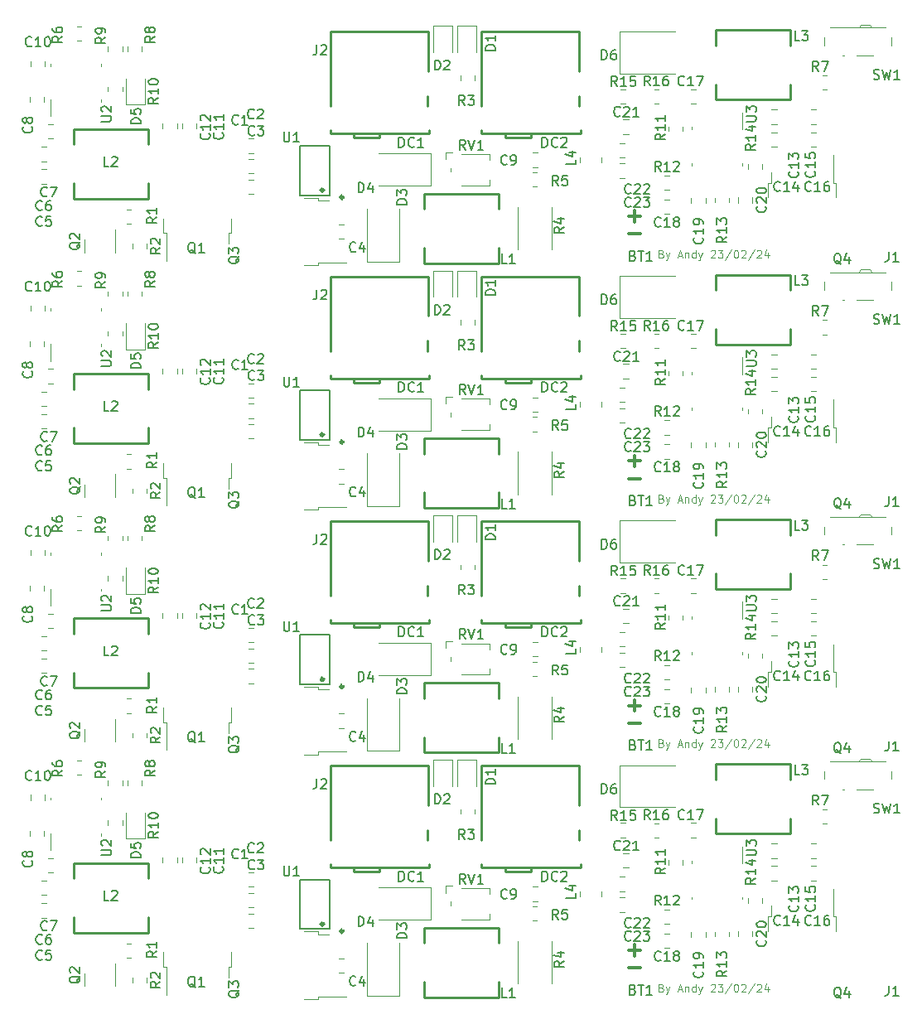
<source format=gbr>
%TF.GenerationSoftware,KiCad,Pcbnew,(6.0.7)*%
%TF.CreationDate,2023-02-24T04:41:47+08:00*%
%TF.ProjectId,PowerPanelization,506f7765-7250-4616-9e65-6c697a617469,rev?*%
%TF.SameCoordinates,Original*%
%TF.FileFunction,Legend,Top*%
%TF.FilePolarity,Positive*%
%FSLAX46Y46*%
G04 Gerber Fmt 4.6, Leading zero omitted, Abs format (unit mm)*
G04 Created by KiCad (PCBNEW (6.0.7)) date 2023-02-24 04:41:47*
%MOMM*%
%LPD*%
G01*
G04 APERTURE LIST*
%ADD10C,0.100000*%
%ADD11C,0.300000*%
%ADD12C,0.150000*%
%ADD13C,0.120000*%
%ADD14C,0.254000*%
%ADD15C,0.152000*%
G04 APERTURE END LIST*
D10*
X160647619Y-154542857D02*
X160761904Y-154580952D01*
X160800000Y-154619047D01*
X160838095Y-154695238D01*
X160838095Y-154809523D01*
X160800000Y-154885714D01*
X160761904Y-154923809D01*
X160685714Y-154961904D01*
X160380952Y-154961904D01*
X160380952Y-154161904D01*
X160647619Y-154161904D01*
X160723809Y-154200000D01*
X160761904Y-154238095D01*
X160800000Y-154314285D01*
X160800000Y-154390476D01*
X160761904Y-154466666D01*
X160723809Y-154504761D01*
X160647619Y-154542857D01*
X160380952Y-154542857D01*
X161104761Y-154428571D02*
X161295238Y-154961904D01*
X161485714Y-154428571D02*
X161295238Y-154961904D01*
X161219047Y-155152380D01*
X161180952Y-155190476D01*
X161104761Y-155228571D01*
X162361904Y-154733333D02*
X162742857Y-154733333D01*
X162285714Y-154961904D02*
X162552380Y-154161904D01*
X162819047Y-154961904D01*
X163085714Y-154428571D02*
X163085714Y-154961904D01*
X163085714Y-154504761D02*
X163123809Y-154466666D01*
X163200000Y-154428571D01*
X163314285Y-154428571D01*
X163390476Y-154466666D01*
X163428571Y-154542857D01*
X163428571Y-154961904D01*
X164152380Y-154961904D02*
X164152380Y-154161904D01*
X164152380Y-154923809D02*
X164076190Y-154961904D01*
X163923809Y-154961904D01*
X163847619Y-154923809D01*
X163809523Y-154885714D01*
X163771428Y-154809523D01*
X163771428Y-154580952D01*
X163809523Y-154504761D01*
X163847619Y-154466666D01*
X163923809Y-154428571D01*
X164076190Y-154428571D01*
X164152380Y-154466666D01*
X164457142Y-154428571D02*
X164647619Y-154961904D01*
X164838095Y-154428571D02*
X164647619Y-154961904D01*
X164571428Y-155152380D01*
X164533333Y-155190476D01*
X164457142Y-155228571D01*
X165714285Y-154238095D02*
X165752380Y-154200000D01*
X165828571Y-154161904D01*
X166019047Y-154161904D01*
X166095238Y-154200000D01*
X166133333Y-154238095D01*
X166171428Y-154314285D01*
X166171428Y-154390476D01*
X166133333Y-154504761D01*
X165676190Y-154961904D01*
X166171428Y-154961904D01*
X166438095Y-154161904D02*
X166933333Y-154161904D01*
X166666666Y-154466666D01*
X166780952Y-154466666D01*
X166857142Y-154504761D01*
X166895238Y-154542857D01*
X166933333Y-154619047D01*
X166933333Y-154809523D01*
X166895238Y-154885714D01*
X166857142Y-154923809D01*
X166780952Y-154961904D01*
X166552380Y-154961904D01*
X166476190Y-154923809D01*
X166438095Y-154885714D01*
X167847619Y-154123809D02*
X167161904Y-155152380D01*
X168266666Y-154161904D02*
X168342857Y-154161904D01*
X168419047Y-154200000D01*
X168457142Y-154238095D01*
X168495238Y-154314285D01*
X168533333Y-154466666D01*
X168533333Y-154657142D01*
X168495238Y-154809523D01*
X168457142Y-154885714D01*
X168419047Y-154923809D01*
X168342857Y-154961904D01*
X168266666Y-154961904D01*
X168190476Y-154923809D01*
X168152380Y-154885714D01*
X168114285Y-154809523D01*
X168076190Y-154657142D01*
X168076190Y-154466666D01*
X168114285Y-154314285D01*
X168152380Y-154238095D01*
X168190476Y-154200000D01*
X168266666Y-154161904D01*
X168838095Y-154238095D02*
X168876190Y-154200000D01*
X168952380Y-154161904D01*
X169142857Y-154161904D01*
X169219047Y-154200000D01*
X169257142Y-154238095D01*
X169295238Y-154314285D01*
X169295238Y-154390476D01*
X169257142Y-154504761D01*
X168800000Y-154961904D01*
X169295238Y-154961904D01*
X170209523Y-154123809D02*
X169523809Y-155152380D01*
X170438095Y-154238095D02*
X170476190Y-154200000D01*
X170552380Y-154161904D01*
X170742857Y-154161904D01*
X170819047Y-154200000D01*
X170857142Y-154238095D01*
X170895238Y-154314285D01*
X170895238Y-154390476D01*
X170857142Y-154504761D01*
X170400000Y-154961904D01*
X170895238Y-154961904D01*
X171580952Y-154428571D02*
X171580952Y-154961904D01*
X171390476Y-154123809D02*
X171200000Y-154695238D01*
X171695238Y-154695238D01*
X160647619Y-129542857D02*
X160761904Y-129580952D01*
X160800000Y-129619047D01*
X160838095Y-129695238D01*
X160838095Y-129809523D01*
X160800000Y-129885714D01*
X160761904Y-129923809D01*
X160685714Y-129961904D01*
X160380952Y-129961904D01*
X160380952Y-129161904D01*
X160647619Y-129161904D01*
X160723809Y-129200000D01*
X160761904Y-129238095D01*
X160800000Y-129314285D01*
X160800000Y-129390476D01*
X160761904Y-129466666D01*
X160723809Y-129504761D01*
X160647619Y-129542857D01*
X160380952Y-129542857D01*
X161104761Y-129428571D02*
X161295238Y-129961904D01*
X161485714Y-129428571D02*
X161295238Y-129961904D01*
X161219047Y-130152380D01*
X161180952Y-130190476D01*
X161104761Y-130228571D01*
X162361904Y-129733333D02*
X162742857Y-129733333D01*
X162285714Y-129961904D02*
X162552380Y-129161904D01*
X162819047Y-129961904D01*
X163085714Y-129428571D02*
X163085714Y-129961904D01*
X163085714Y-129504761D02*
X163123809Y-129466666D01*
X163200000Y-129428571D01*
X163314285Y-129428571D01*
X163390476Y-129466666D01*
X163428571Y-129542857D01*
X163428571Y-129961904D01*
X164152380Y-129961904D02*
X164152380Y-129161904D01*
X164152380Y-129923809D02*
X164076190Y-129961904D01*
X163923809Y-129961904D01*
X163847619Y-129923809D01*
X163809523Y-129885714D01*
X163771428Y-129809523D01*
X163771428Y-129580952D01*
X163809523Y-129504761D01*
X163847619Y-129466666D01*
X163923809Y-129428571D01*
X164076190Y-129428571D01*
X164152380Y-129466666D01*
X164457142Y-129428571D02*
X164647619Y-129961904D01*
X164838095Y-129428571D02*
X164647619Y-129961904D01*
X164571428Y-130152380D01*
X164533333Y-130190476D01*
X164457142Y-130228571D01*
X165714285Y-129238095D02*
X165752380Y-129200000D01*
X165828571Y-129161904D01*
X166019047Y-129161904D01*
X166095238Y-129200000D01*
X166133333Y-129238095D01*
X166171428Y-129314285D01*
X166171428Y-129390476D01*
X166133333Y-129504761D01*
X165676190Y-129961904D01*
X166171428Y-129961904D01*
X166438095Y-129161904D02*
X166933333Y-129161904D01*
X166666666Y-129466666D01*
X166780952Y-129466666D01*
X166857142Y-129504761D01*
X166895238Y-129542857D01*
X166933333Y-129619047D01*
X166933333Y-129809523D01*
X166895238Y-129885714D01*
X166857142Y-129923809D01*
X166780952Y-129961904D01*
X166552380Y-129961904D01*
X166476190Y-129923809D01*
X166438095Y-129885714D01*
X167847619Y-129123809D02*
X167161904Y-130152380D01*
X168266666Y-129161904D02*
X168342857Y-129161904D01*
X168419047Y-129200000D01*
X168457142Y-129238095D01*
X168495238Y-129314285D01*
X168533333Y-129466666D01*
X168533333Y-129657142D01*
X168495238Y-129809523D01*
X168457142Y-129885714D01*
X168419047Y-129923809D01*
X168342857Y-129961904D01*
X168266666Y-129961904D01*
X168190476Y-129923809D01*
X168152380Y-129885714D01*
X168114285Y-129809523D01*
X168076190Y-129657142D01*
X168076190Y-129466666D01*
X168114285Y-129314285D01*
X168152380Y-129238095D01*
X168190476Y-129200000D01*
X168266666Y-129161904D01*
X168838095Y-129238095D02*
X168876190Y-129200000D01*
X168952380Y-129161904D01*
X169142857Y-129161904D01*
X169219047Y-129200000D01*
X169257142Y-129238095D01*
X169295238Y-129314285D01*
X169295238Y-129390476D01*
X169257142Y-129504761D01*
X168800000Y-129961904D01*
X169295238Y-129961904D01*
X170209523Y-129123809D02*
X169523809Y-130152380D01*
X170438095Y-129238095D02*
X170476190Y-129200000D01*
X170552380Y-129161904D01*
X170742857Y-129161904D01*
X170819047Y-129200000D01*
X170857142Y-129238095D01*
X170895238Y-129314285D01*
X170895238Y-129390476D01*
X170857142Y-129504761D01*
X170400000Y-129961904D01*
X170895238Y-129961904D01*
X171580952Y-129428571D02*
X171580952Y-129961904D01*
X171390476Y-129123809D02*
X171200000Y-129695238D01*
X171695238Y-129695238D01*
X160647619Y-104542857D02*
X160761904Y-104580952D01*
X160800000Y-104619047D01*
X160838095Y-104695238D01*
X160838095Y-104809523D01*
X160800000Y-104885714D01*
X160761904Y-104923809D01*
X160685714Y-104961904D01*
X160380952Y-104961904D01*
X160380952Y-104161904D01*
X160647619Y-104161904D01*
X160723809Y-104200000D01*
X160761904Y-104238095D01*
X160800000Y-104314285D01*
X160800000Y-104390476D01*
X160761904Y-104466666D01*
X160723809Y-104504761D01*
X160647619Y-104542857D01*
X160380952Y-104542857D01*
X161104761Y-104428571D02*
X161295238Y-104961904D01*
X161485714Y-104428571D02*
X161295238Y-104961904D01*
X161219047Y-105152380D01*
X161180952Y-105190476D01*
X161104761Y-105228571D01*
X162361904Y-104733333D02*
X162742857Y-104733333D01*
X162285714Y-104961904D02*
X162552380Y-104161904D01*
X162819047Y-104961904D01*
X163085714Y-104428571D02*
X163085714Y-104961904D01*
X163085714Y-104504761D02*
X163123809Y-104466666D01*
X163200000Y-104428571D01*
X163314285Y-104428571D01*
X163390476Y-104466666D01*
X163428571Y-104542857D01*
X163428571Y-104961904D01*
X164152380Y-104961904D02*
X164152380Y-104161904D01*
X164152380Y-104923809D02*
X164076190Y-104961904D01*
X163923809Y-104961904D01*
X163847619Y-104923809D01*
X163809523Y-104885714D01*
X163771428Y-104809523D01*
X163771428Y-104580952D01*
X163809523Y-104504761D01*
X163847619Y-104466666D01*
X163923809Y-104428571D01*
X164076190Y-104428571D01*
X164152380Y-104466666D01*
X164457142Y-104428571D02*
X164647619Y-104961904D01*
X164838095Y-104428571D02*
X164647619Y-104961904D01*
X164571428Y-105152380D01*
X164533333Y-105190476D01*
X164457142Y-105228571D01*
X165714285Y-104238095D02*
X165752380Y-104200000D01*
X165828571Y-104161904D01*
X166019047Y-104161904D01*
X166095238Y-104200000D01*
X166133333Y-104238095D01*
X166171428Y-104314285D01*
X166171428Y-104390476D01*
X166133333Y-104504761D01*
X165676190Y-104961904D01*
X166171428Y-104961904D01*
X166438095Y-104161904D02*
X166933333Y-104161904D01*
X166666666Y-104466666D01*
X166780952Y-104466666D01*
X166857142Y-104504761D01*
X166895238Y-104542857D01*
X166933333Y-104619047D01*
X166933333Y-104809523D01*
X166895238Y-104885714D01*
X166857142Y-104923809D01*
X166780952Y-104961904D01*
X166552380Y-104961904D01*
X166476190Y-104923809D01*
X166438095Y-104885714D01*
X167847619Y-104123809D02*
X167161904Y-105152380D01*
X168266666Y-104161904D02*
X168342857Y-104161904D01*
X168419047Y-104200000D01*
X168457142Y-104238095D01*
X168495238Y-104314285D01*
X168533333Y-104466666D01*
X168533333Y-104657142D01*
X168495238Y-104809523D01*
X168457142Y-104885714D01*
X168419047Y-104923809D01*
X168342857Y-104961904D01*
X168266666Y-104961904D01*
X168190476Y-104923809D01*
X168152380Y-104885714D01*
X168114285Y-104809523D01*
X168076190Y-104657142D01*
X168076190Y-104466666D01*
X168114285Y-104314285D01*
X168152380Y-104238095D01*
X168190476Y-104200000D01*
X168266666Y-104161904D01*
X168838095Y-104238095D02*
X168876190Y-104200000D01*
X168952380Y-104161904D01*
X169142857Y-104161904D01*
X169219047Y-104200000D01*
X169257142Y-104238095D01*
X169295238Y-104314285D01*
X169295238Y-104390476D01*
X169257142Y-104504761D01*
X168800000Y-104961904D01*
X169295238Y-104961904D01*
X170209523Y-104123809D02*
X169523809Y-105152380D01*
X170438095Y-104238095D02*
X170476190Y-104200000D01*
X170552380Y-104161904D01*
X170742857Y-104161904D01*
X170819047Y-104200000D01*
X170857142Y-104238095D01*
X170895238Y-104314285D01*
X170895238Y-104390476D01*
X170857142Y-104504761D01*
X170400000Y-104961904D01*
X170895238Y-104961904D01*
X171580952Y-104428571D02*
X171580952Y-104961904D01*
X171390476Y-104123809D02*
X171200000Y-104695238D01*
X171695238Y-104695238D01*
X160647619Y-79542857D02*
X160761904Y-79580952D01*
X160800000Y-79619047D01*
X160838095Y-79695238D01*
X160838095Y-79809523D01*
X160800000Y-79885714D01*
X160761904Y-79923809D01*
X160685714Y-79961904D01*
X160380952Y-79961904D01*
X160380952Y-79161904D01*
X160647619Y-79161904D01*
X160723809Y-79200000D01*
X160761904Y-79238095D01*
X160800000Y-79314285D01*
X160800000Y-79390476D01*
X160761904Y-79466666D01*
X160723809Y-79504761D01*
X160647619Y-79542857D01*
X160380952Y-79542857D01*
X161104761Y-79428571D02*
X161295238Y-79961904D01*
X161485714Y-79428571D02*
X161295238Y-79961904D01*
X161219047Y-80152380D01*
X161180952Y-80190476D01*
X161104761Y-80228571D01*
X162361904Y-79733333D02*
X162742857Y-79733333D01*
X162285714Y-79961904D02*
X162552380Y-79161904D01*
X162819047Y-79961904D01*
X163085714Y-79428571D02*
X163085714Y-79961904D01*
X163085714Y-79504761D02*
X163123809Y-79466666D01*
X163200000Y-79428571D01*
X163314285Y-79428571D01*
X163390476Y-79466666D01*
X163428571Y-79542857D01*
X163428571Y-79961904D01*
X164152380Y-79961904D02*
X164152380Y-79161904D01*
X164152380Y-79923809D02*
X164076190Y-79961904D01*
X163923809Y-79961904D01*
X163847619Y-79923809D01*
X163809523Y-79885714D01*
X163771428Y-79809523D01*
X163771428Y-79580952D01*
X163809523Y-79504761D01*
X163847619Y-79466666D01*
X163923809Y-79428571D01*
X164076190Y-79428571D01*
X164152380Y-79466666D01*
X164457142Y-79428571D02*
X164647619Y-79961904D01*
X164838095Y-79428571D02*
X164647619Y-79961904D01*
X164571428Y-80152380D01*
X164533333Y-80190476D01*
X164457142Y-80228571D01*
X165714285Y-79238095D02*
X165752380Y-79200000D01*
X165828571Y-79161904D01*
X166019047Y-79161904D01*
X166095238Y-79200000D01*
X166133333Y-79238095D01*
X166171428Y-79314285D01*
X166171428Y-79390476D01*
X166133333Y-79504761D01*
X165676190Y-79961904D01*
X166171428Y-79961904D01*
X166438095Y-79161904D02*
X166933333Y-79161904D01*
X166666666Y-79466666D01*
X166780952Y-79466666D01*
X166857142Y-79504761D01*
X166895238Y-79542857D01*
X166933333Y-79619047D01*
X166933333Y-79809523D01*
X166895238Y-79885714D01*
X166857142Y-79923809D01*
X166780952Y-79961904D01*
X166552380Y-79961904D01*
X166476190Y-79923809D01*
X166438095Y-79885714D01*
X167847619Y-79123809D02*
X167161904Y-80152380D01*
X168266666Y-79161904D02*
X168342857Y-79161904D01*
X168419047Y-79200000D01*
X168457142Y-79238095D01*
X168495238Y-79314285D01*
X168533333Y-79466666D01*
X168533333Y-79657142D01*
X168495238Y-79809523D01*
X168457142Y-79885714D01*
X168419047Y-79923809D01*
X168342857Y-79961904D01*
X168266666Y-79961904D01*
X168190476Y-79923809D01*
X168152380Y-79885714D01*
X168114285Y-79809523D01*
X168076190Y-79657142D01*
X168076190Y-79466666D01*
X168114285Y-79314285D01*
X168152380Y-79238095D01*
X168190476Y-79200000D01*
X168266666Y-79161904D01*
X168838095Y-79238095D02*
X168876190Y-79200000D01*
X168952380Y-79161904D01*
X169142857Y-79161904D01*
X169219047Y-79200000D01*
X169257142Y-79238095D01*
X169295238Y-79314285D01*
X169295238Y-79390476D01*
X169257142Y-79504761D01*
X168800000Y-79961904D01*
X169295238Y-79961904D01*
X170209523Y-79123809D02*
X169523809Y-80152380D01*
X170438095Y-79238095D02*
X170476190Y-79200000D01*
X170552380Y-79161904D01*
X170742857Y-79161904D01*
X170819047Y-79200000D01*
X170857142Y-79238095D01*
X170895238Y-79314285D01*
X170895238Y-79390476D01*
X170857142Y-79504761D01*
X170400000Y-79961904D01*
X170895238Y-79961904D01*
X171580952Y-79428571D02*
X171580952Y-79961904D01*
X171390476Y-79123809D02*
X171200000Y-79695238D01*
X171695238Y-79695238D01*
D11*
X157358571Y-150707142D02*
X158501428Y-150707142D01*
X157930000Y-151278571D02*
X157930000Y-150135714D01*
X157358571Y-152507142D02*
X158501428Y-152507142D01*
X157358571Y-125707142D02*
X158501428Y-125707142D01*
X157930000Y-126278571D02*
X157930000Y-125135714D01*
X157358571Y-127507142D02*
X158501428Y-127507142D01*
X157358571Y-100707142D02*
X158501428Y-100707142D01*
X157930000Y-101278571D02*
X157930000Y-100135714D01*
X157358571Y-102507142D02*
X158501428Y-102507142D01*
X157358571Y-75707142D02*
X158501428Y-75707142D01*
X157930000Y-76278571D02*
X157930000Y-75135714D01*
X157358571Y-77507142D02*
X158501428Y-77507142D01*
D12*
%TO.C,R2*%
X109432380Y-153916666D02*
X108956190Y-154250000D01*
X109432380Y-154488095D02*
X108432380Y-154488095D01*
X108432380Y-154107142D01*
X108480000Y-154011904D01*
X108527619Y-153964285D01*
X108622857Y-153916666D01*
X108765714Y-153916666D01*
X108860952Y-153964285D01*
X108908571Y-154011904D01*
X108956190Y-154107142D01*
X108956190Y-154488095D01*
X108527619Y-153535714D02*
X108480000Y-153488095D01*
X108432380Y-153392857D01*
X108432380Y-153154761D01*
X108480000Y-153059523D01*
X108527619Y-153011904D01*
X108622857Y-152964285D01*
X108718095Y-152964285D01*
X108860952Y-153011904D01*
X109432380Y-153583333D01*
X109432380Y-152964285D01*
%TO.C,C20*%
X171267142Y-149692857D02*
X171314761Y-149740476D01*
X171362380Y-149883333D01*
X171362380Y-149978571D01*
X171314761Y-150121428D01*
X171219523Y-150216666D01*
X171124285Y-150264285D01*
X170933809Y-150311904D01*
X170790952Y-150311904D01*
X170600476Y-150264285D01*
X170505238Y-150216666D01*
X170410000Y-150121428D01*
X170362380Y-149978571D01*
X170362380Y-149883333D01*
X170410000Y-149740476D01*
X170457619Y-149692857D01*
X170457619Y-149311904D02*
X170410000Y-149264285D01*
X170362380Y-149169047D01*
X170362380Y-148930952D01*
X170410000Y-148835714D01*
X170457619Y-148788095D01*
X170552857Y-148740476D01*
X170648095Y-148740476D01*
X170790952Y-148788095D01*
X171362380Y-149359523D01*
X171362380Y-148740476D01*
X170362380Y-148121428D02*
X170362380Y-148026190D01*
X170410000Y-147930952D01*
X170457619Y-147883333D01*
X170552857Y-147835714D01*
X170743333Y-147788095D01*
X170981428Y-147788095D01*
X171171904Y-147835714D01*
X171267142Y-147883333D01*
X171314761Y-147930952D01*
X171362380Y-148026190D01*
X171362380Y-148121428D01*
X171314761Y-148216666D01*
X171267142Y-148264285D01*
X171171904Y-148311904D01*
X170981428Y-148359523D01*
X170743333Y-148359523D01*
X170552857Y-148311904D01*
X170457619Y-148264285D01*
X170410000Y-148216666D01*
X170362380Y-148121428D01*
%TO.C,R8*%
X108882380Y-132316666D02*
X108406190Y-132650000D01*
X108882380Y-132888095D02*
X107882380Y-132888095D01*
X107882380Y-132507142D01*
X107930000Y-132411904D01*
X107977619Y-132364285D01*
X108072857Y-132316666D01*
X108215714Y-132316666D01*
X108310952Y-132364285D01*
X108358571Y-132411904D01*
X108406190Y-132507142D01*
X108406190Y-132888095D01*
X108310952Y-131745238D02*
X108263333Y-131840476D01*
X108215714Y-131888095D01*
X108120476Y-131935714D01*
X108072857Y-131935714D01*
X107977619Y-131888095D01*
X107930000Y-131840476D01*
X107882380Y-131745238D01*
X107882380Y-131554761D01*
X107930000Y-131459523D01*
X107977619Y-131411904D01*
X108072857Y-131364285D01*
X108120476Y-131364285D01*
X108215714Y-131411904D01*
X108263333Y-131459523D01*
X108310952Y-131554761D01*
X108310952Y-131745238D01*
X108358571Y-131840476D01*
X108406190Y-131888095D01*
X108501428Y-131935714D01*
X108691904Y-131935714D01*
X108787142Y-131888095D01*
X108834761Y-131840476D01*
X108882380Y-131745238D01*
X108882380Y-131554761D01*
X108834761Y-131459523D01*
X108787142Y-131411904D01*
X108691904Y-131364285D01*
X108501428Y-131364285D01*
X108406190Y-131411904D01*
X108358571Y-131459523D01*
X108310952Y-131554761D01*
%TO.C,R9*%
X103832380Y-132416666D02*
X103356190Y-132750000D01*
X103832380Y-132988095D02*
X102832380Y-132988095D01*
X102832380Y-132607142D01*
X102880000Y-132511904D01*
X102927619Y-132464285D01*
X103022857Y-132416666D01*
X103165714Y-132416666D01*
X103260952Y-132464285D01*
X103308571Y-132511904D01*
X103356190Y-132607142D01*
X103356190Y-132988095D01*
X103832380Y-131940476D02*
X103832380Y-131750000D01*
X103784761Y-131654761D01*
X103737142Y-131607142D01*
X103594285Y-131511904D01*
X103403809Y-131464285D01*
X103022857Y-131464285D01*
X102927619Y-131511904D01*
X102880000Y-131559523D01*
X102832380Y-131654761D01*
X102832380Y-131845238D01*
X102880000Y-131940476D01*
X102927619Y-131988095D01*
X103022857Y-132035714D01*
X103260952Y-132035714D01*
X103356190Y-131988095D01*
X103403809Y-131940476D01*
X103451428Y-131845238D01*
X103451428Y-131654761D01*
X103403809Y-131559523D01*
X103356190Y-131511904D01*
X103260952Y-131464285D01*
%TO.C,R12*%
X160587142Y-146102380D02*
X160253809Y-145626190D01*
X160015714Y-146102380D02*
X160015714Y-145102380D01*
X160396666Y-145102380D01*
X160491904Y-145150000D01*
X160539523Y-145197619D01*
X160587142Y-145292857D01*
X160587142Y-145435714D01*
X160539523Y-145530952D01*
X160491904Y-145578571D01*
X160396666Y-145626190D01*
X160015714Y-145626190D01*
X161539523Y-146102380D02*
X160968095Y-146102380D01*
X161253809Y-146102380D02*
X161253809Y-145102380D01*
X161158571Y-145245238D01*
X161063333Y-145340476D01*
X160968095Y-145388095D01*
X161920476Y-145197619D02*
X161968095Y-145150000D01*
X162063333Y-145102380D01*
X162301428Y-145102380D01*
X162396666Y-145150000D01*
X162444285Y-145197619D01*
X162491904Y-145292857D01*
X162491904Y-145388095D01*
X162444285Y-145530952D01*
X161872857Y-146102380D01*
X162491904Y-146102380D01*
%TO.C,R14*%
X170282380Y-143342857D02*
X169806190Y-143676190D01*
X170282380Y-143914285D02*
X169282380Y-143914285D01*
X169282380Y-143533333D01*
X169330000Y-143438095D01*
X169377619Y-143390476D01*
X169472857Y-143342857D01*
X169615714Y-143342857D01*
X169710952Y-143390476D01*
X169758571Y-143438095D01*
X169806190Y-143533333D01*
X169806190Y-143914285D01*
X170282380Y-142390476D02*
X170282380Y-142961904D01*
X170282380Y-142676190D02*
X169282380Y-142676190D01*
X169425238Y-142771428D01*
X169520476Y-142866666D01*
X169568095Y-142961904D01*
X169615714Y-141533333D02*
X170282380Y-141533333D01*
X169234761Y-141771428D02*
X169949047Y-142009523D01*
X169949047Y-141390476D01*
%TO.C,D2*%
X137491904Y-135752380D02*
X137491904Y-134752380D01*
X137730000Y-134752380D01*
X137872857Y-134800000D01*
X137968095Y-134895238D01*
X138015714Y-134990476D01*
X138063333Y-135180952D01*
X138063333Y-135323809D01*
X138015714Y-135514285D01*
X137968095Y-135609523D01*
X137872857Y-135704761D01*
X137730000Y-135752380D01*
X137491904Y-135752380D01*
X138444285Y-134847619D02*
X138491904Y-134800000D01*
X138587142Y-134752380D01*
X138825238Y-134752380D01*
X138920476Y-134800000D01*
X138968095Y-134847619D01*
X139015714Y-134942857D01*
X139015714Y-135038095D01*
X138968095Y-135180952D01*
X138396666Y-135752380D01*
X139015714Y-135752380D01*
%TO.C,C8*%
X96287142Y-141566666D02*
X96334761Y-141614285D01*
X96382380Y-141757142D01*
X96382380Y-141852380D01*
X96334761Y-141995238D01*
X96239523Y-142090476D01*
X96144285Y-142138095D01*
X95953809Y-142185714D01*
X95810952Y-142185714D01*
X95620476Y-142138095D01*
X95525238Y-142090476D01*
X95430000Y-141995238D01*
X95382380Y-141852380D01*
X95382380Y-141757142D01*
X95430000Y-141614285D01*
X95477619Y-141566666D01*
X95810952Y-140995238D02*
X95763333Y-141090476D01*
X95715714Y-141138095D01*
X95620476Y-141185714D01*
X95572857Y-141185714D01*
X95477619Y-141138095D01*
X95430000Y-141090476D01*
X95382380Y-140995238D01*
X95382380Y-140804761D01*
X95430000Y-140709523D01*
X95477619Y-140661904D01*
X95572857Y-140614285D01*
X95620476Y-140614285D01*
X95715714Y-140661904D01*
X95763333Y-140709523D01*
X95810952Y-140804761D01*
X95810952Y-140995238D01*
X95858571Y-141090476D01*
X95906190Y-141138095D01*
X96001428Y-141185714D01*
X96191904Y-141185714D01*
X96287142Y-141138095D01*
X96334761Y-141090476D01*
X96382380Y-140995238D01*
X96382380Y-140804761D01*
X96334761Y-140709523D01*
X96287142Y-140661904D01*
X96191904Y-140614285D01*
X96001428Y-140614285D01*
X95906190Y-140661904D01*
X95858571Y-140709523D01*
X95810952Y-140804761D01*
%TO.C,DC2*%
X148465595Y-143652380D02*
X148465595Y-142652380D01*
X148703690Y-142652380D01*
X148846547Y-142700000D01*
X148941785Y-142795238D01*
X148989404Y-142890476D01*
X149037023Y-143080952D01*
X149037023Y-143223809D01*
X148989404Y-143414285D01*
X148941785Y-143509523D01*
X148846547Y-143604761D01*
X148703690Y-143652380D01*
X148465595Y-143652380D01*
X150037023Y-143557142D02*
X149989404Y-143604761D01*
X149846547Y-143652380D01*
X149751309Y-143652380D01*
X149608452Y-143604761D01*
X149513214Y-143509523D01*
X149465595Y-143414285D01*
X149417976Y-143223809D01*
X149417976Y-143080952D01*
X149465595Y-142890476D01*
X149513214Y-142795238D01*
X149608452Y-142700000D01*
X149751309Y-142652380D01*
X149846547Y-142652380D01*
X149989404Y-142700000D01*
X150037023Y-142747619D01*
X150417976Y-142747619D02*
X150465595Y-142700000D01*
X150560833Y-142652380D01*
X150798928Y-142652380D01*
X150894166Y-142700000D01*
X150941785Y-142747619D01*
X150989404Y-142842857D01*
X150989404Y-142938095D01*
X150941785Y-143080952D01*
X150370357Y-143652380D01*
X150989404Y-143652380D01*
%TO.C,C17*%
X162987142Y-137257142D02*
X162939523Y-137304761D01*
X162796666Y-137352380D01*
X162701428Y-137352380D01*
X162558571Y-137304761D01*
X162463333Y-137209523D01*
X162415714Y-137114285D01*
X162368095Y-136923809D01*
X162368095Y-136780952D01*
X162415714Y-136590476D01*
X162463333Y-136495238D01*
X162558571Y-136400000D01*
X162701428Y-136352380D01*
X162796666Y-136352380D01*
X162939523Y-136400000D01*
X162987142Y-136447619D01*
X163939523Y-137352380D02*
X163368095Y-137352380D01*
X163653809Y-137352380D02*
X163653809Y-136352380D01*
X163558571Y-136495238D01*
X163463333Y-136590476D01*
X163368095Y-136638095D01*
X164272857Y-136352380D02*
X164939523Y-136352380D01*
X164510952Y-137352380D01*
%TO.C,R16*%
X159487142Y-137352380D02*
X159153809Y-136876190D01*
X158915714Y-137352380D02*
X158915714Y-136352380D01*
X159296666Y-136352380D01*
X159391904Y-136400000D01*
X159439523Y-136447619D01*
X159487142Y-136542857D01*
X159487142Y-136685714D01*
X159439523Y-136780952D01*
X159391904Y-136828571D01*
X159296666Y-136876190D01*
X158915714Y-136876190D01*
X160439523Y-137352380D02*
X159868095Y-137352380D01*
X160153809Y-137352380D02*
X160153809Y-136352380D01*
X160058571Y-136495238D01*
X159963333Y-136590476D01*
X159868095Y-136638095D01*
X161296666Y-136352380D02*
X161106190Y-136352380D01*
X161010952Y-136400000D01*
X160963333Y-136447619D01*
X160868095Y-136590476D01*
X160820476Y-136780952D01*
X160820476Y-137161904D01*
X160868095Y-137257142D01*
X160915714Y-137304761D01*
X161010952Y-137352380D01*
X161201428Y-137352380D01*
X161296666Y-137304761D01*
X161344285Y-137257142D01*
X161391904Y-137161904D01*
X161391904Y-136923809D01*
X161344285Y-136828571D01*
X161296666Y-136780952D01*
X161201428Y-136733333D01*
X161010952Y-136733333D01*
X160915714Y-136780952D01*
X160868095Y-136828571D01*
X160820476Y-136923809D01*
%TO.C,R7*%
X176713333Y-135852380D02*
X176380000Y-135376190D01*
X176141904Y-135852380D02*
X176141904Y-134852380D01*
X176522857Y-134852380D01*
X176618095Y-134900000D01*
X176665714Y-134947619D01*
X176713333Y-135042857D01*
X176713333Y-135185714D01*
X176665714Y-135280952D01*
X176618095Y-135328571D01*
X176522857Y-135376190D01*
X176141904Y-135376190D01*
X177046666Y-134852380D02*
X177713333Y-134852380D01*
X177284761Y-135852380D01*
%TO.C,L4*%
X151882380Y-144916666D02*
X151882380Y-145392857D01*
X150882380Y-145392857D01*
X151215714Y-144154761D02*
X151882380Y-144154761D01*
X150834761Y-144392857D02*
X151549047Y-144630952D01*
X151549047Y-144011904D01*
%TO.C,L1*%
X144841785Y-155552380D02*
X144365595Y-155552380D01*
X144365595Y-154552380D01*
X145698928Y-155552380D02*
X145127500Y-155552380D01*
X145413214Y-155552380D02*
X145413214Y-154552380D01*
X145317976Y-154695238D01*
X145222738Y-154790476D01*
X145127500Y-154838095D01*
%TO.C,U3*%
X169332380Y-141011904D02*
X170141904Y-141011904D01*
X170237142Y-140964285D01*
X170284761Y-140916666D01*
X170332380Y-140821428D01*
X170332380Y-140630952D01*
X170284761Y-140535714D01*
X170237142Y-140488095D01*
X170141904Y-140440476D01*
X169332380Y-140440476D01*
X169332380Y-140059523D02*
X169332380Y-139440476D01*
X169713333Y-139773809D01*
X169713333Y-139630952D01*
X169760952Y-139535714D01*
X169808571Y-139488095D01*
X169903809Y-139440476D01*
X170141904Y-139440476D01*
X170237142Y-139488095D01*
X170284761Y-139535714D01*
X170332380Y-139630952D01*
X170332380Y-139916666D01*
X170284761Y-140011904D01*
X170237142Y-140059523D01*
%TO.C,C2*%
X119013333Y-140657142D02*
X118965714Y-140704761D01*
X118822857Y-140752380D01*
X118727619Y-140752380D01*
X118584761Y-140704761D01*
X118489523Y-140609523D01*
X118441904Y-140514285D01*
X118394285Y-140323809D01*
X118394285Y-140180952D01*
X118441904Y-139990476D01*
X118489523Y-139895238D01*
X118584761Y-139800000D01*
X118727619Y-139752380D01*
X118822857Y-139752380D01*
X118965714Y-139800000D01*
X119013333Y-139847619D01*
X119394285Y-139847619D02*
X119441904Y-139800000D01*
X119537142Y-139752380D01*
X119775238Y-139752380D01*
X119870476Y-139800000D01*
X119918095Y-139847619D01*
X119965714Y-139942857D01*
X119965714Y-140038095D01*
X119918095Y-140180952D01*
X119346666Y-140752380D01*
X119965714Y-140752380D01*
%TO.C,C19*%
X164837142Y-152892857D02*
X164884761Y-152940476D01*
X164932380Y-153083333D01*
X164932380Y-153178571D01*
X164884761Y-153321428D01*
X164789523Y-153416666D01*
X164694285Y-153464285D01*
X164503809Y-153511904D01*
X164360952Y-153511904D01*
X164170476Y-153464285D01*
X164075238Y-153416666D01*
X163980000Y-153321428D01*
X163932380Y-153178571D01*
X163932380Y-153083333D01*
X163980000Y-152940476D01*
X164027619Y-152892857D01*
X164932380Y-151940476D02*
X164932380Y-152511904D01*
X164932380Y-152226190D02*
X163932380Y-152226190D01*
X164075238Y-152321428D01*
X164170476Y-152416666D01*
X164218095Y-152511904D01*
X164932380Y-151464285D02*
X164932380Y-151273809D01*
X164884761Y-151178571D01*
X164837142Y-151130952D01*
X164694285Y-151035714D01*
X164503809Y-150988095D01*
X164122857Y-150988095D01*
X164027619Y-151035714D01*
X163980000Y-151083333D01*
X163932380Y-151178571D01*
X163932380Y-151369047D01*
X163980000Y-151464285D01*
X164027619Y-151511904D01*
X164122857Y-151559523D01*
X164360952Y-151559523D01*
X164456190Y-151511904D01*
X164503809Y-151464285D01*
X164551428Y-151369047D01*
X164551428Y-151178571D01*
X164503809Y-151083333D01*
X164456190Y-151035714D01*
X164360952Y-150988095D01*
%TO.C,R6*%
X99432380Y-132316666D02*
X98956190Y-132650000D01*
X99432380Y-132888095D02*
X98432380Y-132888095D01*
X98432380Y-132507142D01*
X98480000Y-132411904D01*
X98527619Y-132364285D01*
X98622857Y-132316666D01*
X98765714Y-132316666D01*
X98860952Y-132364285D01*
X98908571Y-132411904D01*
X98956190Y-132507142D01*
X98956190Y-132888095D01*
X98432380Y-131459523D02*
X98432380Y-131650000D01*
X98480000Y-131745238D01*
X98527619Y-131792857D01*
X98670476Y-131888095D01*
X98860952Y-131935714D01*
X99241904Y-131935714D01*
X99337142Y-131888095D01*
X99384761Y-131840476D01*
X99432380Y-131745238D01*
X99432380Y-131554761D01*
X99384761Y-131459523D01*
X99337142Y-131411904D01*
X99241904Y-131364285D01*
X99003809Y-131364285D01*
X98908571Y-131411904D01*
X98860952Y-131459523D01*
X98813333Y-131554761D01*
X98813333Y-131745238D01*
X98860952Y-131840476D01*
X98908571Y-131888095D01*
X99003809Y-131935714D01*
%TO.C,R10*%
X109232380Y-138592857D02*
X108756190Y-138926190D01*
X109232380Y-139164285D02*
X108232380Y-139164285D01*
X108232380Y-138783333D01*
X108280000Y-138688095D01*
X108327619Y-138640476D01*
X108422857Y-138592857D01*
X108565714Y-138592857D01*
X108660952Y-138640476D01*
X108708571Y-138688095D01*
X108756190Y-138783333D01*
X108756190Y-139164285D01*
X109232380Y-137640476D02*
X109232380Y-138211904D01*
X109232380Y-137926190D02*
X108232380Y-137926190D01*
X108375238Y-138021428D01*
X108470476Y-138116666D01*
X108518095Y-138211904D01*
X108232380Y-137021428D02*
X108232380Y-136926190D01*
X108280000Y-136830952D01*
X108327619Y-136783333D01*
X108422857Y-136735714D01*
X108613333Y-136688095D01*
X108851428Y-136688095D01*
X109041904Y-136735714D01*
X109137142Y-136783333D01*
X109184761Y-136830952D01*
X109232380Y-136926190D01*
X109232380Y-137021428D01*
X109184761Y-137116666D01*
X109137142Y-137164285D01*
X109041904Y-137211904D01*
X108851428Y-137259523D01*
X108613333Y-137259523D01*
X108422857Y-137211904D01*
X108327619Y-137164285D01*
X108280000Y-137116666D01*
X108232380Y-137021428D01*
%TO.C,R1*%
X109082380Y-150816666D02*
X108606190Y-151150000D01*
X109082380Y-151388095D02*
X108082380Y-151388095D01*
X108082380Y-151007142D01*
X108130000Y-150911904D01*
X108177619Y-150864285D01*
X108272857Y-150816666D01*
X108415714Y-150816666D01*
X108510952Y-150864285D01*
X108558571Y-150911904D01*
X108606190Y-151007142D01*
X108606190Y-151388095D01*
X109082380Y-149864285D02*
X109082380Y-150435714D01*
X109082380Y-150150000D02*
X108082380Y-150150000D01*
X108225238Y-150245238D01*
X108320476Y-150340476D01*
X108368095Y-150435714D01*
%TO.C,Q1*%
X113034761Y-154497619D02*
X112939523Y-154450000D01*
X112844285Y-154354761D01*
X112701428Y-154211904D01*
X112606190Y-154164285D01*
X112510952Y-154164285D01*
X112558571Y-154402380D02*
X112463333Y-154354761D01*
X112368095Y-154259523D01*
X112320476Y-154069047D01*
X112320476Y-153735714D01*
X112368095Y-153545238D01*
X112463333Y-153450000D01*
X112558571Y-153402380D01*
X112749047Y-153402380D01*
X112844285Y-153450000D01*
X112939523Y-153545238D01*
X112987142Y-153735714D01*
X112987142Y-154069047D01*
X112939523Y-154259523D01*
X112844285Y-154354761D01*
X112749047Y-154402380D01*
X112558571Y-154402380D01*
X113939523Y-154402380D02*
X113368095Y-154402380D01*
X113653809Y-154402380D02*
X113653809Y-153402380D01*
X113558571Y-153545238D01*
X113463333Y-153640476D01*
X113368095Y-153688095D01*
%TO.C,C4*%
X129413333Y-154257142D02*
X129365714Y-154304761D01*
X129222857Y-154352380D01*
X129127619Y-154352380D01*
X128984761Y-154304761D01*
X128889523Y-154209523D01*
X128841904Y-154114285D01*
X128794285Y-153923809D01*
X128794285Y-153780952D01*
X128841904Y-153590476D01*
X128889523Y-153495238D01*
X128984761Y-153400000D01*
X129127619Y-153352380D01*
X129222857Y-153352380D01*
X129365714Y-153400000D01*
X129413333Y-153447619D01*
X130270476Y-153685714D02*
X130270476Y-154352380D01*
X130032380Y-153304761D02*
X129794285Y-154019047D01*
X130413333Y-154019047D01*
%TO.C,R5*%
X150113333Y-147552380D02*
X149780000Y-147076190D01*
X149541904Y-147552380D02*
X149541904Y-146552380D01*
X149922857Y-146552380D01*
X150018095Y-146600000D01*
X150065714Y-146647619D01*
X150113333Y-146742857D01*
X150113333Y-146885714D01*
X150065714Y-146980952D01*
X150018095Y-147028571D01*
X149922857Y-147076190D01*
X149541904Y-147076190D01*
X151018095Y-146552380D02*
X150541904Y-146552380D01*
X150494285Y-147028571D01*
X150541904Y-146980952D01*
X150637142Y-146933333D01*
X150875238Y-146933333D01*
X150970476Y-146980952D01*
X151018095Y-147028571D01*
X151065714Y-147123809D01*
X151065714Y-147361904D01*
X151018095Y-147457142D01*
X150970476Y-147504761D01*
X150875238Y-147552380D01*
X150637142Y-147552380D01*
X150541904Y-147504761D01*
X150494285Y-147457142D01*
%TO.C,L3*%
X174784880Y-132752380D02*
X174308690Y-132752380D01*
X174308690Y-131752380D01*
X175022976Y-131752380D02*
X175642023Y-131752380D01*
X175308690Y-132133333D01*
X175451547Y-132133333D01*
X175546785Y-132180952D01*
X175594404Y-132228571D01*
X175642023Y-132323809D01*
X175642023Y-132561904D01*
X175594404Y-132657142D01*
X175546785Y-132704761D01*
X175451547Y-132752380D01*
X175165833Y-132752380D01*
X175070595Y-132704761D01*
X175022976Y-132657142D01*
%TO.C,C15*%
X176287142Y-146092857D02*
X176334761Y-146140476D01*
X176382380Y-146283333D01*
X176382380Y-146378571D01*
X176334761Y-146521428D01*
X176239523Y-146616666D01*
X176144285Y-146664285D01*
X175953809Y-146711904D01*
X175810952Y-146711904D01*
X175620476Y-146664285D01*
X175525238Y-146616666D01*
X175430000Y-146521428D01*
X175382380Y-146378571D01*
X175382380Y-146283333D01*
X175430000Y-146140476D01*
X175477619Y-146092857D01*
X176382380Y-145140476D02*
X176382380Y-145711904D01*
X176382380Y-145426190D02*
X175382380Y-145426190D01*
X175525238Y-145521428D01*
X175620476Y-145616666D01*
X175668095Y-145711904D01*
X175382380Y-144235714D02*
X175382380Y-144711904D01*
X175858571Y-144759523D01*
X175810952Y-144711904D01*
X175763333Y-144616666D01*
X175763333Y-144378571D01*
X175810952Y-144283333D01*
X175858571Y-144235714D01*
X175953809Y-144188095D01*
X176191904Y-144188095D01*
X176287142Y-144235714D01*
X176334761Y-144283333D01*
X176382380Y-144378571D01*
X176382380Y-144616666D01*
X176334761Y-144711904D01*
X176287142Y-144759523D01*
%TO.C,C7*%
X97863333Y-148607142D02*
X97815714Y-148654761D01*
X97672857Y-148702380D01*
X97577619Y-148702380D01*
X97434761Y-148654761D01*
X97339523Y-148559523D01*
X97291904Y-148464285D01*
X97244285Y-148273809D01*
X97244285Y-148130952D01*
X97291904Y-147940476D01*
X97339523Y-147845238D01*
X97434761Y-147750000D01*
X97577619Y-147702380D01*
X97672857Y-147702380D01*
X97815714Y-147750000D01*
X97863333Y-147797619D01*
X98196666Y-147702380D02*
X98863333Y-147702380D01*
X98434761Y-148702380D01*
%TO.C,U2*%
X103432380Y-141011904D02*
X104241904Y-141011904D01*
X104337142Y-140964285D01*
X104384761Y-140916666D01*
X104432380Y-140821428D01*
X104432380Y-140630952D01*
X104384761Y-140535714D01*
X104337142Y-140488095D01*
X104241904Y-140440476D01*
X103432380Y-140440476D01*
X103527619Y-140011904D02*
X103480000Y-139964285D01*
X103432380Y-139869047D01*
X103432380Y-139630952D01*
X103480000Y-139535714D01*
X103527619Y-139488095D01*
X103622857Y-139440476D01*
X103718095Y-139440476D01*
X103860952Y-139488095D01*
X104432380Y-140059523D01*
X104432380Y-139440476D01*
%TO.C,BT1*%
X157744285Y-154728571D02*
X157887142Y-154776190D01*
X157934761Y-154823809D01*
X157982380Y-154919047D01*
X157982380Y-155061904D01*
X157934761Y-155157142D01*
X157887142Y-155204761D01*
X157791904Y-155252380D01*
X157410952Y-155252380D01*
X157410952Y-154252380D01*
X157744285Y-154252380D01*
X157839523Y-154300000D01*
X157887142Y-154347619D01*
X157934761Y-154442857D01*
X157934761Y-154538095D01*
X157887142Y-154633333D01*
X157839523Y-154680952D01*
X157744285Y-154728571D01*
X157410952Y-154728571D01*
X158268095Y-154252380D02*
X158839523Y-154252380D01*
X158553809Y-155252380D02*
X158553809Y-154252380D01*
X159696666Y-155252380D02*
X159125238Y-155252380D01*
X159410952Y-155252380D02*
X159410952Y-154252380D01*
X159315714Y-154395238D01*
X159220476Y-154490476D01*
X159125238Y-154538095D01*
%TO.C,J2*%
X125446666Y-133202380D02*
X125446666Y-133916666D01*
X125399047Y-134059523D01*
X125303809Y-134154761D01*
X125160952Y-134202380D01*
X125065714Y-134202380D01*
X125875238Y-133297619D02*
X125922857Y-133250000D01*
X126018095Y-133202380D01*
X126256190Y-133202380D01*
X126351428Y-133250000D01*
X126399047Y-133297619D01*
X126446666Y-133392857D01*
X126446666Y-133488095D01*
X126399047Y-133630952D01*
X125827619Y-134202380D01*
X126446666Y-134202380D01*
%TO.C,C21*%
X156437142Y-140407142D02*
X156389523Y-140454761D01*
X156246666Y-140502380D01*
X156151428Y-140502380D01*
X156008571Y-140454761D01*
X155913333Y-140359523D01*
X155865714Y-140264285D01*
X155818095Y-140073809D01*
X155818095Y-139930952D01*
X155865714Y-139740476D01*
X155913333Y-139645238D01*
X156008571Y-139550000D01*
X156151428Y-139502380D01*
X156246666Y-139502380D01*
X156389523Y-139550000D01*
X156437142Y-139597619D01*
X156818095Y-139597619D02*
X156865714Y-139550000D01*
X156960952Y-139502380D01*
X157199047Y-139502380D01*
X157294285Y-139550000D01*
X157341904Y-139597619D01*
X157389523Y-139692857D01*
X157389523Y-139788095D01*
X157341904Y-139930952D01*
X156770476Y-140502380D01*
X157389523Y-140502380D01*
X158341904Y-140502380D02*
X157770476Y-140502380D01*
X158056190Y-140502380D02*
X158056190Y-139502380D01*
X157960952Y-139645238D01*
X157865714Y-139740476D01*
X157770476Y-139788095D01*
%TO.C,D3*%
X134632380Y-149488095D02*
X133632380Y-149488095D01*
X133632380Y-149250000D01*
X133680000Y-149107142D01*
X133775238Y-149011904D01*
X133870476Y-148964285D01*
X134060952Y-148916666D01*
X134203809Y-148916666D01*
X134394285Y-148964285D01*
X134489523Y-149011904D01*
X134584761Y-149107142D01*
X134632380Y-149250000D01*
X134632380Y-149488095D01*
X133632380Y-148583333D02*
X133632380Y-147964285D01*
X134013333Y-148297619D01*
X134013333Y-148154761D01*
X134060952Y-148059523D01*
X134108571Y-148011904D01*
X134203809Y-147964285D01*
X134441904Y-147964285D01*
X134537142Y-148011904D01*
X134584761Y-148059523D01*
X134632380Y-148154761D01*
X134632380Y-148440476D01*
X134584761Y-148535714D01*
X134537142Y-148583333D01*
%TO.C,C13*%
X174587142Y-146142857D02*
X174634761Y-146190476D01*
X174682380Y-146333333D01*
X174682380Y-146428571D01*
X174634761Y-146571428D01*
X174539523Y-146666666D01*
X174444285Y-146714285D01*
X174253809Y-146761904D01*
X174110952Y-146761904D01*
X173920476Y-146714285D01*
X173825238Y-146666666D01*
X173730000Y-146571428D01*
X173682380Y-146428571D01*
X173682380Y-146333333D01*
X173730000Y-146190476D01*
X173777619Y-146142857D01*
X174682380Y-145190476D02*
X174682380Y-145761904D01*
X174682380Y-145476190D02*
X173682380Y-145476190D01*
X173825238Y-145571428D01*
X173920476Y-145666666D01*
X173968095Y-145761904D01*
X173682380Y-144857142D02*
X173682380Y-144238095D01*
X174063333Y-144571428D01*
X174063333Y-144428571D01*
X174110952Y-144333333D01*
X174158571Y-144285714D01*
X174253809Y-144238095D01*
X174491904Y-144238095D01*
X174587142Y-144285714D01*
X174634761Y-144333333D01*
X174682380Y-144428571D01*
X174682380Y-144714285D01*
X174634761Y-144809523D01*
X174587142Y-144857142D01*
%TO.C,C6*%
X97363333Y-150007142D02*
X97315714Y-150054761D01*
X97172857Y-150102380D01*
X97077619Y-150102380D01*
X96934761Y-150054761D01*
X96839523Y-149959523D01*
X96791904Y-149864285D01*
X96744285Y-149673809D01*
X96744285Y-149530952D01*
X96791904Y-149340476D01*
X96839523Y-149245238D01*
X96934761Y-149150000D01*
X97077619Y-149102380D01*
X97172857Y-149102380D01*
X97315714Y-149150000D01*
X97363333Y-149197619D01*
X98220476Y-149102380D02*
X98030000Y-149102380D01*
X97934761Y-149150000D01*
X97887142Y-149197619D01*
X97791904Y-149340476D01*
X97744285Y-149530952D01*
X97744285Y-149911904D01*
X97791904Y-150007142D01*
X97839523Y-150054761D01*
X97934761Y-150102380D01*
X98125238Y-150102380D01*
X98220476Y-150054761D01*
X98268095Y-150007142D01*
X98315714Y-149911904D01*
X98315714Y-149673809D01*
X98268095Y-149578571D01*
X98220476Y-149530952D01*
X98125238Y-149483333D01*
X97934761Y-149483333D01*
X97839523Y-149530952D01*
X97791904Y-149578571D01*
X97744285Y-149673809D01*
%TO.C,R15*%
X156137142Y-137402380D02*
X155803809Y-136926190D01*
X155565714Y-137402380D02*
X155565714Y-136402380D01*
X155946666Y-136402380D01*
X156041904Y-136450000D01*
X156089523Y-136497619D01*
X156137142Y-136592857D01*
X156137142Y-136735714D01*
X156089523Y-136830952D01*
X156041904Y-136878571D01*
X155946666Y-136926190D01*
X155565714Y-136926190D01*
X157089523Y-137402380D02*
X156518095Y-137402380D01*
X156803809Y-137402380D02*
X156803809Y-136402380D01*
X156708571Y-136545238D01*
X156613333Y-136640476D01*
X156518095Y-136688095D01*
X157994285Y-136402380D02*
X157518095Y-136402380D01*
X157470476Y-136878571D01*
X157518095Y-136830952D01*
X157613333Y-136783333D01*
X157851428Y-136783333D01*
X157946666Y-136830952D01*
X157994285Y-136878571D01*
X158041904Y-136973809D01*
X158041904Y-137211904D01*
X157994285Y-137307142D01*
X157946666Y-137354761D01*
X157851428Y-137402380D01*
X157613333Y-137402380D01*
X157518095Y-137354761D01*
X157470476Y-137307142D01*
%TO.C,J1*%
X183896666Y-154352380D02*
X183896666Y-155066666D01*
X183849047Y-155209523D01*
X183753809Y-155304761D01*
X183610952Y-155352380D01*
X183515714Y-155352380D01*
X184896666Y-155352380D02*
X184325238Y-155352380D01*
X184610952Y-155352380D02*
X184610952Y-154352380D01*
X184515714Y-154495238D01*
X184420476Y-154590476D01*
X184325238Y-154638095D01*
%TO.C,C1*%
X117413333Y-141257142D02*
X117365714Y-141304761D01*
X117222857Y-141352380D01*
X117127619Y-141352380D01*
X116984761Y-141304761D01*
X116889523Y-141209523D01*
X116841904Y-141114285D01*
X116794285Y-140923809D01*
X116794285Y-140780952D01*
X116841904Y-140590476D01*
X116889523Y-140495238D01*
X116984761Y-140400000D01*
X117127619Y-140352380D01*
X117222857Y-140352380D01*
X117365714Y-140400000D01*
X117413333Y-140447619D01*
X118365714Y-141352380D02*
X117794285Y-141352380D01*
X118080000Y-141352380D02*
X118080000Y-140352380D01*
X117984761Y-140495238D01*
X117889523Y-140590476D01*
X117794285Y-140638095D01*
%TO.C,Q4*%
X179034761Y-155597619D02*
X178939523Y-155550000D01*
X178844285Y-155454761D01*
X178701428Y-155311904D01*
X178606190Y-155264285D01*
X178510952Y-155264285D01*
X178558571Y-155502380D02*
X178463333Y-155454761D01*
X178368095Y-155359523D01*
X178320476Y-155169047D01*
X178320476Y-154835714D01*
X178368095Y-154645238D01*
X178463333Y-154550000D01*
X178558571Y-154502380D01*
X178749047Y-154502380D01*
X178844285Y-154550000D01*
X178939523Y-154645238D01*
X178987142Y-154835714D01*
X178987142Y-155169047D01*
X178939523Y-155359523D01*
X178844285Y-155454761D01*
X178749047Y-155502380D01*
X178558571Y-155502380D01*
X179844285Y-154835714D02*
X179844285Y-155502380D01*
X179606190Y-154454761D02*
X179368095Y-155169047D01*
X179987142Y-155169047D01*
%TO.C,C14*%
X172787142Y-148057142D02*
X172739523Y-148104761D01*
X172596666Y-148152380D01*
X172501428Y-148152380D01*
X172358571Y-148104761D01*
X172263333Y-148009523D01*
X172215714Y-147914285D01*
X172168095Y-147723809D01*
X172168095Y-147580952D01*
X172215714Y-147390476D01*
X172263333Y-147295238D01*
X172358571Y-147200000D01*
X172501428Y-147152380D01*
X172596666Y-147152380D01*
X172739523Y-147200000D01*
X172787142Y-147247619D01*
X173739523Y-148152380D02*
X173168095Y-148152380D01*
X173453809Y-148152380D02*
X173453809Y-147152380D01*
X173358571Y-147295238D01*
X173263333Y-147390476D01*
X173168095Y-147438095D01*
X174596666Y-147485714D02*
X174596666Y-148152380D01*
X174358571Y-147104761D02*
X174120476Y-147819047D01*
X174739523Y-147819047D01*
%TO.C,R4*%
X150682380Y-151816666D02*
X150206190Y-152150000D01*
X150682380Y-152388095D02*
X149682380Y-152388095D01*
X149682380Y-152007142D01*
X149730000Y-151911904D01*
X149777619Y-151864285D01*
X149872857Y-151816666D01*
X150015714Y-151816666D01*
X150110952Y-151864285D01*
X150158571Y-151911904D01*
X150206190Y-152007142D01*
X150206190Y-152388095D01*
X150015714Y-150959523D02*
X150682380Y-150959523D01*
X149634761Y-151197619D02*
X150349047Y-151435714D01*
X150349047Y-150816666D01*
%TO.C,C18*%
X160587142Y-151707142D02*
X160539523Y-151754761D01*
X160396666Y-151802380D01*
X160301428Y-151802380D01*
X160158571Y-151754761D01*
X160063333Y-151659523D01*
X160015714Y-151564285D01*
X159968095Y-151373809D01*
X159968095Y-151230952D01*
X160015714Y-151040476D01*
X160063333Y-150945238D01*
X160158571Y-150850000D01*
X160301428Y-150802380D01*
X160396666Y-150802380D01*
X160539523Y-150850000D01*
X160587142Y-150897619D01*
X161539523Y-151802380D02*
X160968095Y-151802380D01*
X161253809Y-151802380D02*
X161253809Y-150802380D01*
X161158571Y-150945238D01*
X161063333Y-151040476D01*
X160968095Y-151088095D01*
X162110952Y-151230952D02*
X162015714Y-151183333D01*
X161968095Y-151135714D01*
X161920476Y-151040476D01*
X161920476Y-150992857D01*
X161968095Y-150897619D01*
X162015714Y-150850000D01*
X162110952Y-150802380D01*
X162301428Y-150802380D01*
X162396666Y-150850000D01*
X162444285Y-150897619D01*
X162491904Y-150992857D01*
X162491904Y-151040476D01*
X162444285Y-151135714D01*
X162396666Y-151183333D01*
X162301428Y-151230952D01*
X162110952Y-151230952D01*
X162015714Y-151278571D01*
X161968095Y-151326190D01*
X161920476Y-151421428D01*
X161920476Y-151611904D01*
X161968095Y-151707142D01*
X162015714Y-151754761D01*
X162110952Y-151802380D01*
X162301428Y-151802380D01*
X162396666Y-151754761D01*
X162444285Y-151707142D01*
X162491904Y-151611904D01*
X162491904Y-151421428D01*
X162444285Y-151326190D01*
X162396666Y-151278571D01*
X162301428Y-151230952D01*
%TO.C,Q3*%
X117527619Y-154795238D02*
X117480000Y-154890476D01*
X117384761Y-154985714D01*
X117241904Y-155128571D01*
X117194285Y-155223809D01*
X117194285Y-155319047D01*
X117432380Y-155271428D02*
X117384761Y-155366666D01*
X117289523Y-155461904D01*
X117099047Y-155509523D01*
X116765714Y-155509523D01*
X116575238Y-155461904D01*
X116480000Y-155366666D01*
X116432380Y-155271428D01*
X116432380Y-155080952D01*
X116480000Y-154985714D01*
X116575238Y-154890476D01*
X116765714Y-154842857D01*
X117099047Y-154842857D01*
X117289523Y-154890476D01*
X117384761Y-154985714D01*
X117432380Y-155080952D01*
X117432380Y-155271428D01*
X116432380Y-154509523D02*
X116432380Y-153890476D01*
X116813333Y-154223809D01*
X116813333Y-154080952D01*
X116860952Y-153985714D01*
X116908571Y-153938095D01*
X117003809Y-153890476D01*
X117241904Y-153890476D01*
X117337142Y-153938095D01*
X117384761Y-153985714D01*
X117432380Y-154080952D01*
X117432380Y-154366666D01*
X117384761Y-154461904D01*
X117337142Y-154509523D01*
%TO.C,C3*%
X119063333Y-142357142D02*
X119015714Y-142404761D01*
X118872857Y-142452380D01*
X118777619Y-142452380D01*
X118634761Y-142404761D01*
X118539523Y-142309523D01*
X118491904Y-142214285D01*
X118444285Y-142023809D01*
X118444285Y-141880952D01*
X118491904Y-141690476D01*
X118539523Y-141595238D01*
X118634761Y-141500000D01*
X118777619Y-141452380D01*
X118872857Y-141452380D01*
X119015714Y-141500000D01*
X119063333Y-141547619D01*
X119396666Y-141452380D02*
X120015714Y-141452380D01*
X119682380Y-141833333D01*
X119825238Y-141833333D01*
X119920476Y-141880952D01*
X119968095Y-141928571D01*
X120015714Y-142023809D01*
X120015714Y-142261904D01*
X119968095Y-142357142D01*
X119920476Y-142404761D01*
X119825238Y-142452380D01*
X119539523Y-142452380D01*
X119444285Y-142404761D01*
X119396666Y-142357142D01*
%TO.C,C16*%
X175937142Y-148057142D02*
X175889523Y-148104761D01*
X175746666Y-148152380D01*
X175651428Y-148152380D01*
X175508571Y-148104761D01*
X175413333Y-148009523D01*
X175365714Y-147914285D01*
X175318095Y-147723809D01*
X175318095Y-147580952D01*
X175365714Y-147390476D01*
X175413333Y-147295238D01*
X175508571Y-147200000D01*
X175651428Y-147152380D01*
X175746666Y-147152380D01*
X175889523Y-147200000D01*
X175937142Y-147247619D01*
X176889523Y-148152380D02*
X176318095Y-148152380D01*
X176603809Y-148152380D02*
X176603809Y-147152380D01*
X176508571Y-147295238D01*
X176413333Y-147390476D01*
X176318095Y-147438095D01*
X177746666Y-147152380D02*
X177556190Y-147152380D01*
X177460952Y-147200000D01*
X177413333Y-147247619D01*
X177318095Y-147390476D01*
X177270476Y-147580952D01*
X177270476Y-147961904D01*
X177318095Y-148057142D01*
X177365714Y-148104761D01*
X177460952Y-148152380D01*
X177651428Y-148152380D01*
X177746666Y-148104761D01*
X177794285Y-148057142D01*
X177841904Y-147961904D01*
X177841904Y-147723809D01*
X177794285Y-147628571D01*
X177746666Y-147580952D01*
X177651428Y-147533333D01*
X177460952Y-147533333D01*
X177365714Y-147580952D01*
X177318095Y-147628571D01*
X177270476Y-147723809D01*
%TO.C,C22*%
X157537142Y-148307142D02*
X157489523Y-148354761D01*
X157346666Y-148402380D01*
X157251428Y-148402380D01*
X157108571Y-148354761D01*
X157013333Y-148259523D01*
X156965714Y-148164285D01*
X156918095Y-147973809D01*
X156918095Y-147830952D01*
X156965714Y-147640476D01*
X157013333Y-147545238D01*
X157108571Y-147450000D01*
X157251428Y-147402380D01*
X157346666Y-147402380D01*
X157489523Y-147450000D01*
X157537142Y-147497619D01*
X157918095Y-147497619D02*
X157965714Y-147450000D01*
X158060952Y-147402380D01*
X158299047Y-147402380D01*
X158394285Y-147450000D01*
X158441904Y-147497619D01*
X158489523Y-147592857D01*
X158489523Y-147688095D01*
X158441904Y-147830952D01*
X157870476Y-148402380D01*
X158489523Y-148402380D01*
X158870476Y-147497619D02*
X158918095Y-147450000D01*
X159013333Y-147402380D01*
X159251428Y-147402380D01*
X159346666Y-147450000D01*
X159394285Y-147497619D01*
X159441904Y-147592857D01*
X159441904Y-147688095D01*
X159394285Y-147830952D01*
X158822857Y-148402380D01*
X159441904Y-148402380D01*
%TO.C,SW1*%
X182346666Y-136654761D02*
X182489523Y-136702380D01*
X182727619Y-136702380D01*
X182822857Y-136654761D01*
X182870476Y-136607142D01*
X182918095Y-136511904D01*
X182918095Y-136416666D01*
X182870476Y-136321428D01*
X182822857Y-136273809D01*
X182727619Y-136226190D01*
X182537142Y-136178571D01*
X182441904Y-136130952D01*
X182394285Y-136083333D01*
X182346666Y-135988095D01*
X182346666Y-135892857D01*
X182394285Y-135797619D01*
X182441904Y-135750000D01*
X182537142Y-135702380D01*
X182775238Y-135702380D01*
X182918095Y-135750000D01*
X183251428Y-135702380D02*
X183489523Y-136702380D01*
X183680000Y-135988095D01*
X183870476Y-136702380D01*
X184108571Y-135702380D01*
X185013333Y-136702380D02*
X184441904Y-136702380D01*
X184727619Y-136702380D02*
X184727619Y-135702380D01*
X184632380Y-135845238D01*
X184537142Y-135940476D01*
X184441904Y-135988095D01*
%TO.C,R13*%
X167332380Y-152792857D02*
X166856190Y-153126190D01*
X167332380Y-153364285D02*
X166332380Y-153364285D01*
X166332380Y-152983333D01*
X166380000Y-152888095D01*
X166427619Y-152840476D01*
X166522857Y-152792857D01*
X166665714Y-152792857D01*
X166760952Y-152840476D01*
X166808571Y-152888095D01*
X166856190Y-152983333D01*
X166856190Y-153364285D01*
X167332380Y-151840476D02*
X167332380Y-152411904D01*
X167332380Y-152126190D02*
X166332380Y-152126190D01*
X166475238Y-152221428D01*
X166570476Y-152316666D01*
X166618095Y-152411904D01*
X166332380Y-151507142D02*
X166332380Y-150888095D01*
X166713333Y-151221428D01*
X166713333Y-151078571D01*
X166760952Y-150983333D01*
X166808571Y-150935714D01*
X166903809Y-150888095D01*
X167141904Y-150888095D01*
X167237142Y-150935714D01*
X167284761Y-150983333D01*
X167332380Y-151078571D01*
X167332380Y-151364285D01*
X167284761Y-151459523D01*
X167237142Y-151507142D01*
%TO.C,RV1*%
X140634761Y-143902380D02*
X140301428Y-143426190D01*
X140063333Y-143902380D02*
X140063333Y-142902380D01*
X140444285Y-142902380D01*
X140539523Y-142950000D01*
X140587142Y-142997619D01*
X140634761Y-143092857D01*
X140634761Y-143235714D01*
X140587142Y-143330952D01*
X140539523Y-143378571D01*
X140444285Y-143426190D01*
X140063333Y-143426190D01*
X140920476Y-142902380D02*
X141253809Y-143902380D01*
X141587142Y-142902380D01*
X142444285Y-143902380D02*
X141872857Y-143902380D01*
X142158571Y-143902380D02*
X142158571Y-142902380D01*
X142063333Y-143045238D01*
X141968095Y-143140476D01*
X141872857Y-143188095D01*
%TO.C,C5*%
X97363333Y-151607142D02*
X97315714Y-151654761D01*
X97172857Y-151702380D01*
X97077619Y-151702380D01*
X96934761Y-151654761D01*
X96839523Y-151559523D01*
X96791904Y-151464285D01*
X96744285Y-151273809D01*
X96744285Y-151130952D01*
X96791904Y-150940476D01*
X96839523Y-150845238D01*
X96934761Y-150750000D01*
X97077619Y-150702380D01*
X97172857Y-150702380D01*
X97315714Y-150750000D01*
X97363333Y-150797619D01*
X98268095Y-150702380D02*
X97791904Y-150702380D01*
X97744285Y-151178571D01*
X97791904Y-151130952D01*
X97887142Y-151083333D01*
X98125238Y-151083333D01*
X98220476Y-151130952D01*
X98268095Y-151178571D01*
X98315714Y-151273809D01*
X98315714Y-151511904D01*
X98268095Y-151607142D01*
X98220476Y-151654761D01*
X98125238Y-151702380D01*
X97887142Y-151702380D01*
X97791904Y-151654761D01*
X97744285Y-151607142D01*
%TO.C,D5*%
X107432380Y-141238095D02*
X106432380Y-141238095D01*
X106432380Y-141000000D01*
X106480000Y-140857142D01*
X106575238Y-140761904D01*
X106670476Y-140714285D01*
X106860952Y-140666666D01*
X107003809Y-140666666D01*
X107194285Y-140714285D01*
X107289523Y-140761904D01*
X107384761Y-140857142D01*
X107432380Y-141000000D01*
X107432380Y-141238095D01*
X106432380Y-139761904D02*
X106432380Y-140238095D01*
X106908571Y-140285714D01*
X106860952Y-140238095D01*
X106813333Y-140142857D01*
X106813333Y-139904761D01*
X106860952Y-139809523D01*
X106908571Y-139761904D01*
X107003809Y-139714285D01*
X107241904Y-139714285D01*
X107337142Y-139761904D01*
X107384761Y-139809523D01*
X107432380Y-139904761D01*
X107432380Y-140142857D01*
X107384761Y-140238095D01*
X107337142Y-140285714D01*
%TO.C,R3*%
X140563333Y-139352380D02*
X140230000Y-138876190D01*
X139991904Y-139352380D02*
X139991904Y-138352380D01*
X140372857Y-138352380D01*
X140468095Y-138400000D01*
X140515714Y-138447619D01*
X140563333Y-138542857D01*
X140563333Y-138685714D01*
X140515714Y-138780952D01*
X140468095Y-138828571D01*
X140372857Y-138876190D01*
X139991904Y-138876190D01*
X140896666Y-138352380D02*
X141515714Y-138352380D01*
X141182380Y-138733333D01*
X141325238Y-138733333D01*
X141420476Y-138780952D01*
X141468095Y-138828571D01*
X141515714Y-138923809D01*
X141515714Y-139161904D01*
X141468095Y-139257142D01*
X141420476Y-139304761D01*
X141325238Y-139352380D01*
X141039523Y-139352380D01*
X140944285Y-139304761D01*
X140896666Y-139257142D01*
%TO.C,C12*%
X114437142Y-142242857D02*
X114484761Y-142290476D01*
X114532380Y-142433333D01*
X114532380Y-142528571D01*
X114484761Y-142671428D01*
X114389523Y-142766666D01*
X114294285Y-142814285D01*
X114103809Y-142861904D01*
X113960952Y-142861904D01*
X113770476Y-142814285D01*
X113675238Y-142766666D01*
X113580000Y-142671428D01*
X113532380Y-142528571D01*
X113532380Y-142433333D01*
X113580000Y-142290476D01*
X113627619Y-142242857D01*
X114532380Y-141290476D02*
X114532380Y-141861904D01*
X114532380Y-141576190D02*
X113532380Y-141576190D01*
X113675238Y-141671428D01*
X113770476Y-141766666D01*
X113818095Y-141861904D01*
X113627619Y-140909523D02*
X113580000Y-140861904D01*
X113532380Y-140766666D01*
X113532380Y-140528571D01*
X113580000Y-140433333D01*
X113627619Y-140385714D01*
X113722857Y-140338095D01*
X113818095Y-140338095D01*
X113960952Y-140385714D01*
X114532380Y-140957142D01*
X114532380Y-140338095D01*
%TO.C,Q2*%
X101277619Y-153345238D02*
X101230000Y-153440476D01*
X101134761Y-153535714D01*
X100991904Y-153678571D01*
X100944285Y-153773809D01*
X100944285Y-153869047D01*
X101182380Y-153821428D02*
X101134761Y-153916666D01*
X101039523Y-154011904D01*
X100849047Y-154059523D01*
X100515714Y-154059523D01*
X100325238Y-154011904D01*
X100230000Y-153916666D01*
X100182380Y-153821428D01*
X100182380Y-153630952D01*
X100230000Y-153535714D01*
X100325238Y-153440476D01*
X100515714Y-153392857D01*
X100849047Y-153392857D01*
X101039523Y-153440476D01*
X101134761Y-153535714D01*
X101182380Y-153630952D01*
X101182380Y-153821428D01*
X100277619Y-153011904D02*
X100230000Y-152964285D01*
X100182380Y-152869047D01*
X100182380Y-152630952D01*
X100230000Y-152535714D01*
X100277619Y-152488095D01*
X100372857Y-152440476D01*
X100468095Y-152440476D01*
X100610952Y-152488095D01*
X101182380Y-153059523D01*
X101182380Y-152440476D01*
%TO.C,D4*%
X129691904Y-148252380D02*
X129691904Y-147252380D01*
X129930000Y-147252380D01*
X130072857Y-147300000D01*
X130168095Y-147395238D01*
X130215714Y-147490476D01*
X130263333Y-147680952D01*
X130263333Y-147823809D01*
X130215714Y-148014285D01*
X130168095Y-148109523D01*
X130072857Y-148204761D01*
X129930000Y-148252380D01*
X129691904Y-148252380D01*
X131120476Y-147585714D02*
X131120476Y-148252380D01*
X130882380Y-147204761D02*
X130644285Y-147919047D01*
X131263333Y-147919047D01*
%TO.C,D6*%
X154541904Y-134702380D02*
X154541904Y-133702380D01*
X154780000Y-133702380D01*
X154922857Y-133750000D01*
X155018095Y-133845238D01*
X155065714Y-133940476D01*
X155113333Y-134130952D01*
X155113333Y-134273809D01*
X155065714Y-134464285D01*
X155018095Y-134559523D01*
X154922857Y-134654761D01*
X154780000Y-134702380D01*
X154541904Y-134702380D01*
X155970476Y-133702380D02*
X155780000Y-133702380D01*
X155684761Y-133750000D01*
X155637142Y-133797619D01*
X155541904Y-133940476D01*
X155494285Y-134130952D01*
X155494285Y-134511904D01*
X155541904Y-134607142D01*
X155589523Y-134654761D01*
X155684761Y-134702380D01*
X155875238Y-134702380D01*
X155970476Y-134654761D01*
X156018095Y-134607142D01*
X156065714Y-134511904D01*
X156065714Y-134273809D01*
X156018095Y-134178571D01*
X155970476Y-134130952D01*
X155875238Y-134083333D01*
X155684761Y-134083333D01*
X155589523Y-134130952D01*
X155541904Y-134178571D01*
X155494285Y-134273809D01*
%TO.C,DC1*%
X133815595Y-143652380D02*
X133815595Y-142652380D01*
X134053690Y-142652380D01*
X134196547Y-142700000D01*
X134291785Y-142795238D01*
X134339404Y-142890476D01*
X134387023Y-143080952D01*
X134387023Y-143223809D01*
X134339404Y-143414285D01*
X134291785Y-143509523D01*
X134196547Y-143604761D01*
X134053690Y-143652380D01*
X133815595Y-143652380D01*
X135387023Y-143557142D02*
X135339404Y-143604761D01*
X135196547Y-143652380D01*
X135101309Y-143652380D01*
X134958452Y-143604761D01*
X134863214Y-143509523D01*
X134815595Y-143414285D01*
X134767976Y-143223809D01*
X134767976Y-143080952D01*
X134815595Y-142890476D01*
X134863214Y-142795238D01*
X134958452Y-142700000D01*
X135101309Y-142652380D01*
X135196547Y-142652380D01*
X135339404Y-142700000D01*
X135387023Y-142747619D01*
X136339404Y-143652380D02*
X135767976Y-143652380D01*
X136053690Y-143652380D02*
X136053690Y-142652380D01*
X135958452Y-142795238D01*
X135863214Y-142890476D01*
X135767976Y-142938095D01*
%TO.C,L2*%
X104191785Y-145602380D02*
X103715595Y-145602380D01*
X103715595Y-144602380D01*
X104477500Y-144697619D02*
X104525119Y-144650000D01*
X104620357Y-144602380D01*
X104858452Y-144602380D01*
X104953690Y-144650000D01*
X105001309Y-144697619D01*
X105048928Y-144792857D01*
X105048928Y-144888095D01*
X105001309Y-145030952D01*
X104429880Y-145602380D01*
X105048928Y-145602380D01*
%TO.C,C11*%
X115787142Y-142192857D02*
X115834761Y-142240476D01*
X115882380Y-142383333D01*
X115882380Y-142478571D01*
X115834761Y-142621428D01*
X115739523Y-142716666D01*
X115644285Y-142764285D01*
X115453809Y-142811904D01*
X115310952Y-142811904D01*
X115120476Y-142764285D01*
X115025238Y-142716666D01*
X114930000Y-142621428D01*
X114882380Y-142478571D01*
X114882380Y-142383333D01*
X114930000Y-142240476D01*
X114977619Y-142192857D01*
X115882380Y-141240476D02*
X115882380Y-141811904D01*
X115882380Y-141526190D02*
X114882380Y-141526190D01*
X115025238Y-141621428D01*
X115120476Y-141716666D01*
X115168095Y-141811904D01*
X115882380Y-140288095D02*
X115882380Y-140859523D01*
X115882380Y-140573809D02*
X114882380Y-140573809D01*
X115025238Y-140669047D01*
X115120476Y-140764285D01*
X115168095Y-140859523D01*
%TO.C,C9*%
X144863333Y-145357142D02*
X144815714Y-145404761D01*
X144672857Y-145452380D01*
X144577619Y-145452380D01*
X144434761Y-145404761D01*
X144339523Y-145309523D01*
X144291904Y-145214285D01*
X144244285Y-145023809D01*
X144244285Y-144880952D01*
X144291904Y-144690476D01*
X144339523Y-144595238D01*
X144434761Y-144500000D01*
X144577619Y-144452380D01*
X144672857Y-144452380D01*
X144815714Y-144500000D01*
X144863333Y-144547619D01*
X145339523Y-145452380D02*
X145530000Y-145452380D01*
X145625238Y-145404761D01*
X145672857Y-145357142D01*
X145768095Y-145214285D01*
X145815714Y-145023809D01*
X145815714Y-144642857D01*
X145768095Y-144547619D01*
X145720476Y-144500000D01*
X145625238Y-144452380D01*
X145434761Y-144452380D01*
X145339523Y-144500000D01*
X145291904Y-144547619D01*
X145244285Y-144642857D01*
X145244285Y-144880952D01*
X145291904Y-144976190D01*
X145339523Y-145023809D01*
X145434761Y-145071428D01*
X145625238Y-145071428D01*
X145720476Y-145023809D01*
X145768095Y-144976190D01*
X145815714Y-144880952D01*
%TO.C,D1*%
X143682380Y-133738095D02*
X142682380Y-133738095D01*
X142682380Y-133500000D01*
X142730000Y-133357142D01*
X142825238Y-133261904D01*
X142920476Y-133214285D01*
X143110952Y-133166666D01*
X143253809Y-133166666D01*
X143444285Y-133214285D01*
X143539523Y-133261904D01*
X143634761Y-133357142D01*
X143682380Y-133500000D01*
X143682380Y-133738095D01*
X143682380Y-132214285D02*
X143682380Y-132785714D01*
X143682380Y-132500000D02*
X142682380Y-132500000D01*
X142825238Y-132595238D01*
X142920476Y-132690476D01*
X142968095Y-132785714D01*
%TO.C,C10*%
X96287142Y-133257142D02*
X96239523Y-133304761D01*
X96096666Y-133352380D01*
X96001428Y-133352380D01*
X95858571Y-133304761D01*
X95763333Y-133209523D01*
X95715714Y-133114285D01*
X95668095Y-132923809D01*
X95668095Y-132780952D01*
X95715714Y-132590476D01*
X95763333Y-132495238D01*
X95858571Y-132400000D01*
X96001428Y-132352380D01*
X96096666Y-132352380D01*
X96239523Y-132400000D01*
X96287142Y-132447619D01*
X97239523Y-133352380D02*
X96668095Y-133352380D01*
X96953809Y-133352380D02*
X96953809Y-132352380D01*
X96858571Y-132495238D01*
X96763333Y-132590476D01*
X96668095Y-132638095D01*
X97858571Y-132352380D02*
X97953809Y-132352380D01*
X98049047Y-132400000D01*
X98096666Y-132447619D01*
X98144285Y-132542857D01*
X98191904Y-132733333D01*
X98191904Y-132971428D01*
X98144285Y-133161904D01*
X98096666Y-133257142D01*
X98049047Y-133304761D01*
X97953809Y-133352380D01*
X97858571Y-133352380D01*
X97763333Y-133304761D01*
X97715714Y-133257142D01*
X97668095Y-133161904D01*
X97620476Y-132971428D01*
X97620476Y-132733333D01*
X97668095Y-132542857D01*
X97715714Y-132447619D01*
X97763333Y-132400000D01*
X97858571Y-132352380D01*
%TO.C,R11*%
X161032380Y-142292857D02*
X160556190Y-142626190D01*
X161032380Y-142864285D02*
X160032380Y-142864285D01*
X160032380Y-142483333D01*
X160080000Y-142388095D01*
X160127619Y-142340476D01*
X160222857Y-142292857D01*
X160365714Y-142292857D01*
X160460952Y-142340476D01*
X160508571Y-142388095D01*
X160556190Y-142483333D01*
X160556190Y-142864285D01*
X161032380Y-141340476D02*
X161032380Y-141911904D01*
X161032380Y-141626190D02*
X160032380Y-141626190D01*
X160175238Y-141721428D01*
X160270476Y-141816666D01*
X160318095Y-141911904D01*
X161032380Y-140388095D02*
X161032380Y-140959523D01*
X161032380Y-140673809D02*
X160032380Y-140673809D01*
X160175238Y-140769047D01*
X160270476Y-140864285D01*
X160318095Y-140959523D01*
%TO.C,U1*%
X122070595Y-142102380D02*
X122070595Y-142911904D01*
X122118214Y-143007142D01*
X122165833Y-143054761D01*
X122261071Y-143102380D01*
X122451547Y-143102380D01*
X122546785Y-143054761D01*
X122594404Y-143007142D01*
X122642023Y-142911904D01*
X122642023Y-142102380D01*
X123642023Y-143102380D02*
X123070595Y-143102380D01*
X123356309Y-143102380D02*
X123356309Y-142102380D01*
X123261071Y-142245238D01*
X123165833Y-142340476D01*
X123070595Y-142388095D01*
%TO.C,C23*%
X157537142Y-149657142D02*
X157489523Y-149704761D01*
X157346666Y-149752380D01*
X157251428Y-149752380D01*
X157108571Y-149704761D01*
X157013333Y-149609523D01*
X156965714Y-149514285D01*
X156918095Y-149323809D01*
X156918095Y-149180952D01*
X156965714Y-148990476D01*
X157013333Y-148895238D01*
X157108571Y-148800000D01*
X157251428Y-148752380D01*
X157346666Y-148752380D01*
X157489523Y-148800000D01*
X157537142Y-148847619D01*
X157918095Y-148847619D02*
X157965714Y-148800000D01*
X158060952Y-148752380D01*
X158299047Y-148752380D01*
X158394285Y-148800000D01*
X158441904Y-148847619D01*
X158489523Y-148942857D01*
X158489523Y-149038095D01*
X158441904Y-149180952D01*
X157870476Y-149752380D01*
X158489523Y-149752380D01*
X158822857Y-148752380D02*
X159441904Y-148752380D01*
X159108571Y-149133333D01*
X159251428Y-149133333D01*
X159346666Y-149180952D01*
X159394285Y-149228571D01*
X159441904Y-149323809D01*
X159441904Y-149561904D01*
X159394285Y-149657142D01*
X159346666Y-149704761D01*
X159251428Y-149752380D01*
X158965714Y-149752380D01*
X158870476Y-149704761D01*
X158822857Y-149657142D01*
%TO.C,R2*%
X109432380Y-128916666D02*
X108956190Y-129250000D01*
X109432380Y-129488095D02*
X108432380Y-129488095D01*
X108432380Y-129107142D01*
X108480000Y-129011904D01*
X108527619Y-128964285D01*
X108622857Y-128916666D01*
X108765714Y-128916666D01*
X108860952Y-128964285D01*
X108908571Y-129011904D01*
X108956190Y-129107142D01*
X108956190Y-129488095D01*
X108527619Y-128535714D02*
X108480000Y-128488095D01*
X108432380Y-128392857D01*
X108432380Y-128154761D01*
X108480000Y-128059523D01*
X108527619Y-128011904D01*
X108622857Y-127964285D01*
X108718095Y-127964285D01*
X108860952Y-128011904D01*
X109432380Y-128583333D01*
X109432380Y-127964285D01*
%TO.C,C20*%
X171267142Y-124692857D02*
X171314761Y-124740476D01*
X171362380Y-124883333D01*
X171362380Y-124978571D01*
X171314761Y-125121428D01*
X171219523Y-125216666D01*
X171124285Y-125264285D01*
X170933809Y-125311904D01*
X170790952Y-125311904D01*
X170600476Y-125264285D01*
X170505238Y-125216666D01*
X170410000Y-125121428D01*
X170362380Y-124978571D01*
X170362380Y-124883333D01*
X170410000Y-124740476D01*
X170457619Y-124692857D01*
X170457619Y-124311904D02*
X170410000Y-124264285D01*
X170362380Y-124169047D01*
X170362380Y-123930952D01*
X170410000Y-123835714D01*
X170457619Y-123788095D01*
X170552857Y-123740476D01*
X170648095Y-123740476D01*
X170790952Y-123788095D01*
X171362380Y-124359523D01*
X171362380Y-123740476D01*
X170362380Y-123121428D02*
X170362380Y-123026190D01*
X170410000Y-122930952D01*
X170457619Y-122883333D01*
X170552857Y-122835714D01*
X170743333Y-122788095D01*
X170981428Y-122788095D01*
X171171904Y-122835714D01*
X171267142Y-122883333D01*
X171314761Y-122930952D01*
X171362380Y-123026190D01*
X171362380Y-123121428D01*
X171314761Y-123216666D01*
X171267142Y-123264285D01*
X171171904Y-123311904D01*
X170981428Y-123359523D01*
X170743333Y-123359523D01*
X170552857Y-123311904D01*
X170457619Y-123264285D01*
X170410000Y-123216666D01*
X170362380Y-123121428D01*
%TO.C,R8*%
X108882380Y-107316666D02*
X108406190Y-107650000D01*
X108882380Y-107888095D02*
X107882380Y-107888095D01*
X107882380Y-107507142D01*
X107930000Y-107411904D01*
X107977619Y-107364285D01*
X108072857Y-107316666D01*
X108215714Y-107316666D01*
X108310952Y-107364285D01*
X108358571Y-107411904D01*
X108406190Y-107507142D01*
X108406190Y-107888095D01*
X108310952Y-106745238D02*
X108263333Y-106840476D01*
X108215714Y-106888095D01*
X108120476Y-106935714D01*
X108072857Y-106935714D01*
X107977619Y-106888095D01*
X107930000Y-106840476D01*
X107882380Y-106745238D01*
X107882380Y-106554761D01*
X107930000Y-106459523D01*
X107977619Y-106411904D01*
X108072857Y-106364285D01*
X108120476Y-106364285D01*
X108215714Y-106411904D01*
X108263333Y-106459523D01*
X108310952Y-106554761D01*
X108310952Y-106745238D01*
X108358571Y-106840476D01*
X108406190Y-106888095D01*
X108501428Y-106935714D01*
X108691904Y-106935714D01*
X108787142Y-106888095D01*
X108834761Y-106840476D01*
X108882380Y-106745238D01*
X108882380Y-106554761D01*
X108834761Y-106459523D01*
X108787142Y-106411904D01*
X108691904Y-106364285D01*
X108501428Y-106364285D01*
X108406190Y-106411904D01*
X108358571Y-106459523D01*
X108310952Y-106554761D01*
%TO.C,R9*%
X103832380Y-107416666D02*
X103356190Y-107750000D01*
X103832380Y-107988095D02*
X102832380Y-107988095D01*
X102832380Y-107607142D01*
X102880000Y-107511904D01*
X102927619Y-107464285D01*
X103022857Y-107416666D01*
X103165714Y-107416666D01*
X103260952Y-107464285D01*
X103308571Y-107511904D01*
X103356190Y-107607142D01*
X103356190Y-107988095D01*
X103832380Y-106940476D02*
X103832380Y-106750000D01*
X103784761Y-106654761D01*
X103737142Y-106607142D01*
X103594285Y-106511904D01*
X103403809Y-106464285D01*
X103022857Y-106464285D01*
X102927619Y-106511904D01*
X102880000Y-106559523D01*
X102832380Y-106654761D01*
X102832380Y-106845238D01*
X102880000Y-106940476D01*
X102927619Y-106988095D01*
X103022857Y-107035714D01*
X103260952Y-107035714D01*
X103356190Y-106988095D01*
X103403809Y-106940476D01*
X103451428Y-106845238D01*
X103451428Y-106654761D01*
X103403809Y-106559523D01*
X103356190Y-106511904D01*
X103260952Y-106464285D01*
%TO.C,R12*%
X160587142Y-121102380D02*
X160253809Y-120626190D01*
X160015714Y-121102380D02*
X160015714Y-120102380D01*
X160396666Y-120102380D01*
X160491904Y-120150000D01*
X160539523Y-120197619D01*
X160587142Y-120292857D01*
X160587142Y-120435714D01*
X160539523Y-120530952D01*
X160491904Y-120578571D01*
X160396666Y-120626190D01*
X160015714Y-120626190D01*
X161539523Y-121102380D02*
X160968095Y-121102380D01*
X161253809Y-121102380D02*
X161253809Y-120102380D01*
X161158571Y-120245238D01*
X161063333Y-120340476D01*
X160968095Y-120388095D01*
X161920476Y-120197619D02*
X161968095Y-120150000D01*
X162063333Y-120102380D01*
X162301428Y-120102380D01*
X162396666Y-120150000D01*
X162444285Y-120197619D01*
X162491904Y-120292857D01*
X162491904Y-120388095D01*
X162444285Y-120530952D01*
X161872857Y-121102380D01*
X162491904Y-121102380D01*
%TO.C,R14*%
X170282380Y-118342857D02*
X169806190Y-118676190D01*
X170282380Y-118914285D02*
X169282380Y-118914285D01*
X169282380Y-118533333D01*
X169330000Y-118438095D01*
X169377619Y-118390476D01*
X169472857Y-118342857D01*
X169615714Y-118342857D01*
X169710952Y-118390476D01*
X169758571Y-118438095D01*
X169806190Y-118533333D01*
X169806190Y-118914285D01*
X170282380Y-117390476D02*
X170282380Y-117961904D01*
X170282380Y-117676190D02*
X169282380Y-117676190D01*
X169425238Y-117771428D01*
X169520476Y-117866666D01*
X169568095Y-117961904D01*
X169615714Y-116533333D02*
X170282380Y-116533333D01*
X169234761Y-116771428D02*
X169949047Y-117009523D01*
X169949047Y-116390476D01*
%TO.C,D2*%
X137491904Y-110752380D02*
X137491904Y-109752380D01*
X137730000Y-109752380D01*
X137872857Y-109800000D01*
X137968095Y-109895238D01*
X138015714Y-109990476D01*
X138063333Y-110180952D01*
X138063333Y-110323809D01*
X138015714Y-110514285D01*
X137968095Y-110609523D01*
X137872857Y-110704761D01*
X137730000Y-110752380D01*
X137491904Y-110752380D01*
X138444285Y-109847619D02*
X138491904Y-109800000D01*
X138587142Y-109752380D01*
X138825238Y-109752380D01*
X138920476Y-109800000D01*
X138968095Y-109847619D01*
X139015714Y-109942857D01*
X139015714Y-110038095D01*
X138968095Y-110180952D01*
X138396666Y-110752380D01*
X139015714Y-110752380D01*
%TO.C,C8*%
X96287142Y-116566666D02*
X96334761Y-116614285D01*
X96382380Y-116757142D01*
X96382380Y-116852380D01*
X96334761Y-116995238D01*
X96239523Y-117090476D01*
X96144285Y-117138095D01*
X95953809Y-117185714D01*
X95810952Y-117185714D01*
X95620476Y-117138095D01*
X95525238Y-117090476D01*
X95430000Y-116995238D01*
X95382380Y-116852380D01*
X95382380Y-116757142D01*
X95430000Y-116614285D01*
X95477619Y-116566666D01*
X95810952Y-115995238D02*
X95763333Y-116090476D01*
X95715714Y-116138095D01*
X95620476Y-116185714D01*
X95572857Y-116185714D01*
X95477619Y-116138095D01*
X95430000Y-116090476D01*
X95382380Y-115995238D01*
X95382380Y-115804761D01*
X95430000Y-115709523D01*
X95477619Y-115661904D01*
X95572857Y-115614285D01*
X95620476Y-115614285D01*
X95715714Y-115661904D01*
X95763333Y-115709523D01*
X95810952Y-115804761D01*
X95810952Y-115995238D01*
X95858571Y-116090476D01*
X95906190Y-116138095D01*
X96001428Y-116185714D01*
X96191904Y-116185714D01*
X96287142Y-116138095D01*
X96334761Y-116090476D01*
X96382380Y-115995238D01*
X96382380Y-115804761D01*
X96334761Y-115709523D01*
X96287142Y-115661904D01*
X96191904Y-115614285D01*
X96001428Y-115614285D01*
X95906190Y-115661904D01*
X95858571Y-115709523D01*
X95810952Y-115804761D01*
%TO.C,DC2*%
X148465595Y-118652380D02*
X148465595Y-117652380D01*
X148703690Y-117652380D01*
X148846547Y-117700000D01*
X148941785Y-117795238D01*
X148989404Y-117890476D01*
X149037023Y-118080952D01*
X149037023Y-118223809D01*
X148989404Y-118414285D01*
X148941785Y-118509523D01*
X148846547Y-118604761D01*
X148703690Y-118652380D01*
X148465595Y-118652380D01*
X150037023Y-118557142D02*
X149989404Y-118604761D01*
X149846547Y-118652380D01*
X149751309Y-118652380D01*
X149608452Y-118604761D01*
X149513214Y-118509523D01*
X149465595Y-118414285D01*
X149417976Y-118223809D01*
X149417976Y-118080952D01*
X149465595Y-117890476D01*
X149513214Y-117795238D01*
X149608452Y-117700000D01*
X149751309Y-117652380D01*
X149846547Y-117652380D01*
X149989404Y-117700000D01*
X150037023Y-117747619D01*
X150417976Y-117747619D02*
X150465595Y-117700000D01*
X150560833Y-117652380D01*
X150798928Y-117652380D01*
X150894166Y-117700000D01*
X150941785Y-117747619D01*
X150989404Y-117842857D01*
X150989404Y-117938095D01*
X150941785Y-118080952D01*
X150370357Y-118652380D01*
X150989404Y-118652380D01*
%TO.C,C17*%
X162987142Y-112257142D02*
X162939523Y-112304761D01*
X162796666Y-112352380D01*
X162701428Y-112352380D01*
X162558571Y-112304761D01*
X162463333Y-112209523D01*
X162415714Y-112114285D01*
X162368095Y-111923809D01*
X162368095Y-111780952D01*
X162415714Y-111590476D01*
X162463333Y-111495238D01*
X162558571Y-111400000D01*
X162701428Y-111352380D01*
X162796666Y-111352380D01*
X162939523Y-111400000D01*
X162987142Y-111447619D01*
X163939523Y-112352380D02*
X163368095Y-112352380D01*
X163653809Y-112352380D02*
X163653809Y-111352380D01*
X163558571Y-111495238D01*
X163463333Y-111590476D01*
X163368095Y-111638095D01*
X164272857Y-111352380D02*
X164939523Y-111352380D01*
X164510952Y-112352380D01*
%TO.C,R16*%
X159487142Y-112352380D02*
X159153809Y-111876190D01*
X158915714Y-112352380D02*
X158915714Y-111352380D01*
X159296666Y-111352380D01*
X159391904Y-111400000D01*
X159439523Y-111447619D01*
X159487142Y-111542857D01*
X159487142Y-111685714D01*
X159439523Y-111780952D01*
X159391904Y-111828571D01*
X159296666Y-111876190D01*
X158915714Y-111876190D01*
X160439523Y-112352380D02*
X159868095Y-112352380D01*
X160153809Y-112352380D02*
X160153809Y-111352380D01*
X160058571Y-111495238D01*
X159963333Y-111590476D01*
X159868095Y-111638095D01*
X161296666Y-111352380D02*
X161106190Y-111352380D01*
X161010952Y-111400000D01*
X160963333Y-111447619D01*
X160868095Y-111590476D01*
X160820476Y-111780952D01*
X160820476Y-112161904D01*
X160868095Y-112257142D01*
X160915714Y-112304761D01*
X161010952Y-112352380D01*
X161201428Y-112352380D01*
X161296666Y-112304761D01*
X161344285Y-112257142D01*
X161391904Y-112161904D01*
X161391904Y-111923809D01*
X161344285Y-111828571D01*
X161296666Y-111780952D01*
X161201428Y-111733333D01*
X161010952Y-111733333D01*
X160915714Y-111780952D01*
X160868095Y-111828571D01*
X160820476Y-111923809D01*
%TO.C,R7*%
X176713333Y-110852380D02*
X176380000Y-110376190D01*
X176141904Y-110852380D02*
X176141904Y-109852380D01*
X176522857Y-109852380D01*
X176618095Y-109900000D01*
X176665714Y-109947619D01*
X176713333Y-110042857D01*
X176713333Y-110185714D01*
X176665714Y-110280952D01*
X176618095Y-110328571D01*
X176522857Y-110376190D01*
X176141904Y-110376190D01*
X177046666Y-109852380D02*
X177713333Y-109852380D01*
X177284761Y-110852380D01*
%TO.C,L4*%
X151882380Y-119916666D02*
X151882380Y-120392857D01*
X150882380Y-120392857D01*
X151215714Y-119154761D02*
X151882380Y-119154761D01*
X150834761Y-119392857D02*
X151549047Y-119630952D01*
X151549047Y-119011904D01*
%TO.C,L1*%
X144841785Y-130552380D02*
X144365595Y-130552380D01*
X144365595Y-129552380D01*
X145698928Y-130552380D02*
X145127500Y-130552380D01*
X145413214Y-130552380D02*
X145413214Y-129552380D01*
X145317976Y-129695238D01*
X145222738Y-129790476D01*
X145127500Y-129838095D01*
%TO.C,U3*%
X169332380Y-116011904D02*
X170141904Y-116011904D01*
X170237142Y-115964285D01*
X170284761Y-115916666D01*
X170332380Y-115821428D01*
X170332380Y-115630952D01*
X170284761Y-115535714D01*
X170237142Y-115488095D01*
X170141904Y-115440476D01*
X169332380Y-115440476D01*
X169332380Y-115059523D02*
X169332380Y-114440476D01*
X169713333Y-114773809D01*
X169713333Y-114630952D01*
X169760952Y-114535714D01*
X169808571Y-114488095D01*
X169903809Y-114440476D01*
X170141904Y-114440476D01*
X170237142Y-114488095D01*
X170284761Y-114535714D01*
X170332380Y-114630952D01*
X170332380Y-114916666D01*
X170284761Y-115011904D01*
X170237142Y-115059523D01*
%TO.C,C2*%
X119013333Y-115657142D02*
X118965714Y-115704761D01*
X118822857Y-115752380D01*
X118727619Y-115752380D01*
X118584761Y-115704761D01*
X118489523Y-115609523D01*
X118441904Y-115514285D01*
X118394285Y-115323809D01*
X118394285Y-115180952D01*
X118441904Y-114990476D01*
X118489523Y-114895238D01*
X118584761Y-114800000D01*
X118727619Y-114752380D01*
X118822857Y-114752380D01*
X118965714Y-114800000D01*
X119013333Y-114847619D01*
X119394285Y-114847619D02*
X119441904Y-114800000D01*
X119537142Y-114752380D01*
X119775238Y-114752380D01*
X119870476Y-114800000D01*
X119918095Y-114847619D01*
X119965714Y-114942857D01*
X119965714Y-115038095D01*
X119918095Y-115180952D01*
X119346666Y-115752380D01*
X119965714Y-115752380D01*
%TO.C,C19*%
X164837142Y-127892857D02*
X164884761Y-127940476D01*
X164932380Y-128083333D01*
X164932380Y-128178571D01*
X164884761Y-128321428D01*
X164789523Y-128416666D01*
X164694285Y-128464285D01*
X164503809Y-128511904D01*
X164360952Y-128511904D01*
X164170476Y-128464285D01*
X164075238Y-128416666D01*
X163980000Y-128321428D01*
X163932380Y-128178571D01*
X163932380Y-128083333D01*
X163980000Y-127940476D01*
X164027619Y-127892857D01*
X164932380Y-126940476D02*
X164932380Y-127511904D01*
X164932380Y-127226190D02*
X163932380Y-127226190D01*
X164075238Y-127321428D01*
X164170476Y-127416666D01*
X164218095Y-127511904D01*
X164932380Y-126464285D02*
X164932380Y-126273809D01*
X164884761Y-126178571D01*
X164837142Y-126130952D01*
X164694285Y-126035714D01*
X164503809Y-125988095D01*
X164122857Y-125988095D01*
X164027619Y-126035714D01*
X163980000Y-126083333D01*
X163932380Y-126178571D01*
X163932380Y-126369047D01*
X163980000Y-126464285D01*
X164027619Y-126511904D01*
X164122857Y-126559523D01*
X164360952Y-126559523D01*
X164456190Y-126511904D01*
X164503809Y-126464285D01*
X164551428Y-126369047D01*
X164551428Y-126178571D01*
X164503809Y-126083333D01*
X164456190Y-126035714D01*
X164360952Y-125988095D01*
%TO.C,R6*%
X99432380Y-107316666D02*
X98956190Y-107650000D01*
X99432380Y-107888095D02*
X98432380Y-107888095D01*
X98432380Y-107507142D01*
X98480000Y-107411904D01*
X98527619Y-107364285D01*
X98622857Y-107316666D01*
X98765714Y-107316666D01*
X98860952Y-107364285D01*
X98908571Y-107411904D01*
X98956190Y-107507142D01*
X98956190Y-107888095D01*
X98432380Y-106459523D02*
X98432380Y-106650000D01*
X98480000Y-106745238D01*
X98527619Y-106792857D01*
X98670476Y-106888095D01*
X98860952Y-106935714D01*
X99241904Y-106935714D01*
X99337142Y-106888095D01*
X99384761Y-106840476D01*
X99432380Y-106745238D01*
X99432380Y-106554761D01*
X99384761Y-106459523D01*
X99337142Y-106411904D01*
X99241904Y-106364285D01*
X99003809Y-106364285D01*
X98908571Y-106411904D01*
X98860952Y-106459523D01*
X98813333Y-106554761D01*
X98813333Y-106745238D01*
X98860952Y-106840476D01*
X98908571Y-106888095D01*
X99003809Y-106935714D01*
%TO.C,R10*%
X109232380Y-113592857D02*
X108756190Y-113926190D01*
X109232380Y-114164285D02*
X108232380Y-114164285D01*
X108232380Y-113783333D01*
X108280000Y-113688095D01*
X108327619Y-113640476D01*
X108422857Y-113592857D01*
X108565714Y-113592857D01*
X108660952Y-113640476D01*
X108708571Y-113688095D01*
X108756190Y-113783333D01*
X108756190Y-114164285D01*
X109232380Y-112640476D02*
X109232380Y-113211904D01*
X109232380Y-112926190D02*
X108232380Y-112926190D01*
X108375238Y-113021428D01*
X108470476Y-113116666D01*
X108518095Y-113211904D01*
X108232380Y-112021428D02*
X108232380Y-111926190D01*
X108280000Y-111830952D01*
X108327619Y-111783333D01*
X108422857Y-111735714D01*
X108613333Y-111688095D01*
X108851428Y-111688095D01*
X109041904Y-111735714D01*
X109137142Y-111783333D01*
X109184761Y-111830952D01*
X109232380Y-111926190D01*
X109232380Y-112021428D01*
X109184761Y-112116666D01*
X109137142Y-112164285D01*
X109041904Y-112211904D01*
X108851428Y-112259523D01*
X108613333Y-112259523D01*
X108422857Y-112211904D01*
X108327619Y-112164285D01*
X108280000Y-112116666D01*
X108232380Y-112021428D01*
%TO.C,R1*%
X109082380Y-125816666D02*
X108606190Y-126150000D01*
X109082380Y-126388095D02*
X108082380Y-126388095D01*
X108082380Y-126007142D01*
X108130000Y-125911904D01*
X108177619Y-125864285D01*
X108272857Y-125816666D01*
X108415714Y-125816666D01*
X108510952Y-125864285D01*
X108558571Y-125911904D01*
X108606190Y-126007142D01*
X108606190Y-126388095D01*
X109082380Y-124864285D02*
X109082380Y-125435714D01*
X109082380Y-125150000D02*
X108082380Y-125150000D01*
X108225238Y-125245238D01*
X108320476Y-125340476D01*
X108368095Y-125435714D01*
%TO.C,Q1*%
X113034761Y-129497619D02*
X112939523Y-129450000D01*
X112844285Y-129354761D01*
X112701428Y-129211904D01*
X112606190Y-129164285D01*
X112510952Y-129164285D01*
X112558571Y-129402380D02*
X112463333Y-129354761D01*
X112368095Y-129259523D01*
X112320476Y-129069047D01*
X112320476Y-128735714D01*
X112368095Y-128545238D01*
X112463333Y-128450000D01*
X112558571Y-128402380D01*
X112749047Y-128402380D01*
X112844285Y-128450000D01*
X112939523Y-128545238D01*
X112987142Y-128735714D01*
X112987142Y-129069047D01*
X112939523Y-129259523D01*
X112844285Y-129354761D01*
X112749047Y-129402380D01*
X112558571Y-129402380D01*
X113939523Y-129402380D02*
X113368095Y-129402380D01*
X113653809Y-129402380D02*
X113653809Y-128402380D01*
X113558571Y-128545238D01*
X113463333Y-128640476D01*
X113368095Y-128688095D01*
%TO.C,C4*%
X129413333Y-129257142D02*
X129365714Y-129304761D01*
X129222857Y-129352380D01*
X129127619Y-129352380D01*
X128984761Y-129304761D01*
X128889523Y-129209523D01*
X128841904Y-129114285D01*
X128794285Y-128923809D01*
X128794285Y-128780952D01*
X128841904Y-128590476D01*
X128889523Y-128495238D01*
X128984761Y-128400000D01*
X129127619Y-128352380D01*
X129222857Y-128352380D01*
X129365714Y-128400000D01*
X129413333Y-128447619D01*
X130270476Y-128685714D02*
X130270476Y-129352380D01*
X130032380Y-128304761D02*
X129794285Y-129019047D01*
X130413333Y-129019047D01*
%TO.C,R5*%
X150113333Y-122552380D02*
X149780000Y-122076190D01*
X149541904Y-122552380D02*
X149541904Y-121552380D01*
X149922857Y-121552380D01*
X150018095Y-121600000D01*
X150065714Y-121647619D01*
X150113333Y-121742857D01*
X150113333Y-121885714D01*
X150065714Y-121980952D01*
X150018095Y-122028571D01*
X149922857Y-122076190D01*
X149541904Y-122076190D01*
X151018095Y-121552380D02*
X150541904Y-121552380D01*
X150494285Y-122028571D01*
X150541904Y-121980952D01*
X150637142Y-121933333D01*
X150875238Y-121933333D01*
X150970476Y-121980952D01*
X151018095Y-122028571D01*
X151065714Y-122123809D01*
X151065714Y-122361904D01*
X151018095Y-122457142D01*
X150970476Y-122504761D01*
X150875238Y-122552380D01*
X150637142Y-122552380D01*
X150541904Y-122504761D01*
X150494285Y-122457142D01*
%TO.C,L3*%
X174784880Y-107752380D02*
X174308690Y-107752380D01*
X174308690Y-106752380D01*
X175022976Y-106752380D02*
X175642023Y-106752380D01*
X175308690Y-107133333D01*
X175451547Y-107133333D01*
X175546785Y-107180952D01*
X175594404Y-107228571D01*
X175642023Y-107323809D01*
X175642023Y-107561904D01*
X175594404Y-107657142D01*
X175546785Y-107704761D01*
X175451547Y-107752380D01*
X175165833Y-107752380D01*
X175070595Y-107704761D01*
X175022976Y-107657142D01*
%TO.C,C15*%
X176287142Y-121092857D02*
X176334761Y-121140476D01*
X176382380Y-121283333D01*
X176382380Y-121378571D01*
X176334761Y-121521428D01*
X176239523Y-121616666D01*
X176144285Y-121664285D01*
X175953809Y-121711904D01*
X175810952Y-121711904D01*
X175620476Y-121664285D01*
X175525238Y-121616666D01*
X175430000Y-121521428D01*
X175382380Y-121378571D01*
X175382380Y-121283333D01*
X175430000Y-121140476D01*
X175477619Y-121092857D01*
X176382380Y-120140476D02*
X176382380Y-120711904D01*
X176382380Y-120426190D02*
X175382380Y-120426190D01*
X175525238Y-120521428D01*
X175620476Y-120616666D01*
X175668095Y-120711904D01*
X175382380Y-119235714D02*
X175382380Y-119711904D01*
X175858571Y-119759523D01*
X175810952Y-119711904D01*
X175763333Y-119616666D01*
X175763333Y-119378571D01*
X175810952Y-119283333D01*
X175858571Y-119235714D01*
X175953809Y-119188095D01*
X176191904Y-119188095D01*
X176287142Y-119235714D01*
X176334761Y-119283333D01*
X176382380Y-119378571D01*
X176382380Y-119616666D01*
X176334761Y-119711904D01*
X176287142Y-119759523D01*
%TO.C,C7*%
X97863333Y-123607142D02*
X97815714Y-123654761D01*
X97672857Y-123702380D01*
X97577619Y-123702380D01*
X97434761Y-123654761D01*
X97339523Y-123559523D01*
X97291904Y-123464285D01*
X97244285Y-123273809D01*
X97244285Y-123130952D01*
X97291904Y-122940476D01*
X97339523Y-122845238D01*
X97434761Y-122750000D01*
X97577619Y-122702380D01*
X97672857Y-122702380D01*
X97815714Y-122750000D01*
X97863333Y-122797619D01*
X98196666Y-122702380D02*
X98863333Y-122702380D01*
X98434761Y-123702380D01*
%TO.C,U2*%
X103432380Y-116011904D02*
X104241904Y-116011904D01*
X104337142Y-115964285D01*
X104384761Y-115916666D01*
X104432380Y-115821428D01*
X104432380Y-115630952D01*
X104384761Y-115535714D01*
X104337142Y-115488095D01*
X104241904Y-115440476D01*
X103432380Y-115440476D01*
X103527619Y-115011904D02*
X103480000Y-114964285D01*
X103432380Y-114869047D01*
X103432380Y-114630952D01*
X103480000Y-114535714D01*
X103527619Y-114488095D01*
X103622857Y-114440476D01*
X103718095Y-114440476D01*
X103860952Y-114488095D01*
X104432380Y-115059523D01*
X104432380Y-114440476D01*
%TO.C,BT1*%
X157744285Y-129728571D02*
X157887142Y-129776190D01*
X157934761Y-129823809D01*
X157982380Y-129919047D01*
X157982380Y-130061904D01*
X157934761Y-130157142D01*
X157887142Y-130204761D01*
X157791904Y-130252380D01*
X157410952Y-130252380D01*
X157410952Y-129252380D01*
X157744285Y-129252380D01*
X157839523Y-129300000D01*
X157887142Y-129347619D01*
X157934761Y-129442857D01*
X157934761Y-129538095D01*
X157887142Y-129633333D01*
X157839523Y-129680952D01*
X157744285Y-129728571D01*
X157410952Y-129728571D01*
X158268095Y-129252380D02*
X158839523Y-129252380D01*
X158553809Y-130252380D02*
X158553809Y-129252380D01*
X159696666Y-130252380D02*
X159125238Y-130252380D01*
X159410952Y-130252380D02*
X159410952Y-129252380D01*
X159315714Y-129395238D01*
X159220476Y-129490476D01*
X159125238Y-129538095D01*
%TO.C,J2*%
X125446666Y-108202380D02*
X125446666Y-108916666D01*
X125399047Y-109059523D01*
X125303809Y-109154761D01*
X125160952Y-109202380D01*
X125065714Y-109202380D01*
X125875238Y-108297619D02*
X125922857Y-108250000D01*
X126018095Y-108202380D01*
X126256190Y-108202380D01*
X126351428Y-108250000D01*
X126399047Y-108297619D01*
X126446666Y-108392857D01*
X126446666Y-108488095D01*
X126399047Y-108630952D01*
X125827619Y-109202380D01*
X126446666Y-109202380D01*
%TO.C,C21*%
X156437142Y-115407142D02*
X156389523Y-115454761D01*
X156246666Y-115502380D01*
X156151428Y-115502380D01*
X156008571Y-115454761D01*
X155913333Y-115359523D01*
X155865714Y-115264285D01*
X155818095Y-115073809D01*
X155818095Y-114930952D01*
X155865714Y-114740476D01*
X155913333Y-114645238D01*
X156008571Y-114550000D01*
X156151428Y-114502380D01*
X156246666Y-114502380D01*
X156389523Y-114550000D01*
X156437142Y-114597619D01*
X156818095Y-114597619D02*
X156865714Y-114550000D01*
X156960952Y-114502380D01*
X157199047Y-114502380D01*
X157294285Y-114550000D01*
X157341904Y-114597619D01*
X157389523Y-114692857D01*
X157389523Y-114788095D01*
X157341904Y-114930952D01*
X156770476Y-115502380D01*
X157389523Y-115502380D01*
X158341904Y-115502380D02*
X157770476Y-115502380D01*
X158056190Y-115502380D02*
X158056190Y-114502380D01*
X157960952Y-114645238D01*
X157865714Y-114740476D01*
X157770476Y-114788095D01*
%TO.C,D3*%
X134632380Y-124488095D02*
X133632380Y-124488095D01*
X133632380Y-124250000D01*
X133680000Y-124107142D01*
X133775238Y-124011904D01*
X133870476Y-123964285D01*
X134060952Y-123916666D01*
X134203809Y-123916666D01*
X134394285Y-123964285D01*
X134489523Y-124011904D01*
X134584761Y-124107142D01*
X134632380Y-124250000D01*
X134632380Y-124488095D01*
X133632380Y-123583333D02*
X133632380Y-122964285D01*
X134013333Y-123297619D01*
X134013333Y-123154761D01*
X134060952Y-123059523D01*
X134108571Y-123011904D01*
X134203809Y-122964285D01*
X134441904Y-122964285D01*
X134537142Y-123011904D01*
X134584761Y-123059523D01*
X134632380Y-123154761D01*
X134632380Y-123440476D01*
X134584761Y-123535714D01*
X134537142Y-123583333D01*
%TO.C,C13*%
X174587142Y-121142857D02*
X174634761Y-121190476D01*
X174682380Y-121333333D01*
X174682380Y-121428571D01*
X174634761Y-121571428D01*
X174539523Y-121666666D01*
X174444285Y-121714285D01*
X174253809Y-121761904D01*
X174110952Y-121761904D01*
X173920476Y-121714285D01*
X173825238Y-121666666D01*
X173730000Y-121571428D01*
X173682380Y-121428571D01*
X173682380Y-121333333D01*
X173730000Y-121190476D01*
X173777619Y-121142857D01*
X174682380Y-120190476D02*
X174682380Y-120761904D01*
X174682380Y-120476190D02*
X173682380Y-120476190D01*
X173825238Y-120571428D01*
X173920476Y-120666666D01*
X173968095Y-120761904D01*
X173682380Y-119857142D02*
X173682380Y-119238095D01*
X174063333Y-119571428D01*
X174063333Y-119428571D01*
X174110952Y-119333333D01*
X174158571Y-119285714D01*
X174253809Y-119238095D01*
X174491904Y-119238095D01*
X174587142Y-119285714D01*
X174634761Y-119333333D01*
X174682380Y-119428571D01*
X174682380Y-119714285D01*
X174634761Y-119809523D01*
X174587142Y-119857142D01*
%TO.C,C6*%
X97363333Y-125007142D02*
X97315714Y-125054761D01*
X97172857Y-125102380D01*
X97077619Y-125102380D01*
X96934761Y-125054761D01*
X96839523Y-124959523D01*
X96791904Y-124864285D01*
X96744285Y-124673809D01*
X96744285Y-124530952D01*
X96791904Y-124340476D01*
X96839523Y-124245238D01*
X96934761Y-124150000D01*
X97077619Y-124102380D01*
X97172857Y-124102380D01*
X97315714Y-124150000D01*
X97363333Y-124197619D01*
X98220476Y-124102380D02*
X98030000Y-124102380D01*
X97934761Y-124150000D01*
X97887142Y-124197619D01*
X97791904Y-124340476D01*
X97744285Y-124530952D01*
X97744285Y-124911904D01*
X97791904Y-125007142D01*
X97839523Y-125054761D01*
X97934761Y-125102380D01*
X98125238Y-125102380D01*
X98220476Y-125054761D01*
X98268095Y-125007142D01*
X98315714Y-124911904D01*
X98315714Y-124673809D01*
X98268095Y-124578571D01*
X98220476Y-124530952D01*
X98125238Y-124483333D01*
X97934761Y-124483333D01*
X97839523Y-124530952D01*
X97791904Y-124578571D01*
X97744285Y-124673809D01*
%TO.C,R15*%
X156137142Y-112402380D02*
X155803809Y-111926190D01*
X155565714Y-112402380D02*
X155565714Y-111402380D01*
X155946666Y-111402380D01*
X156041904Y-111450000D01*
X156089523Y-111497619D01*
X156137142Y-111592857D01*
X156137142Y-111735714D01*
X156089523Y-111830952D01*
X156041904Y-111878571D01*
X155946666Y-111926190D01*
X155565714Y-111926190D01*
X157089523Y-112402380D02*
X156518095Y-112402380D01*
X156803809Y-112402380D02*
X156803809Y-111402380D01*
X156708571Y-111545238D01*
X156613333Y-111640476D01*
X156518095Y-111688095D01*
X157994285Y-111402380D02*
X157518095Y-111402380D01*
X157470476Y-111878571D01*
X157518095Y-111830952D01*
X157613333Y-111783333D01*
X157851428Y-111783333D01*
X157946666Y-111830952D01*
X157994285Y-111878571D01*
X158041904Y-111973809D01*
X158041904Y-112211904D01*
X157994285Y-112307142D01*
X157946666Y-112354761D01*
X157851428Y-112402380D01*
X157613333Y-112402380D01*
X157518095Y-112354761D01*
X157470476Y-112307142D01*
%TO.C,J1*%
X183896666Y-129352380D02*
X183896666Y-130066666D01*
X183849047Y-130209523D01*
X183753809Y-130304761D01*
X183610952Y-130352380D01*
X183515714Y-130352380D01*
X184896666Y-130352380D02*
X184325238Y-130352380D01*
X184610952Y-130352380D02*
X184610952Y-129352380D01*
X184515714Y-129495238D01*
X184420476Y-129590476D01*
X184325238Y-129638095D01*
%TO.C,C1*%
X117413333Y-116257142D02*
X117365714Y-116304761D01*
X117222857Y-116352380D01*
X117127619Y-116352380D01*
X116984761Y-116304761D01*
X116889523Y-116209523D01*
X116841904Y-116114285D01*
X116794285Y-115923809D01*
X116794285Y-115780952D01*
X116841904Y-115590476D01*
X116889523Y-115495238D01*
X116984761Y-115400000D01*
X117127619Y-115352380D01*
X117222857Y-115352380D01*
X117365714Y-115400000D01*
X117413333Y-115447619D01*
X118365714Y-116352380D02*
X117794285Y-116352380D01*
X118080000Y-116352380D02*
X118080000Y-115352380D01*
X117984761Y-115495238D01*
X117889523Y-115590476D01*
X117794285Y-115638095D01*
%TO.C,Q4*%
X179034761Y-130597619D02*
X178939523Y-130550000D01*
X178844285Y-130454761D01*
X178701428Y-130311904D01*
X178606190Y-130264285D01*
X178510952Y-130264285D01*
X178558571Y-130502380D02*
X178463333Y-130454761D01*
X178368095Y-130359523D01*
X178320476Y-130169047D01*
X178320476Y-129835714D01*
X178368095Y-129645238D01*
X178463333Y-129550000D01*
X178558571Y-129502380D01*
X178749047Y-129502380D01*
X178844285Y-129550000D01*
X178939523Y-129645238D01*
X178987142Y-129835714D01*
X178987142Y-130169047D01*
X178939523Y-130359523D01*
X178844285Y-130454761D01*
X178749047Y-130502380D01*
X178558571Y-130502380D01*
X179844285Y-129835714D02*
X179844285Y-130502380D01*
X179606190Y-129454761D02*
X179368095Y-130169047D01*
X179987142Y-130169047D01*
%TO.C,C14*%
X172787142Y-123057142D02*
X172739523Y-123104761D01*
X172596666Y-123152380D01*
X172501428Y-123152380D01*
X172358571Y-123104761D01*
X172263333Y-123009523D01*
X172215714Y-122914285D01*
X172168095Y-122723809D01*
X172168095Y-122580952D01*
X172215714Y-122390476D01*
X172263333Y-122295238D01*
X172358571Y-122200000D01*
X172501428Y-122152380D01*
X172596666Y-122152380D01*
X172739523Y-122200000D01*
X172787142Y-122247619D01*
X173739523Y-123152380D02*
X173168095Y-123152380D01*
X173453809Y-123152380D02*
X173453809Y-122152380D01*
X173358571Y-122295238D01*
X173263333Y-122390476D01*
X173168095Y-122438095D01*
X174596666Y-122485714D02*
X174596666Y-123152380D01*
X174358571Y-122104761D02*
X174120476Y-122819047D01*
X174739523Y-122819047D01*
%TO.C,R4*%
X150682380Y-126816666D02*
X150206190Y-127150000D01*
X150682380Y-127388095D02*
X149682380Y-127388095D01*
X149682380Y-127007142D01*
X149730000Y-126911904D01*
X149777619Y-126864285D01*
X149872857Y-126816666D01*
X150015714Y-126816666D01*
X150110952Y-126864285D01*
X150158571Y-126911904D01*
X150206190Y-127007142D01*
X150206190Y-127388095D01*
X150015714Y-125959523D02*
X150682380Y-125959523D01*
X149634761Y-126197619D02*
X150349047Y-126435714D01*
X150349047Y-125816666D01*
%TO.C,C18*%
X160587142Y-126707142D02*
X160539523Y-126754761D01*
X160396666Y-126802380D01*
X160301428Y-126802380D01*
X160158571Y-126754761D01*
X160063333Y-126659523D01*
X160015714Y-126564285D01*
X159968095Y-126373809D01*
X159968095Y-126230952D01*
X160015714Y-126040476D01*
X160063333Y-125945238D01*
X160158571Y-125850000D01*
X160301428Y-125802380D01*
X160396666Y-125802380D01*
X160539523Y-125850000D01*
X160587142Y-125897619D01*
X161539523Y-126802380D02*
X160968095Y-126802380D01*
X161253809Y-126802380D02*
X161253809Y-125802380D01*
X161158571Y-125945238D01*
X161063333Y-126040476D01*
X160968095Y-126088095D01*
X162110952Y-126230952D02*
X162015714Y-126183333D01*
X161968095Y-126135714D01*
X161920476Y-126040476D01*
X161920476Y-125992857D01*
X161968095Y-125897619D01*
X162015714Y-125850000D01*
X162110952Y-125802380D01*
X162301428Y-125802380D01*
X162396666Y-125850000D01*
X162444285Y-125897619D01*
X162491904Y-125992857D01*
X162491904Y-126040476D01*
X162444285Y-126135714D01*
X162396666Y-126183333D01*
X162301428Y-126230952D01*
X162110952Y-126230952D01*
X162015714Y-126278571D01*
X161968095Y-126326190D01*
X161920476Y-126421428D01*
X161920476Y-126611904D01*
X161968095Y-126707142D01*
X162015714Y-126754761D01*
X162110952Y-126802380D01*
X162301428Y-126802380D01*
X162396666Y-126754761D01*
X162444285Y-126707142D01*
X162491904Y-126611904D01*
X162491904Y-126421428D01*
X162444285Y-126326190D01*
X162396666Y-126278571D01*
X162301428Y-126230952D01*
%TO.C,Q3*%
X117527619Y-129795238D02*
X117480000Y-129890476D01*
X117384761Y-129985714D01*
X117241904Y-130128571D01*
X117194285Y-130223809D01*
X117194285Y-130319047D01*
X117432380Y-130271428D02*
X117384761Y-130366666D01*
X117289523Y-130461904D01*
X117099047Y-130509523D01*
X116765714Y-130509523D01*
X116575238Y-130461904D01*
X116480000Y-130366666D01*
X116432380Y-130271428D01*
X116432380Y-130080952D01*
X116480000Y-129985714D01*
X116575238Y-129890476D01*
X116765714Y-129842857D01*
X117099047Y-129842857D01*
X117289523Y-129890476D01*
X117384761Y-129985714D01*
X117432380Y-130080952D01*
X117432380Y-130271428D01*
X116432380Y-129509523D02*
X116432380Y-128890476D01*
X116813333Y-129223809D01*
X116813333Y-129080952D01*
X116860952Y-128985714D01*
X116908571Y-128938095D01*
X117003809Y-128890476D01*
X117241904Y-128890476D01*
X117337142Y-128938095D01*
X117384761Y-128985714D01*
X117432380Y-129080952D01*
X117432380Y-129366666D01*
X117384761Y-129461904D01*
X117337142Y-129509523D01*
%TO.C,C3*%
X119063333Y-117357142D02*
X119015714Y-117404761D01*
X118872857Y-117452380D01*
X118777619Y-117452380D01*
X118634761Y-117404761D01*
X118539523Y-117309523D01*
X118491904Y-117214285D01*
X118444285Y-117023809D01*
X118444285Y-116880952D01*
X118491904Y-116690476D01*
X118539523Y-116595238D01*
X118634761Y-116500000D01*
X118777619Y-116452380D01*
X118872857Y-116452380D01*
X119015714Y-116500000D01*
X119063333Y-116547619D01*
X119396666Y-116452380D02*
X120015714Y-116452380D01*
X119682380Y-116833333D01*
X119825238Y-116833333D01*
X119920476Y-116880952D01*
X119968095Y-116928571D01*
X120015714Y-117023809D01*
X120015714Y-117261904D01*
X119968095Y-117357142D01*
X119920476Y-117404761D01*
X119825238Y-117452380D01*
X119539523Y-117452380D01*
X119444285Y-117404761D01*
X119396666Y-117357142D01*
%TO.C,C16*%
X175937142Y-123057142D02*
X175889523Y-123104761D01*
X175746666Y-123152380D01*
X175651428Y-123152380D01*
X175508571Y-123104761D01*
X175413333Y-123009523D01*
X175365714Y-122914285D01*
X175318095Y-122723809D01*
X175318095Y-122580952D01*
X175365714Y-122390476D01*
X175413333Y-122295238D01*
X175508571Y-122200000D01*
X175651428Y-122152380D01*
X175746666Y-122152380D01*
X175889523Y-122200000D01*
X175937142Y-122247619D01*
X176889523Y-123152380D02*
X176318095Y-123152380D01*
X176603809Y-123152380D02*
X176603809Y-122152380D01*
X176508571Y-122295238D01*
X176413333Y-122390476D01*
X176318095Y-122438095D01*
X177746666Y-122152380D02*
X177556190Y-122152380D01*
X177460952Y-122200000D01*
X177413333Y-122247619D01*
X177318095Y-122390476D01*
X177270476Y-122580952D01*
X177270476Y-122961904D01*
X177318095Y-123057142D01*
X177365714Y-123104761D01*
X177460952Y-123152380D01*
X177651428Y-123152380D01*
X177746666Y-123104761D01*
X177794285Y-123057142D01*
X177841904Y-122961904D01*
X177841904Y-122723809D01*
X177794285Y-122628571D01*
X177746666Y-122580952D01*
X177651428Y-122533333D01*
X177460952Y-122533333D01*
X177365714Y-122580952D01*
X177318095Y-122628571D01*
X177270476Y-122723809D01*
%TO.C,C22*%
X157537142Y-123307142D02*
X157489523Y-123354761D01*
X157346666Y-123402380D01*
X157251428Y-123402380D01*
X157108571Y-123354761D01*
X157013333Y-123259523D01*
X156965714Y-123164285D01*
X156918095Y-122973809D01*
X156918095Y-122830952D01*
X156965714Y-122640476D01*
X157013333Y-122545238D01*
X157108571Y-122450000D01*
X157251428Y-122402380D01*
X157346666Y-122402380D01*
X157489523Y-122450000D01*
X157537142Y-122497619D01*
X157918095Y-122497619D02*
X157965714Y-122450000D01*
X158060952Y-122402380D01*
X158299047Y-122402380D01*
X158394285Y-122450000D01*
X158441904Y-122497619D01*
X158489523Y-122592857D01*
X158489523Y-122688095D01*
X158441904Y-122830952D01*
X157870476Y-123402380D01*
X158489523Y-123402380D01*
X158870476Y-122497619D02*
X158918095Y-122450000D01*
X159013333Y-122402380D01*
X159251428Y-122402380D01*
X159346666Y-122450000D01*
X159394285Y-122497619D01*
X159441904Y-122592857D01*
X159441904Y-122688095D01*
X159394285Y-122830952D01*
X158822857Y-123402380D01*
X159441904Y-123402380D01*
%TO.C,SW1*%
X182346666Y-111654761D02*
X182489523Y-111702380D01*
X182727619Y-111702380D01*
X182822857Y-111654761D01*
X182870476Y-111607142D01*
X182918095Y-111511904D01*
X182918095Y-111416666D01*
X182870476Y-111321428D01*
X182822857Y-111273809D01*
X182727619Y-111226190D01*
X182537142Y-111178571D01*
X182441904Y-111130952D01*
X182394285Y-111083333D01*
X182346666Y-110988095D01*
X182346666Y-110892857D01*
X182394285Y-110797619D01*
X182441904Y-110750000D01*
X182537142Y-110702380D01*
X182775238Y-110702380D01*
X182918095Y-110750000D01*
X183251428Y-110702380D02*
X183489523Y-111702380D01*
X183680000Y-110988095D01*
X183870476Y-111702380D01*
X184108571Y-110702380D01*
X185013333Y-111702380D02*
X184441904Y-111702380D01*
X184727619Y-111702380D02*
X184727619Y-110702380D01*
X184632380Y-110845238D01*
X184537142Y-110940476D01*
X184441904Y-110988095D01*
%TO.C,R13*%
X167332380Y-127792857D02*
X166856190Y-128126190D01*
X167332380Y-128364285D02*
X166332380Y-128364285D01*
X166332380Y-127983333D01*
X166380000Y-127888095D01*
X166427619Y-127840476D01*
X166522857Y-127792857D01*
X166665714Y-127792857D01*
X166760952Y-127840476D01*
X166808571Y-127888095D01*
X166856190Y-127983333D01*
X166856190Y-128364285D01*
X167332380Y-126840476D02*
X167332380Y-127411904D01*
X167332380Y-127126190D02*
X166332380Y-127126190D01*
X166475238Y-127221428D01*
X166570476Y-127316666D01*
X166618095Y-127411904D01*
X166332380Y-126507142D02*
X166332380Y-125888095D01*
X166713333Y-126221428D01*
X166713333Y-126078571D01*
X166760952Y-125983333D01*
X166808571Y-125935714D01*
X166903809Y-125888095D01*
X167141904Y-125888095D01*
X167237142Y-125935714D01*
X167284761Y-125983333D01*
X167332380Y-126078571D01*
X167332380Y-126364285D01*
X167284761Y-126459523D01*
X167237142Y-126507142D01*
%TO.C,RV1*%
X140634761Y-118902380D02*
X140301428Y-118426190D01*
X140063333Y-118902380D02*
X140063333Y-117902380D01*
X140444285Y-117902380D01*
X140539523Y-117950000D01*
X140587142Y-117997619D01*
X140634761Y-118092857D01*
X140634761Y-118235714D01*
X140587142Y-118330952D01*
X140539523Y-118378571D01*
X140444285Y-118426190D01*
X140063333Y-118426190D01*
X140920476Y-117902380D02*
X141253809Y-118902380D01*
X141587142Y-117902380D01*
X142444285Y-118902380D02*
X141872857Y-118902380D01*
X142158571Y-118902380D02*
X142158571Y-117902380D01*
X142063333Y-118045238D01*
X141968095Y-118140476D01*
X141872857Y-118188095D01*
%TO.C,C5*%
X97363333Y-126607142D02*
X97315714Y-126654761D01*
X97172857Y-126702380D01*
X97077619Y-126702380D01*
X96934761Y-126654761D01*
X96839523Y-126559523D01*
X96791904Y-126464285D01*
X96744285Y-126273809D01*
X96744285Y-126130952D01*
X96791904Y-125940476D01*
X96839523Y-125845238D01*
X96934761Y-125750000D01*
X97077619Y-125702380D01*
X97172857Y-125702380D01*
X97315714Y-125750000D01*
X97363333Y-125797619D01*
X98268095Y-125702380D02*
X97791904Y-125702380D01*
X97744285Y-126178571D01*
X97791904Y-126130952D01*
X97887142Y-126083333D01*
X98125238Y-126083333D01*
X98220476Y-126130952D01*
X98268095Y-126178571D01*
X98315714Y-126273809D01*
X98315714Y-126511904D01*
X98268095Y-126607142D01*
X98220476Y-126654761D01*
X98125238Y-126702380D01*
X97887142Y-126702380D01*
X97791904Y-126654761D01*
X97744285Y-126607142D01*
%TO.C,D5*%
X107432380Y-116238095D02*
X106432380Y-116238095D01*
X106432380Y-116000000D01*
X106480000Y-115857142D01*
X106575238Y-115761904D01*
X106670476Y-115714285D01*
X106860952Y-115666666D01*
X107003809Y-115666666D01*
X107194285Y-115714285D01*
X107289523Y-115761904D01*
X107384761Y-115857142D01*
X107432380Y-116000000D01*
X107432380Y-116238095D01*
X106432380Y-114761904D02*
X106432380Y-115238095D01*
X106908571Y-115285714D01*
X106860952Y-115238095D01*
X106813333Y-115142857D01*
X106813333Y-114904761D01*
X106860952Y-114809523D01*
X106908571Y-114761904D01*
X107003809Y-114714285D01*
X107241904Y-114714285D01*
X107337142Y-114761904D01*
X107384761Y-114809523D01*
X107432380Y-114904761D01*
X107432380Y-115142857D01*
X107384761Y-115238095D01*
X107337142Y-115285714D01*
%TO.C,R3*%
X140563333Y-114352380D02*
X140230000Y-113876190D01*
X139991904Y-114352380D02*
X139991904Y-113352380D01*
X140372857Y-113352380D01*
X140468095Y-113400000D01*
X140515714Y-113447619D01*
X140563333Y-113542857D01*
X140563333Y-113685714D01*
X140515714Y-113780952D01*
X140468095Y-113828571D01*
X140372857Y-113876190D01*
X139991904Y-113876190D01*
X140896666Y-113352380D02*
X141515714Y-113352380D01*
X141182380Y-113733333D01*
X141325238Y-113733333D01*
X141420476Y-113780952D01*
X141468095Y-113828571D01*
X141515714Y-113923809D01*
X141515714Y-114161904D01*
X141468095Y-114257142D01*
X141420476Y-114304761D01*
X141325238Y-114352380D01*
X141039523Y-114352380D01*
X140944285Y-114304761D01*
X140896666Y-114257142D01*
%TO.C,C12*%
X114437142Y-117242857D02*
X114484761Y-117290476D01*
X114532380Y-117433333D01*
X114532380Y-117528571D01*
X114484761Y-117671428D01*
X114389523Y-117766666D01*
X114294285Y-117814285D01*
X114103809Y-117861904D01*
X113960952Y-117861904D01*
X113770476Y-117814285D01*
X113675238Y-117766666D01*
X113580000Y-117671428D01*
X113532380Y-117528571D01*
X113532380Y-117433333D01*
X113580000Y-117290476D01*
X113627619Y-117242857D01*
X114532380Y-116290476D02*
X114532380Y-116861904D01*
X114532380Y-116576190D02*
X113532380Y-116576190D01*
X113675238Y-116671428D01*
X113770476Y-116766666D01*
X113818095Y-116861904D01*
X113627619Y-115909523D02*
X113580000Y-115861904D01*
X113532380Y-115766666D01*
X113532380Y-115528571D01*
X113580000Y-115433333D01*
X113627619Y-115385714D01*
X113722857Y-115338095D01*
X113818095Y-115338095D01*
X113960952Y-115385714D01*
X114532380Y-115957142D01*
X114532380Y-115338095D01*
%TO.C,Q2*%
X101277619Y-128345238D02*
X101230000Y-128440476D01*
X101134761Y-128535714D01*
X100991904Y-128678571D01*
X100944285Y-128773809D01*
X100944285Y-128869047D01*
X101182380Y-128821428D02*
X101134761Y-128916666D01*
X101039523Y-129011904D01*
X100849047Y-129059523D01*
X100515714Y-129059523D01*
X100325238Y-129011904D01*
X100230000Y-128916666D01*
X100182380Y-128821428D01*
X100182380Y-128630952D01*
X100230000Y-128535714D01*
X100325238Y-128440476D01*
X100515714Y-128392857D01*
X100849047Y-128392857D01*
X101039523Y-128440476D01*
X101134761Y-128535714D01*
X101182380Y-128630952D01*
X101182380Y-128821428D01*
X100277619Y-128011904D02*
X100230000Y-127964285D01*
X100182380Y-127869047D01*
X100182380Y-127630952D01*
X100230000Y-127535714D01*
X100277619Y-127488095D01*
X100372857Y-127440476D01*
X100468095Y-127440476D01*
X100610952Y-127488095D01*
X101182380Y-128059523D01*
X101182380Y-127440476D01*
%TO.C,D4*%
X129691904Y-123252380D02*
X129691904Y-122252380D01*
X129930000Y-122252380D01*
X130072857Y-122300000D01*
X130168095Y-122395238D01*
X130215714Y-122490476D01*
X130263333Y-122680952D01*
X130263333Y-122823809D01*
X130215714Y-123014285D01*
X130168095Y-123109523D01*
X130072857Y-123204761D01*
X129930000Y-123252380D01*
X129691904Y-123252380D01*
X131120476Y-122585714D02*
X131120476Y-123252380D01*
X130882380Y-122204761D02*
X130644285Y-122919047D01*
X131263333Y-122919047D01*
%TO.C,D6*%
X154541904Y-109702380D02*
X154541904Y-108702380D01*
X154780000Y-108702380D01*
X154922857Y-108750000D01*
X155018095Y-108845238D01*
X155065714Y-108940476D01*
X155113333Y-109130952D01*
X155113333Y-109273809D01*
X155065714Y-109464285D01*
X155018095Y-109559523D01*
X154922857Y-109654761D01*
X154780000Y-109702380D01*
X154541904Y-109702380D01*
X155970476Y-108702380D02*
X155780000Y-108702380D01*
X155684761Y-108750000D01*
X155637142Y-108797619D01*
X155541904Y-108940476D01*
X155494285Y-109130952D01*
X155494285Y-109511904D01*
X155541904Y-109607142D01*
X155589523Y-109654761D01*
X155684761Y-109702380D01*
X155875238Y-109702380D01*
X155970476Y-109654761D01*
X156018095Y-109607142D01*
X156065714Y-109511904D01*
X156065714Y-109273809D01*
X156018095Y-109178571D01*
X155970476Y-109130952D01*
X155875238Y-109083333D01*
X155684761Y-109083333D01*
X155589523Y-109130952D01*
X155541904Y-109178571D01*
X155494285Y-109273809D01*
%TO.C,DC1*%
X133815595Y-118652380D02*
X133815595Y-117652380D01*
X134053690Y-117652380D01*
X134196547Y-117700000D01*
X134291785Y-117795238D01*
X134339404Y-117890476D01*
X134387023Y-118080952D01*
X134387023Y-118223809D01*
X134339404Y-118414285D01*
X134291785Y-118509523D01*
X134196547Y-118604761D01*
X134053690Y-118652380D01*
X133815595Y-118652380D01*
X135387023Y-118557142D02*
X135339404Y-118604761D01*
X135196547Y-118652380D01*
X135101309Y-118652380D01*
X134958452Y-118604761D01*
X134863214Y-118509523D01*
X134815595Y-118414285D01*
X134767976Y-118223809D01*
X134767976Y-118080952D01*
X134815595Y-117890476D01*
X134863214Y-117795238D01*
X134958452Y-117700000D01*
X135101309Y-117652380D01*
X135196547Y-117652380D01*
X135339404Y-117700000D01*
X135387023Y-117747619D01*
X136339404Y-118652380D02*
X135767976Y-118652380D01*
X136053690Y-118652380D02*
X136053690Y-117652380D01*
X135958452Y-117795238D01*
X135863214Y-117890476D01*
X135767976Y-117938095D01*
%TO.C,L2*%
X104191785Y-120602380D02*
X103715595Y-120602380D01*
X103715595Y-119602380D01*
X104477500Y-119697619D02*
X104525119Y-119650000D01*
X104620357Y-119602380D01*
X104858452Y-119602380D01*
X104953690Y-119650000D01*
X105001309Y-119697619D01*
X105048928Y-119792857D01*
X105048928Y-119888095D01*
X105001309Y-120030952D01*
X104429880Y-120602380D01*
X105048928Y-120602380D01*
%TO.C,C11*%
X115787142Y-117192857D02*
X115834761Y-117240476D01*
X115882380Y-117383333D01*
X115882380Y-117478571D01*
X115834761Y-117621428D01*
X115739523Y-117716666D01*
X115644285Y-117764285D01*
X115453809Y-117811904D01*
X115310952Y-117811904D01*
X115120476Y-117764285D01*
X115025238Y-117716666D01*
X114930000Y-117621428D01*
X114882380Y-117478571D01*
X114882380Y-117383333D01*
X114930000Y-117240476D01*
X114977619Y-117192857D01*
X115882380Y-116240476D02*
X115882380Y-116811904D01*
X115882380Y-116526190D02*
X114882380Y-116526190D01*
X115025238Y-116621428D01*
X115120476Y-116716666D01*
X115168095Y-116811904D01*
X115882380Y-115288095D02*
X115882380Y-115859523D01*
X115882380Y-115573809D02*
X114882380Y-115573809D01*
X115025238Y-115669047D01*
X115120476Y-115764285D01*
X115168095Y-115859523D01*
%TO.C,C9*%
X144863333Y-120357142D02*
X144815714Y-120404761D01*
X144672857Y-120452380D01*
X144577619Y-120452380D01*
X144434761Y-120404761D01*
X144339523Y-120309523D01*
X144291904Y-120214285D01*
X144244285Y-120023809D01*
X144244285Y-119880952D01*
X144291904Y-119690476D01*
X144339523Y-119595238D01*
X144434761Y-119500000D01*
X144577619Y-119452380D01*
X144672857Y-119452380D01*
X144815714Y-119500000D01*
X144863333Y-119547619D01*
X145339523Y-120452380D02*
X145530000Y-120452380D01*
X145625238Y-120404761D01*
X145672857Y-120357142D01*
X145768095Y-120214285D01*
X145815714Y-120023809D01*
X145815714Y-119642857D01*
X145768095Y-119547619D01*
X145720476Y-119500000D01*
X145625238Y-119452380D01*
X145434761Y-119452380D01*
X145339523Y-119500000D01*
X145291904Y-119547619D01*
X145244285Y-119642857D01*
X145244285Y-119880952D01*
X145291904Y-119976190D01*
X145339523Y-120023809D01*
X145434761Y-120071428D01*
X145625238Y-120071428D01*
X145720476Y-120023809D01*
X145768095Y-119976190D01*
X145815714Y-119880952D01*
%TO.C,D1*%
X143682380Y-108738095D02*
X142682380Y-108738095D01*
X142682380Y-108500000D01*
X142730000Y-108357142D01*
X142825238Y-108261904D01*
X142920476Y-108214285D01*
X143110952Y-108166666D01*
X143253809Y-108166666D01*
X143444285Y-108214285D01*
X143539523Y-108261904D01*
X143634761Y-108357142D01*
X143682380Y-108500000D01*
X143682380Y-108738095D01*
X143682380Y-107214285D02*
X143682380Y-107785714D01*
X143682380Y-107500000D02*
X142682380Y-107500000D01*
X142825238Y-107595238D01*
X142920476Y-107690476D01*
X142968095Y-107785714D01*
%TO.C,C10*%
X96287142Y-108257142D02*
X96239523Y-108304761D01*
X96096666Y-108352380D01*
X96001428Y-108352380D01*
X95858571Y-108304761D01*
X95763333Y-108209523D01*
X95715714Y-108114285D01*
X95668095Y-107923809D01*
X95668095Y-107780952D01*
X95715714Y-107590476D01*
X95763333Y-107495238D01*
X95858571Y-107400000D01*
X96001428Y-107352380D01*
X96096666Y-107352380D01*
X96239523Y-107400000D01*
X96287142Y-107447619D01*
X97239523Y-108352380D02*
X96668095Y-108352380D01*
X96953809Y-108352380D02*
X96953809Y-107352380D01*
X96858571Y-107495238D01*
X96763333Y-107590476D01*
X96668095Y-107638095D01*
X97858571Y-107352380D02*
X97953809Y-107352380D01*
X98049047Y-107400000D01*
X98096666Y-107447619D01*
X98144285Y-107542857D01*
X98191904Y-107733333D01*
X98191904Y-107971428D01*
X98144285Y-108161904D01*
X98096666Y-108257142D01*
X98049047Y-108304761D01*
X97953809Y-108352380D01*
X97858571Y-108352380D01*
X97763333Y-108304761D01*
X97715714Y-108257142D01*
X97668095Y-108161904D01*
X97620476Y-107971428D01*
X97620476Y-107733333D01*
X97668095Y-107542857D01*
X97715714Y-107447619D01*
X97763333Y-107400000D01*
X97858571Y-107352380D01*
%TO.C,R11*%
X161032380Y-117292857D02*
X160556190Y-117626190D01*
X161032380Y-117864285D02*
X160032380Y-117864285D01*
X160032380Y-117483333D01*
X160080000Y-117388095D01*
X160127619Y-117340476D01*
X160222857Y-117292857D01*
X160365714Y-117292857D01*
X160460952Y-117340476D01*
X160508571Y-117388095D01*
X160556190Y-117483333D01*
X160556190Y-117864285D01*
X161032380Y-116340476D02*
X161032380Y-116911904D01*
X161032380Y-116626190D02*
X160032380Y-116626190D01*
X160175238Y-116721428D01*
X160270476Y-116816666D01*
X160318095Y-116911904D01*
X161032380Y-115388095D02*
X161032380Y-115959523D01*
X161032380Y-115673809D02*
X160032380Y-115673809D01*
X160175238Y-115769047D01*
X160270476Y-115864285D01*
X160318095Y-115959523D01*
%TO.C,U1*%
X122070595Y-117102380D02*
X122070595Y-117911904D01*
X122118214Y-118007142D01*
X122165833Y-118054761D01*
X122261071Y-118102380D01*
X122451547Y-118102380D01*
X122546785Y-118054761D01*
X122594404Y-118007142D01*
X122642023Y-117911904D01*
X122642023Y-117102380D01*
X123642023Y-118102380D02*
X123070595Y-118102380D01*
X123356309Y-118102380D02*
X123356309Y-117102380D01*
X123261071Y-117245238D01*
X123165833Y-117340476D01*
X123070595Y-117388095D01*
%TO.C,C23*%
X157537142Y-124657142D02*
X157489523Y-124704761D01*
X157346666Y-124752380D01*
X157251428Y-124752380D01*
X157108571Y-124704761D01*
X157013333Y-124609523D01*
X156965714Y-124514285D01*
X156918095Y-124323809D01*
X156918095Y-124180952D01*
X156965714Y-123990476D01*
X157013333Y-123895238D01*
X157108571Y-123800000D01*
X157251428Y-123752380D01*
X157346666Y-123752380D01*
X157489523Y-123800000D01*
X157537142Y-123847619D01*
X157918095Y-123847619D02*
X157965714Y-123800000D01*
X158060952Y-123752380D01*
X158299047Y-123752380D01*
X158394285Y-123800000D01*
X158441904Y-123847619D01*
X158489523Y-123942857D01*
X158489523Y-124038095D01*
X158441904Y-124180952D01*
X157870476Y-124752380D01*
X158489523Y-124752380D01*
X158822857Y-123752380D02*
X159441904Y-123752380D01*
X159108571Y-124133333D01*
X159251428Y-124133333D01*
X159346666Y-124180952D01*
X159394285Y-124228571D01*
X159441904Y-124323809D01*
X159441904Y-124561904D01*
X159394285Y-124657142D01*
X159346666Y-124704761D01*
X159251428Y-124752380D01*
X158965714Y-124752380D01*
X158870476Y-124704761D01*
X158822857Y-124657142D01*
%TO.C,R2*%
X109432380Y-103916666D02*
X108956190Y-104250000D01*
X109432380Y-104488095D02*
X108432380Y-104488095D01*
X108432380Y-104107142D01*
X108480000Y-104011904D01*
X108527619Y-103964285D01*
X108622857Y-103916666D01*
X108765714Y-103916666D01*
X108860952Y-103964285D01*
X108908571Y-104011904D01*
X108956190Y-104107142D01*
X108956190Y-104488095D01*
X108527619Y-103535714D02*
X108480000Y-103488095D01*
X108432380Y-103392857D01*
X108432380Y-103154761D01*
X108480000Y-103059523D01*
X108527619Y-103011904D01*
X108622857Y-102964285D01*
X108718095Y-102964285D01*
X108860952Y-103011904D01*
X109432380Y-103583333D01*
X109432380Y-102964285D01*
%TO.C,C20*%
X171267142Y-99692857D02*
X171314761Y-99740476D01*
X171362380Y-99883333D01*
X171362380Y-99978571D01*
X171314761Y-100121428D01*
X171219523Y-100216666D01*
X171124285Y-100264285D01*
X170933809Y-100311904D01*
X170790952Y-100311904D01*
X170600476Y-100264285D01*
X170505238Y-100216666D01*
X170410000Y-100121428D01*
X170362380Y-99978571D01*
X170362380Y-99883333D01*
X170410000Y-99740476D01*
X170457619Y-99692857D01*
X170457619Y-99311904D02*
X170410000Y-99264285D01*
X170362380Y-99169047D01*
X170362380Y-98930952D01*
X170410000Y-98835714D01*
X170457619Y-98788095D01*
X170552857Y-98740476D01*
X170648095Y-98740476D01*
X170790952Y-98788095D01*
X171362380Y-99359523D01*
X171362380Y-98740476D01*
X170362380Y-98121428D02*
X170362380Y-98026190D01*
X170410000Y-97930952D01*
X170457619Y-97883333D01*
X170552857Y-97835714D01*
X170743333Y-97788095D01*
X170981428Y-97788095D01*
X171171904Y-97835714D01*
X171267142Y-97883333D01*
X171314761Y-97930952D01*
X171362380Y-98026190D01*
X171362380Y-98121428D01*
X171314761Y-98216666D01*
X171267142Y-98264285D01*
X171171904Y-98311904D01*
X170981428Y-98359523D01*
X170743333Y-98359523D01*
X170552857Y-98311904D01*
X170457619Y-98264285D01*
X170410000Y-98216666D01*
X170362380Y-98121428D01*
%TO.C,R8*%
X108882380Y-82316666D02*
X108406190Y-82650000D01*
X108882380Y-82888095D02*
X107882380Y-82888095D01*
X107882380Y-82507142D01*
X107930000Y-82411904D01*
X107977619Y-82364285D01*
X108072857Y-82316666D01*
X108215714Y-82316666D01*
X108310952Y-82364285D01*
X108358571Y-82411904D01*
X108406190Y-82507142D01*
X108406190Y-82888095D01*
X108310952Y-81745238D02*
X108263333Y-81840476D01*
X108215714Y-81888095D01*
X108120476Y-81935714D01*
X108072857Y-81935714D01*
X107977619Y-81888095D01*
X107930000Y-81840476D01*
X107882380Y-81745238D01*
X107882380Y-81554761D01*
X107930000Y-81459523D01*
X107977619Y-81411904D01*
X108072857Y-81364285D01*
X108120476Y-81364285D01*
X108215714Y-81411904D01*
X108263333Y-81459523D01*
X108310952Y-81554761D01*
X108310952Y-81745238D01*
X108358571Y-81840476D01*
X108406190Y-81888095D01*
X108501428Y-81935714D01*
X108691904Y-81935714D01*
X108787142Y-81888095D01*
X108834761Y-81840476D01*
X108882380Y-81745238D01*
X108882380Y-81554761D01*
X108834761Y-81459523D01*
X108787142Y-81411904D01*
X108691904Y-81364285D01*
X108501428Y-81364285D01*
X108406190Y-81411904D01*
X108358571Y-81459523D01*
X108310952Y-81554761D01*
%TO.C,R9*%
X103832380Y-82416666D02*
X103356190Y-82750000D01*
X103832380Y-82988095D02*
X102832380Y-82988095D01*
X102832380Y-82607142D01*
X102880000Y-82511904D01*
X102927619Y-82464285D01*
X103022857Y-82416666D01*
X103165714Y-82416666D01*
X103260952Y-82464285D01*
X103308571Y-82511904D01*
X103356190Y-82607142D01*
X103356190Y-82988095D01*
X103832380Y-81940476D02*
X103832380Y-81750000D01*
X103784761Y-81654761D01*
X103737142Y-81607142D01*
X103594285Y-81511904D01*
X103403809Y-81464285D01*
X103022857Y-81464285D01*
X102927619Y-81511904D01*
X102880000Y-81559523D01*
X102832380Y-81654761D01*
X102832380Y-81845238D01*
X102880000Y-81940476D01*
X102927619Y-81988095D01*
X103022857Y-82035714D01*
X103260952Y-82035714D01*
X103356190Y-81988095D01*
X103403809Y-81940476D01*
X103451428Y-81845238D01*
X103451428Y-81654761D01*
X103403809Y-81559523D01*
X103356190Y-81511904D01*
X103260952Y-81464285D01*
%TO.C,R12*%
X160587142Y-96102380D02*
X160253809Y-95626190D01*
X160015714Y-96102380D02*
X160015714Y-95102380D01*
X160396666Y-95102380D01*
X160491904Y-95150000D01*
X160539523Y-95197619D01*
X160587142Y-95292857D01*
X160587142Y-95435714D01*
X160539523Y-95530952D01*
X160491904Y-95578571D01*
X160396666Y-95626190D01*
X160015714Y-95626190D01*
X161539523Y-96102380D02*
X160968095Y-96102380D01*
X161253809Y-96102380D02*
X161253809Y-95102380D01*
X161158571Y-95245238D01*
X161063333Y-95340476D01*
X160968095Y-95388095D01*
X161920476Y-95197619D02*
X161968095Y-95150000D01*
X162063333Y-95102380D01*
X162301428Y-95102380D01*
X162396666Y-95150000D01*
X162444285Y-95197619D01*
X162491904Y-95292857D01*
X162491904Y-95388095D01*
X162444285Y-95530952D01*
X161872857Y-96102380D01*
X162491904Y-96102380D01*
%TO.C,R14*%
X170282380Y-93342857D02*
X169806190Y-93676190D01*
X170282380Y-93914285D02*
X169282380Y-93914285D01*
X169282380Y-93533333D01*
X169330000Y-93438095D01*
X169377619Y-93390476D01*
X169472857Y-93342857D01*
X169615714Y-93342857D01*
X169710952Y-93390476D01*
X169758571Y-93438095D01*
X169806190Y-93533333D01*
X169806190Y-93914285D01*
X170282380Y-92390476D02*
X170282380Y-92961904D01*
X170282380Y-92676190D02*
X169282380Y-92676190D01*
X169425238Y-92771428D01*
X169520476Y-92866666D01*
X169568095Y-92961904D01*
X169615714Y-91533333D02*
X170282380Y-91533333D01*
X169234761Y-91771428D02*
X169949047Y-92009523D01*
X169949047Y-91390476D01*
%TO.C,D2*%
X137491904Y-85752380D02*
X137491904Y-84752380D01*
X137730000Y-84752380D01*
X137872857Y-84800000D01*
X137968095Y-84895238D01*
X138015714Y-84990476D01*
X138063333Y-85180952D01*
X138063333Y-85323809D01*
X138015714Y-85514285D01*
X137968095Y-85609523D01*
X137872857Y-85704761D01*
X137730000Y-85752380D01*
X137491904Y-85752380D01*
X138444285Y-84847619D02*
X138491904Y-84800000D01*
X138587142Y-84752380D01*
X138825238Y-84752380D01*
X138920476Y-84800000D01*
X138968095Y-84847619D01*
X139015714Y-84942857D01*
X139015714Y-85038095D01*
X138968095Y-85180952D01*
X138396666Y-85752380D01*
X139015714Y-85752380D01*
%TO.C,C8*%
X96287142Y-91566666D02*
X96334761Y-91614285D01*
X96382380Y-91757142D01*
X96382380Y-91852380D01*
X96334761Y-91995238D01*
X96239523Y-92090476D01*
X96144285Y-92138095D01*
X95953809Y-92185714D01*
X95810952Y-92185714D01*
X95620476Y-92138095D01*
X95525238Y-92090476D01*
X95430000Y-91995238D01*
X95382380Y-91852380D01*
X95382380Y-91757142D01*
X95430000Y-91614285D01*
X95477619Y-91566666D01*
X95810952Y-90995238D02*
X95763333Y-91090476D01*
X95715714Y-91138095D01*
X95620476Y-91185714D01*
X95572857Y-91185714D01*
X95477619Y-91138095D01*
X95430000Y-91090476D01*
X95382380Y-90995238D01*
X95382380Y-90804761D01*
X95430000Y-90709523D01*
X95477619Y-90661904D01*
X95572857Y-90614285D01*
X95620476Y-90614285D01*
X95715714Y-90661904D01*
X95763333Y-90709523D01*
X95810952Y-90804761D01*
X95810952Y-90995238D01*
X95858571Y-91090476D01*
X95906190Y-91138095D01*
X96001428Y-91185714D01*
X96191904Y-91185714D01*
X96287142Y-91138095D01*
X96334761Y-91090476D01*
X96382380Y-90995238D01*
X96382380Y-90804761D01*
X96334761Y-90709523D01*
X96287142Y-90661904D01*
X96191904Y-90614285D01*
X96001428Y-90614285D01*
X95906190Y-90661904D01*
X95858571Y-90709523D01*
X95810952Y-90804761D01*
%TO.C,DC2*%
X148465595Y-93652380D02*
X148465595Y-92652380D01*
X148703690Y-92652380D01*
X148846547Y-92700000D01*
X148941785Y-92795238D01*
X148989404Y-92890476D01*
X149037023Y-93080952D01*
X149037023Y-93223809D01*
X148989404Y-93414285D01*
X148941785Y-93509523D01*
X148846547Y-93604761D01*
X148703690Y-93652380D01*
X148465595Y-93652380D01*
X150037023Y-93557142D02*
X149989404Y-93604761D01*
X149846547Y-93652380D01*
X149751309Y-93652380D01*
X149608452Y-93604761D01*
X149513214Y-93509523D01*
X149465595Y-93414285D01*
X149417976Y-93223809D01*
X149417976Y-93080952D01*
X149465595Y-92890476D01*
X149513214Y-92795238D01*
X149608452Y-92700000D01*
X149751309Y-92652380D01*
X149846547Y-92652380D01*
X149989404Y-92700000D01*
X150037023Y-92747619D01*
X150417976Y-92747619D02*
X150465595Y-92700000D01*
X150560833Y-92652380D01*
X150798928Y-92652380D01*
X150894166Y-92700000D01*
X150941785Y-92747619D01*
X150989404Y-92842857D01*
X150989404Y-92938095D01*
X150941785Y-93080952D01*
X150370357Y-93652380D01*
X150989404Y-93652380D01*
%TO.C,C17*%
X162987142Y-87257142D02*
X162939523Y-87304761D01*
X162796666Y-87352380D01*
X162701428Y-87352380D01*
X162558571Y-87304761D01*
X162463333Y-87209523D01*
X162415714Y-87114285D01*
X162368095Y-86923809D01*
X162368095Y-86780952D01*
X162415714Y-86590476D01*
X162463333Y-86495238D01*
X162558571Y-86400000D01*
X162701428Y-86352380D01*
X162796666Y-86352380D01*
X162939523Y-86400000D01*
X162987142Y-86447619D01*
X163939523Y-87352380D02*
X163368095Y-87352380D01*
X163653809Y-87352380D02*
X163653809Y-86352380D01*
X163558571Y-86495238D01*
X163463333Y-86590476D01*
X163368095Y-86638095D01*
X164272857Y-86352380D02*
X164939523Y-86352380D01*
X164510952Y-87352380D01*
%TO.C,R16*%
X159487142Y-87352380D02*
X159153809Y-86876190D01*
X158915714Y-87352380D02*
X158915714Y-86352380D01*
X159296666Y-86352380D01*
X159391904Y-86400000D01*
X159439523Y-86447619D01*
X159487142Y-86542857D01*
X159487142Y-86685714D01*
X159439523Y-86780952D01*
X159391904Y-86828571D01*
X159296666Y-86876190D01*
X158915714Y-86876190D01*
X160439523Y-87352380D02*
X159868095Y-87352380D01*
X160153809Y-87352380D02*
X160153809Y-86352380D01*
X160058571Y-86495238D01*
X159963333Y-86590476D01*
X159868095Y-86638095D01*
X161296666Y-86352380D02*
X161106190Y-86352380D01*
X161010952Y-86400000D01*
X160963333Y-86447619D01*
X160868095Y-86590476D01*
X160820476Y-86780952D01*
X160820476Y-87161904D01*
X160868095Y-87257142D01*
X160915714Y-87304761D01*
X161010952Y-87352380D01*
X161201428Y-87352380D01*
X161296666Y-87304761D01*
X161344285Y-87257142D01*
X161391904Y-87161904D01*
X161391904Y-86923809D01*
X161344285Y-86828571D01*
X161296666Y-86780952D01*
X161201428Y-86733333D01*
X161010952Y-86733333D01*
X160915714Y-86780952D01*
X160868095Y-86828571D01*
X160820476Y-86923809D01*
%TO.C,R7*%
X176713333Y-85852380D02*
X176380000Y-85376190D01*
X176141904Y-85852380D02*
X176141904Y-84852380D01*
X176522857Y-84852380D01*
X176618095Y-84900000D01*
X176665714Y-84947619D01*
X176713333Y-85042857D01*
X176713333Y-85185714D01*
X176665714Y-85280952D01*
X176618095Y-85328571D01*
X176522857Y-85376190D01*
X176141904Y-85376190D01*
X177046666Y-84852380D02*
X177713333Y-84852380D01*
X177284761Y-85852380D01*
%TO.C,L4*%
X151882380Y-94916666D02*
X151882380Y-95392857D01*
X150882380Y-95392857D01*
X151215714Y-94154761D02*
X151882380Y-94154761D01*
X150834761Y-94392857D02*
X151549047Y-94630952D01*
X151549047Y-94011904D01*
%TO.C,L1*%
X144841785Y-105552380D02*
X144365595Y-105552380D01*
X144365595Y-104552380D01*
X145698928Y-105552380D02*
X145127500Y-105552380D01*
X145413214Y-105552380D02*
X145413214Y-104552380D01*
X145317976Y-104695238D01*
X145222738Y-104790476D01*
X145127500Y-104838095D01*
%TO.C,U3*%
X169332380Y-91011904D02*
X170141904Y-91011904D01*
X170237142Y-90964285D01*
X170284761Y-90916666D01*
X170332380Y-90821428D01*
X170332380Y-90630952D01*
X170284761Y-90535714D01*
X170237142Y-90488095D01*
X170141904Y-90440476D01*
X169332380Y-90440476D01*
X169332380Y-90059523D02*
X169332380Y-89440476D01*
X169713333Y-89773809D01*
X169713333Y-89630952D01*
X169760952Y-89535714D01*
X169808571Y-89488095D01*
X169903809Y-89440476D01*
X170141904Y-89440476D01*
X170237142Y-89488095D01*
X170284761Y-89535714D01*
X170332380Y-89630952D01*
X170332380Y-89916666D01*
X170284761Y-90011904D01*
X170237142Y-90059523D01*
%TO.C,C2*%
X119013333Y-90657142D02*
X118965714Y-90704761D01*
X118822857Y-90752380D01*
X118727619Y-90752380D01*
X118584761Y-90704761D01*
X118489523Y-90609523D01*
X118441904Y-90514285D01*
X118394285Y-90323809D01*
X118394285Y-90180952D01*
X118441904Y-89990476D01*
X118489523Y-89895238D01*
X118584761Y-89800000D01*
X118727619Y-89752380D01*
X118822857Y-89752380D01*
X118965714Y-89800000D01*
X119013333Y-89847619D01*
X119394285Y-89847619D02*
X119441904Y-89800000D01*
X119537142Y-89752380D01*
X119775238Y-89752380D01*
X119870476Y-89800000D01*
X119918095Y-89847619D01*
X119965714Y-89942857D01*
X119965714Y-90038095D01*
X119918095Y-90180952D01*
X119346666Y-90752380D01*
X119965714Y-90752380D01*
%TO.C,C19*%
X164837142Y-102892857D02*
X164884761Y-102940476D01*
X164932380Y-103083333D01*
X164932380Y-103178571D01*
X164884761Y-103321428D01*
X164789523Y-103416666D01*
X164694285Y-103464285D01*
X164503809Y-103511904D01*
X164360952Y-103511904D01*
X164170476Y-103464285D01*
X164075238Y-103416666D01*
X163980000Y-103321428D01*
X163932380Y-103178571D01*
X163932380Y-103083333D01*
X163980000Y-102940476D01*
X164027619Y-102892857D01*
X164932380Y-101940476D02*
X164932380Y-102511904D01*
X164932380Y-102226190D02*
X163932380Y-102226190D01*
X164075238Y-102321428D01*
X164170476Y-102416666D01*
X164218095Y-102511904D01*
X164932380Y-101464285D02*
X164932380Y-101273809D01*
X164884761Y-101178571D01*
X164837142Y-101130952D01*
X164694285Y-101035714D01*
X164503809Y-100988095D01*
X164122857Y-100988095D01*
X164027619Y-101035714D01*
X163980000Y-101083333D01*
X163932380Y-101178571D01*
X163932380Y-101369047D01*
X163980000Y-101464285D01*
X164027619Y-101511904D01*
X164122857Y-101559523D01*
X164360952Y-101559523D01*
X164456190Y-101511904D01*
X164503809Y-101464285D01*
X164551428Y-101369047D01*
X164551428Y-101178571D01*
X164503809Y-101083333D01*
X164456190Y-101035714D01*
X164360952Y-100988095D01*
%TO.C,R6*%
X99432380Y-82316666D02*
X98956190Y-82650000D01*
X99432380Y-82888095D02*
X98432380Y-82888095D01*
X98432380Y-82507142D01*
X98480000Y-82411904D01*
X98527619Y-82364285D01*
X98622857Y-82316666D01*
X98765714Y-82316666D01*
X98860952Y-82364285D01*
X98908571Y-82411904D01*
X98956190Y-82507142D01*
X98956190Y-82888095D01*
X98432380Y-81459523D02*
X98432380Y-81650000D01*
X98480000Y-81745238D01*
X98527619Y-81792857D01*
X98670476Y-81888095D01*
X98860952Y-81935714D01*
X99241904Y-81935714D01*
X99337142Y-81888095D01*
X99384761Y-81840476D01*
X99432380Y-81745238D01*
X99432380Y-81554761D01*
X99384761Y-81459523D01*
X99337142Y-81411904D01*
X99241904Y-81364285D01*
X99003809Y-81364285D01*
X98908571Y-81411904D01*
X98860952Y-81459523D01*
X98813333Y-81554761D01*
X98813333Y-81745238D01*
X98860952Y-81840476D01*
X98908571Y-81888095D01*
X99003809Y-81935714D01*
%TO.C,R10*%
X109232380Y-88592857D02*
X108756190Y-88926190D01*
X109232380Y-89164285D02*
X108232380Y-89164285D01*
X108232380Y-88783333D01*
X108280000Y-88688095D01*
X108327619Y-88640476D01*
X108422857Y-88592857D01*
X108565714Y-88592857D01*
X108660952Y-88640476D01*
X108708571Y-88688095D01*
X108756190Y-88783333D01*
X108756190Y-89164285D01*
X109232380Y-87640476D02*
X109232380Y-88211904D01*
X109232380Y-87926190D02*
X108232380Y-87926190D01*
X108375238Y-88021428D01*
X108470476Y-88116666D01*
X108518095Y-88211904D01*
X108232380Y-87021428D02*
X108232380Y-86926190D01*
X108280000Y-86830952D01*
X108327619Y-86783333D01*
X108422857Y-86735714D01*
X108613333Y-86688095D01*
X108851428Y-86688095D01*
X109041904Y-86735714D01*
X109137142Y-86783333D01*
X109184761Y-86830952D01*
X109232380Y-86926190D01*
X109232380Y-87021428D01*
X109184761Y-87116666D01*
X109137142Y-87164285D01*
X109041904Y-87211904D01*
X108851428Y-87259523D01*
X108613333Y-87259523D01*
X108422857Y-87211904D01*
X108327619Y-87164285D01*
X108280000Y-87116666D01*
X108232380Y-87021428D01*
%TO.C,R1*%
X109082380Y-100816666D02*
X108606190Y-101150000D01*
X109082380Y-101388095D02*
X108082380Y-101388095D01*
X108082380Y-101007142D01*
X108130000Y-100911904D01*
X108177619Y-100864285D01*
X108272857Y-100816666D01*
X108415714Y-100816666D01*
X108510952Y-100864285D01*
X108558571Y-100911904D01*
X108606190Y-101007142D01*
X108606190Y-101388095D01*
X109082380Y-99864285D02*
X109082380Y-100435714D01*
X109082380Y-100150000D02*
X108082380Y-100150000D01*
X108225238Y-100245238D01*
X108320476Y-100340476D01*
X108368095Y-100435714D01*
%TO.C,Q1*%
X113034761Y-104497619D02*
X112939523Y-104450000D01*
X112844285Y-104354761D01*
X112701428Y-104211904D01*
X112606190Y-104164285D01*
X112510952Y-104164285D01*
X112558571Y-104402380D02*
X112463333Y-104354761D01*
X112368095Y-104259523D01*
X112320476Y-104069047D01*
X112320476Y-103735714D01*
X112368095Y-103545238D01*
X112463333Y-103450000D01*
X112558571Y-103402380D01*
X112749047Y-103402380D01*
X112844285Y-103450000D01*
X112939523Y-103545238D01*
X112987142Y-103735714D01*
X112987142Y-104069047D01*
X112939523Y-104259523D01*
X112844285Y-104354761D01*
X112749047Y-104402380D01*
X112558571Y-104402380D01*
X113939523Y-104402380D02*
X113368095Y-104402380D01*
X113653809Y-104402380D02*
X113653809Y-103402380D01*
X113558571Y-103545238D01*
X113463333Y-103640476D01*
X113368095Y-103688095D01*
%TO.C,C4*%
X129413333Y-104257142D02*
X129365714Y-104304761D01*
X129222857Y-104352380D01*
X129127619Y-104352380D01*
X128984761Y-104304761D01*
X128889523Y-104209523D01*
X128841904Y-104114285D01*
X128794285Y-103923809D01*
X128794285Y-103780952D01*
X128841904Y-103590476D01*
X128889523Y-103495238D01*
X128984761Y-103400000D01*
X129127619Y-103352380D01*
X129222857Y-103352380D01*
X129365714Y-103400000D01*
X129413333Y-103447619D01*
X130270476Y-103685714D02*
X130270476Y-104352380D01*
X130032380Y-103304761D02*
X129794285Y-104019047D01*
X130413333Y-104019047D01*
%TO.C,R5*%
X150113333Y-97552380D02*
X149780000Y-97076190D01*
X149541904Y-97552380D02*
X149541904Y-96552380D01*
X149922857Y-96552380D01*
X150018095Y-96600000D01*
X150065714Y-96647619D01*
X150113333Y-96742857D01*
X150113333Y-96885714D01*
X150065714Y-96980952D01*
X150018095Y-97028571D01*
X149922857Y-97076190D01*
X149541904Y-97076190D01*
X151018095Y-96552380D02*
X150541904Y-96552380D01*
X150494285Y-97028571D01*
X150541904Y-96980952D01*
X150637142Y-96933333D01*
X150875238Y-96933333D01*
X150970476Y-96980952D01*
X151018095Y-97028571D01*
X151065714Y-97123809D01*
X151065714Y-97361904D01*
X151018095Y-97457142D01*
X150970476Y-97504761D01*
X150875238Y-97552380D01*
X150637142Y-97552380D01*
X150541904Y-97504761D01*
X150494285Y-97457142D01*
%TO.C,L3*%
X174784880Y-82752380D02*
X174308690Y-82752380D01*
X174308690Y-81752380D01*
X175022976Y-81752380D02*
X175642023Y-81752380D01*
X175308690Y-82133333D01*
X175451547Y-82133333D01*
X175546785Y-82180952D01*
X175594404Y-82228571D01*
X175642023Y-82323809D01*
X175642023Y-82561904D01*
X175594404Y-82657142D01*
X175546785Y-82704761D01*
X175451547Y-82752380D01*
X175165833Y-82752380D01*
X175070595Y-82704761D01*
X175022976Y-82657142D01*
%TO.C,C15*%
X176287142Y-96092857D02*
X176334761Y-96140476D01*
X176382380Y-96283333D01*
X176382380Y-96378571D01*
X176334761Y-96521428D01*
X176239523Y-96616666D01*
X176144285Y-96664285D01*
X175953809Y-96711904D01*
X175810952Y-96711904D01*
X175620476Y-96664285D01*
X175525238Y-96616666D01*
X175430000Y-96521428D01*
X175382380Y-96378571D01*
X175382380Y-96283333D01*
X175430000Y-96140476D01*
X175477619Y-96092857D01*
X176382380Y-95140476D02*
X176382380Y-95711904D01*
X176382380Y-95426190D02*
X175382380Y-95426190D01*
X175525238Y-95521428D01*
X175620476Y-95616666D01*
X175668095Y-95711904D01*
X175382380Y-94235714D02*
X175382380Y-94711904D01*
X175858571Y-94759523D01*
X175810952Y-94711904D01*
X175763333Y-94616666D01*
X175763333Y-94378571D01*
X175810952Y-94283333D01*
X175858571Y-94235714D01*
X175953809Y-94188095D01*
X176191904Y-94188095D01*
X176287142Y-94235714D01*
X176334761Y-94283333D01*
X176382380Y-94378571D01*
X176382380Y-94616666D01*
X176334761Y-94711904D01*
X176287142Y-94759523D01*
%TO.C,C7*%
X97863333Y-98607142D02*
X97815714Y-98654761D01*
X97672857Y-98702380D01*
X97577619Y-98702380D01*
X97434761Y-98654761D01*
X97339523Y-98559523D01*
X97291904Y-98464285D01*
X97244285Y-98273809D01*
X97244285Y-98130952D01*
X97291904Y-97940476D01*
X97339523Y-97845238D01*
X97434761Y-97750000D01*
X97577619Y-97702380D01*
X97672857Y-97702380D01*
X97815714Y-97750000D01*
X97863333Y-97797619D01*
X98196666Y-97702380D02*
X98863333Y-97702380D01*
X98434761Y-98702380D01*
%TO.C,U2*%
X103432380Y-91011904D02*
X104241904Y-91011904D01*
X104337142Y-90964285D01*
X104384761Y-90916666D01*
X104432380Y-90821428D01*
X104432380Y-90630952D01*
X104384761Y-90535714D01*
X104337142Y-90488095D01*
X104241904Y-90440476D01*
X103432380Y-90440476D01*
X103527619Y-90011904D02*
X103480000Y-89964285D01*
X103432380Y-89869047D01*
X103432380Y-89630952D01*
X103480000Y-89535714D01*
X103527619Y-89488095D01*
X103622857Y-89440476D01*
X103718095Y-89440476D01*
X103860952Y-89488095D01*
X104432380Y-90059523D01*
X104432380Y-89440476D01*
%TO.C,BT1*%
X157744285Y-104728571D02*
X157887142Y-104776190D01*
X157934761Y-104823809D01*
X157982380Y-104919047D01*
X157982380Y-105061904D01*
X157934761Y-105157142D01*
X157887142Y-105204761D01*
X157791904Y-105252380D01*
X157410952Y-105252380D01*
X157410952Y-104252380D01*
X157744285Y-104252380D01*
X157839523Y-104300000D01*
X157887142Y-104347619D01*
X157934761Y-104442857D01*
X157934761Y-104538095D01*
X157887142Y-104633333D01*
X157839523Y-104680952D01*
X157744285Y-104728571D01*
X157410952Y-104728571D01*
X158268095Y-104252380D02*
X158839523Y-104252380D01*
X158553809Y-105252380D02*
X158553809Y-104252380D01*
X159696666Y-105252380D02*
X159125238Y-105252380D01*
X159410952Y-105252380D02*
X159410952Y-104252380D01*
X159315714Y-104395238D01*
X159220476Y-104490476D01*
X159125238Y-104538095D01*
%TO.C,J2*%
X125446666Y-83202380D02*
X125446666Y-83916666D01*
X125399047Y-84059523D01*
X125303809Y-84154761D01*
X125160952Y-84202380D01*
X125065714Y-84202380D01*
X125875238Y-83297619D02*
X125922857Y-83250000D01*
X126018095Y-83202380D01*
X126256190Y-83202380D01*
X126351428Y-83250000D01*
X126399047Y-83297619D01*
X126446666Y-83392857D01*
X126446666Y-83488095D01*
X126399047Y-83630952D01*
X125827619Y-84202380D01*
X126446666Y-84202380D01*
%TO.C,C21*%
X156437142Y-90407142D02*
X156389523Y-90454761D01*
X156246666Y-90502380D01*
X156151428Y-90502380D01*
X156008571Y-90454761D01*
X155913333Y-90359523D01*
X155865714Y-90264285D01*
X155818095Y-90073809D01*
X155818095Y-89930952D01*
X155865714Y-89740476D01*
X155913333Y-89645238D01*
X156008571Y-89550000D01*
X156151428Y-89502380D01*
X156246666Y-89502380D01*
X156389523Y-89550000D01*
X156437142Y-89597619D01*
X156818095Y-89597619D02*
X156865714Y-89550000D01*
X156960952Y-89502380D01*
X157199047Y-89502380D01*
X157294285Y-89550000D01*
X157341904Y-89597619D01*
X157389523Y-89692857D01*
X157389523Y-89788095D01*
X157341904Y-89930952D01*
X156770476Y-90502380D01*
X157389523Y-90502380D01*
X158341904Y-90502380D02*
X157770476Y-90502380D01*
X158056190Y-90502380D02*
X158056190Y-89502380D01*
X157960952Y-89645238D01*
X157865714Y-89740476D01*
X157770476Y-89788095D01*
%TO.C,D3*%
X134632380Y-99488095D02*
X133632380Y-99488095D01*
X133632380Y-99250000D01*
X133680000Y-99107142D01*
X133775238Y-99011904D01*
X133870476Y-98964285D01*
X134060952Y-98916666D01*
X134203809Y-98916666D01*
X134394285Y-98964285D01*
X134489523Y-99011904D01*
X134584761Y-99107142D01*
X134632380Y-99250000D01*
X134632380Y-99488095D01*
X133632380Y-98583333D02*
X133632380Y-97964285D01*
X134013333Y-98297619D01*
X134013333Y-98154761D01*
X134060952Y-98059523D01*
X134108571Y-98011904D01*
X134203809Y-97964285D01*
X134441904Y-97964285D01*
X134537142Y-98011904D01*
X134584761Y-98059523D01*
X134632380Y-98154761D01*
X134632380Y-98440476D01*
X134584761Y-98535714D01*
X134537142Y-98583333D01*
%TO.C,C13*%
X174587142Y-96142857D02*
X174634761Y-96190476D01*
X174682380Y-96333333D01*
X174682380Y-96428571D01*
X174634761Y-96571428D01*
X174539523Y-96666666D01*
X174444285Y-96714285D01*
X174253809Y-96761904D01*
X174110952Y-96761904D01*
X173920476Y-96714285D01*
X173825238Y-96666666D01*
X173730000Y-96571428D01*
X173682380Y-96428571D01*
X173682380Y-96333333D01*
X173730000Y-96190476D01*
X173777619Y-96142857D01*
X174682380Y-95190476D02*
X174682380Y-95761904D01*
X174682380Y-95476190D02*
X173682380Y-95476190D01*
X173825238Y-95571428D01*
X173920476Y-95666666D01*
X173968095Y-95761904D01*
X173682380Y-94857142D02*
X173682380Y-94238095D01*
X174063333Y-94571428D01*
X174063333Y-94428571D01*
X174110952Y-94333333D01*
X174158571Y-94285714D01*
X174253809Y-94238095D01*
X174491904Y-94238095D01*
X174587142Y-94285714D01*
X174634761Y-94333333D01*
X174682380Y-94428571D01*
X174682380Y-94714285D01*
X174634761Y-94809523D01*
X174587142Y-94857142D01*
%TO.C,C6*%
X97363333Y-100007142D02*
X97315714Y-100054761D01*
X97172857Y-100102380D01*
X97077619Y-100102380D01*
X96934761Y-100054761D01*
X96839523Y-99959523D01*
X96791904Y-99864285D01*
X96744285Y-99673809D01*
X96744285Y-99530952D01*
X96791904Y-99340476D01*
X96839523Y-99245238D01*
X96934761Y-99150000D01*
X97077619Y-99102380D01*
X97172857Y-99102380D01*
X97315714Y-99150000D01*
X97363333Y-99197619D01*
X98220476Y-99102380D02*
X98030000Y-99102380D01*
X97934761Y-99150000D01*
X97887142Y-99197619D01*
X97791904Y-99340476D01*
X97744285Y-99530952D01*
X97744285Y-99911904D01*
X97791904Y-100007142D01*
X97839523Y-100054761D01*
X97934761Y-100102380D01*
X98125238Y-100102380D01*
X98220476Y-100054761D01*
X98268095Y-100007142D01*
X98315714Y-99911904D01*
X98315714Y-99673809D01*
X98268095Y-99578571D01*
X98220476Y-99530952D01*
X98125238Y-99483333D01*
X97934761Y-99483333D01*
X97839523Y-99530952D01*
X97791904Y-99578571D01*
X97744285Y-99673809D01*
%TO.C,R15*%
X156137142Y-87402380D02*
X155803809Y-86926190D01*
X155565714Y-87402380D02*
X155565714Y-86402380D01*
X155946666Y-86402380D01*
X156041904Y-86450000D01*
X156089523Y-86497619D01*
X156137142Y-86592857D01*
X156137142Y-86735714D01*
X156089523Y-86830952D01*
X156041904Y-86878571D01*
X155946666Y-86926190D01*
X155565714Y-86926190D01*
X157089523Y-87402380D02*
X156518095Y-87402380D01*
X156803809Y-87402380D02*
X156803809Y-86402380D01*
X156708571Y-86545238D01*
X156613333Y-86640476D01*
X156518095Y-86688095D01*
X157994285Y-86402380D02*
X157518095Y-86402380D01*
X157470476Y-86878571D01*
X157518095Y-86830952D01*
X157613333Y-86783333D01*
X157851428Y-86783333D01*
X157946666Y-86830952D01*
X157994285Y-86878571D01*
X158041904Y-86973809D01*
X158041904Y-87211904D01*
X157994285Y-87307142D01*
X157946666Y-87354761D01*
X157851428Y-87402380D01*
X157613333Y-87402380D01*
X157518095Y-87354761D01*
X157470476Y-87307142D01*
%TO.C,J1*%
X183896666Y-104352380D02*
X183896666Y-105066666D01*
X183849047Y-105209523D01*
X183753809Y-105304761D01*
X183610952Y-105352380D01*
X183515714Y-105352380D01*
X184896666Y-105352380D02*
X184325238Y-105352380D01*
X184610952Y-105352380D02*
X184610952Y-104352380D01*
X184515714Y-104495238D01*
X184420476Y-104590476D01*
X184325238Y-104638095D01*
%TO.C,C1*%
X117413333Y-91257142D02*
X117365714Y-91304761D01*
X117222857Y-91352380D01*
X117127619Y-91352380D01*
X116984761Y-91304761D01*
X116889523Y-91209523D01*
X116841904Y-91114285D01*
X116794285Y-90923809D01*
X116794285Y-90780952D01*
X116841904Y-90590476D01*
X116889523Y-90495238D01*
X116984761Y-90400000D01*
X117127619Y-90352380D01*
X117222857Y-90352380D01*
X117365714Y-90400000D01*
X117413333Y-90447619D01*
X118365714Y-91352380D02*
X117794285Y-91352380D01*
X118080000Y-91352380D02*
X118080000Y-90352380D01*
X117984761Y-90495238D01*
X117889523Y-90590476D01*
X117794285Y-90638095D01*
%TO.C,Q4*%
X179034761Y-105597619D02*
X178939523Y-105550000D01*
X178844285Y-105454761D01*
X178701428Y-105311904D01*
X178606190Y-105264285D01*
X178510952Y-105264285D01*
X178558571Y-105502380D02*
X178463333Y-105454761D01*
X178368095Y-105359523D01*
X178320476Y-105169047D01*
X178320476Y-104835714D01*
X178368095Y-104645238D01*
X178463333Y-104550000D01*
X178558571Y-104502380D01*
X178749047Y-104502380D01*
X178844285Y-104550000D01*
X178939523Y-104645238D01*
X178987142Y-104835714D01*
X178987142Y-105169047D01*
X178939523Y-105359523D01*
X178844285Y-105454761D01*
X178749047Y-105502380D01*
X178558571Y-105502380D01*
X179844285Y-104835714D02*
X179844285Y-105502380D01*
X179606190Y-104454761D02*
X179368095Y-105169047D01*
X179987142Y-105169047D01*
%TO.C,C14*%
X172787142Y-98057142D02*
X172739523Y-98104761D01*
X172596666Y-98152380D01*
X172501428Y-98152380D01*
X172358571Y-98104761D01*
X172263333Y-98009523D01*
X172215714Y-97914285D01*
X172168095Y-97723809D01*
X172168095Y-97580952D01*
X172215714Y-97390476D01*
X172263333Y-97295238D01*
X172358571Y-97200000D01*
X172501428Y-97152380D01*
X172596666Y-97152380D01*
X172739523Y-97200000D01*
X172787142Y-97247619D01*
X173739523Y-98152380D02*
X173168095Y-98152380D01*
X173453809Y-98152380D02*
X173453809Y-97152380D01*
X173358571Y-97295238D01*
X173263333Y-97390476D01*
X173168095Y-97438095D01*
X174596666Y-97485714D02*
X174596666Y-98152380D01*
X174358571Y-97104761D02*
X174120476Y-97819047D01*
X174739523Y-97819047D01*
%TO.C,R4*%
X150682380Y-101816666D02*
X150206190Y-102150000D01*
X150682380Y-102388095D02*
X149682380Y-102388095D01*
X149682380Y-102007142D01*
X149730000Y-101911904D01*
X149777619Y-101864285D01*
X149872857Y-101816666D01*
X150015714Y-101816666D01*
X150110952Y-101864285D01*
X150158571Y-101911904D01*
X150206190Y-102007142D01*
X150206190Y-102388095D01*
X150015714Y-100959523D02*
X150682380Y-100959523D01*
X149634761Y-101197619D02*
X150349047Y-101435714D01*
X150349047Y-100816666D01*
%TO.C,C18*%
X160587142Y-101707142D02*
X160539523Y-101754761D01*
X160396666Y-101802380D01*
X160301428Y-101802380D01*
X160158571Y-101754761D01*
X160063333Y-101659523D01*
X160015714Y-101564285D01*
X159968095Y-101373809D01*
X159968095Y-101230952D01*
X160015714Y-101040476D01*
X160063333Y-100945238D01*
X160158571Y-100850000D01*
X160301428Y-100802380D01*
X160396666Y-100802380D01*
X160539523Y-100850000D01*
X160587142Y-100897619D01*
X161539523Y-101802380D02*
X160968095Y-101802380D01*
X161253809Y-101802380D02*
X161253809Y-100802380D01*
X161158571Y-100945238D01*
X161063333Y-101040476D01*
X160968095Y-101088095D01*
X162110952Y-101230952D02*
X162015714Y-101183333D01*
X161968095Y-101135714D01*
X161920476Y-101040476D01*
X161920476Y-100992857D01*
X161968095Y-100897619D01*
X162015714Y-100850000D01*
X162110952Y-100802380D01*
X162301428Y-100802380D01*
X162396666Y-100850000D01*
X162444285Y-100897619D01*
X162491904Y-100992857D01*
X162491904Y-101040476D01*
X162444285Y-101135714D01*
X162396666Y-101183333D01*
X162301428Y-101230952D01*
X162110952Y-101230952D01*
X162015714Y-101278571D01*
X161968095Y-101326190D01*
X161920476Y-101421428D01*
X161920476Y-101611904D01*
X161968095Y-101707142D01*
X162015714Y-101754761D01*
X162110952Y-101802380D01*
X162301428Y-101802380D01*
X162396666Y-101754761D01*
X162444285Y-101707142D01*
X162491904Y-101611904D01*
X162491904Y-101421428D01*
X162444285Y-101326190D01*
X162396666Y-101278571D01*
X162301428Y-101230952D01*
%TO.C,Q3*%
X117527619Y-104795238D02*
X117480000Y-104890476D01*
X117384761Y-104985714D01*
X117241904Y-105128571D01*
X117194285Y-105223809D01*
X117194285Y-105319047D01*
X117432380Y-105271428D02*
X117384761Y-105366666D01*
X117289523Y-105461904D01*
X117099047Y-105509523D01*
X116765714Y-105509523D01*
X116575238Y-105461904D01*
X116480000Y-105366666D01*
X116432380Y-105271428D01*
X116432380Y-105080952D01*
X116480000Y-104985714D01*
X116575238Y-104890476D01*
X116765714Y-104842857D01*
X117099047Y-104842857D01*
X117289523Y-104890476D01*
X117384761Y-104985714D01*
X117432380Y-105080952D01*
X117432380Y-105271428D01*
X116432380Y-104509523D02*
X116432380Y-103890476D01*
X116813333Y-104223809D01*
X116813333Y-104080952D01*
X116860952Y-103985714D01*
X116908571Y-103938095D01*
X117003809Y-103890476D01*
X117241904Y-103890476D01*
X117337142Y-103938095D01*
X117384761Y-103985714D01*
X117432380Y-104080952D01*
X117432380Y-104366666D01*
X117384761Y-104461904D01*
X117337142Y-104509523D01*
%TO.C,C3*%
X119063333Y-92357142D02*
X119015714Y-92404761D01*
X118872857Y-92452380D01*
X118777619Y-92452380D01*
X118634761Y-92404761D01*
X118539523Y-92309523D01*
X118491904Y-92214285D01*
X118444285Y-92023809D01*
X118444285Y-91880952D01*
X118491904Y-91690476D01*
X118539523Y-91595238D01*
X118634761Y-91500000D01*
X118777619Y-91452380D01*
X118872857Y-91452380D01*
X119015714Y-91500000D01*
X119063333Y-91547619D01*
X119396666Y-91452380D02*
X120015714Y-91452380D01*
X119682380Y-91833333D01*
X119825238Y-91833333D01*
X119920476Y-91880952D01*
X119968095Y-91928571D01*
X120015714Y-92023809D01*
X120015714Y-92261904D01*
X119968095Y-92357142D01*
X119920476Y-92404761D01*
X119825238Y-92452380D01*
X119539523Y-92452380D01*
X119444285Y-92404761D01*
X119396666Y-92357142D01*
%TO.C,C16*%
X175937142Y-98057142D02*
X175889523Y-98104761D01*
X175746666Y-98152380D01*
X175651428Y-98152380D01*
X175508571Y-98104761D01*
X175413333Y-98009523D01*
X175365714Y-97914285D01*
X175318095Y-97723809D01*
X175318095Y-97580952D01*
X175365714Y-97390476D01*
X175413333Y-97295238D01*
X175508571Y-97200000D01*
X175651428Y-97152380D01*
X175746666Y-97152380D01*
X175889523Y-97200000D01*
X175937142Y-97247619D01*
X176889523Y-98152380D02*
X176318095Y-98152380D01*
X176603809Y-98152380D02*
X176603809Y-97152380D01*
X176508571Y-97295238D01*
X176413333Y-97390476D01*
X176318095Y-97438095D01*
X177746666Y-97152380D02*
X177556190Y-97152380D01*
X177460952Y-97200000D01*
X177413333Y-97247619D01*
X177318095Y-97390476D01*
X177270476Y-97580952D01*
X177270476Y-97961904D01*
X177318095Y-98057142D01*
X177365714Y-98104761D01*
X177460952Y-98152380D01*
X177651428Y-98152380D01*
X177746666Y-98104761D01*
X177794285Y-98057142D01*
X177841904Y-97961904D01*
X177841904Y-97723809D01*
X177794285Y-97628571D01*
X177746666Y-97580952D01*
X177651428Y-97533333D01*
X177460952Y-97533333D01*
X177365714Y-97580952D01*
X177318095Y-97628571D01*
X177270476Y-97723809D01*
%TO.C,C22*%
X157537142Y-98307142D02*
X157489523Y-98354761D01*
X157346666Y-98402380D01*
X157251428Y-98402380D01*
X157108571Y-98354761D01*
X157013333Y-98259523D01*
X156965714Y-98164285D01*
X156918095Y-97973809D01*
X156918095Y-97830952D01*
X156965714Y-97640476D01*
X157013333Y-97545238D01*
X157108571Y-97450000D01*
X157251428Y-97402380D01*
X157346666Y-97402380D01*
X157489523Y-97450000D01*
X157537142Y-97497619D01*
X157918095Y-97497619D02*
X157965714Y-97450000D01*
X158060952Y-97402380D01*
X158299047Y-97402380D01*
X158394285Y-97450000D01*
X158441904Y-97497619D01*
X158489523Y-97592857D01*
X158489523Y-97688095D01*
X158441904Y-97830952D01*
X157870476Y-98402380D01*
X158489523Y-98402380D01*
X158870476Y-97497619D02*
X158918095Y-97450000D01*
X159013333Y-97402380D01*
X159251428Y-97402380D01*
X159346666Y-97450000D01*
X159394285Y-97497619D01*
X159441904Y-97592857D01*
X159441904Y-97688095D01*
X159394285Y-97830952D01*
X158822857Y-98402380D01*
X159441904Y-98402380D01*
%TO.C,SW1*%
X182346666Y-86654761D02*
X182489523Y-86702380D01*
X182727619Y-86702380D01*
X182822857Y-86654761D01*
X182870476Y-86607142D01*
X182918095Y-86511904D01*
X182918095Y-86416666D01*
X182870476Y-86321428D01*
X182822857Y-86273809D01*
X182727619Y-86226190D01*
X182537142Y-86178571D01*
X182441904Y-86130952D01*
X182394285Y-86083333D01*
X182346666Y-85988095D01*
X182346666Y-85892857D01*
X182394285Y-85797619D01*
X182441904Y-85750000D01*
X182537142Y-85702380D01*
X182775238Y-85702380D01*
X182918095Y-85750000D01*
X183251428Y-85702380D02*
X183489523Y-86702380D01*
X183680000Y-85988095D01*
X183870476Y-86702380D01*
X184108571Y-85702380D01*
X185013333Y-86702380D02*
X184441904Y-86702380D01*
X184727619Y-86702380D02*
X184727619Y-85702380D01*
X184632380Y-85845238D01*
X184537142Y-85940476D01*
X184441904Y-85988095D01*
%TO.C,R13*%
X167332380Y-102792857D02*
X166856190Y-103126190D01*
X167332380Y-103364285D02*
X166332380Y-103364285D01*
X166332380Y-102983333D01*
X166380000Y-102888095D01*
X166427619Y-102840476D01*
X166522857Y-102792857D01*
X166665714Y-102792857D01*
X166760952Y-102840476D01*
X166808571Y-102888095D01*
X166856190Y-102983333D01*
X166856190Y-103364285D01*
X167332380Y-101840476D02*
X167332380Y-102411904D01*
X167332380Y-102126190D02*
X166332380Y-102126190D01*
X166475238Y-102221428D01*
X166570476Y-102316666D01*
X166618095Y-102411904D01*
X166332380Y-101507142D02*
X166332380Y-100888095D01*
X166713333Y-101221428D01*
X166713333Y-101078571D01*
X166760952Y-100983333D01*
X166808571Y-100935714D01*
X166903809Y-100888095D01*
X167141904Y-100888095D01*
X167237142Y-100935714D01*
X167284761Y-100983333D01*
X167332380Y-101078571D01*
X167332380Y-101364285D01*
X167284761Y-101459523D01*
X167237142Y-101507142D01*
%TO.C,RV1*%
X140634761Y-93902380D02*
X140301428Y-93426190D01*
X140063333Y-93902380D02*
X140063333Y-92902380D01*
X140444285Y-92902380D01*
X140539523Y-92950000D01*
X140587142Y-92997619D01*
X140634761Y-93092857D01*
X140634761Y-93235714D01*
X140587142Y-93330952D01*
X140539523Y-93378571D01*
X140444285Y-93426190D01*
X140063333Y-93426190D01*
X140920476Y-92902380D02*
X141253809Y-93902380D01*
X141587142Y-92902380D01*
X142444285Y-93902380D02*
X141872857Y-93902380D01*
X142158571Y-93902380D02*
X142158571Y-92902380D01*
X142063333Y-93045238D01*
X141968095Y-93140476D01*
X141872857Y-93188095D01*
%TO.C,C5*%
X97363333Y-101607142D02*
X97315714Y-101654761D01*
X97172857Y-101702380D01*
X97077619Y-101702380D01*
X96934761Y-101654761D01*
X96839523Y-101559523D01*
X96791904Y-101464285D01*
X96744285Y-101273809D01*
X96744285Y-101130952D01*
X96791904Y-100940476D01*
X96839523Y-100845238D01*
X96934761Y-100750000D01*
X97077619Y-100702380D01*
X97172857Y-100702380D01*
X97315714Y-100750000D01*
X97363333Y-100797619D01*
X98268095Y-100702380D02*
X97791904Y-100702380D01*
X97744285Y-101178571D01*
X97791904Y-101130952D01*
X97887142Y-101083333D01*
X98125238Y-101083333D01*
X98220476Y-101130952D01*
X98268095Y-101178571D01*
X98315714Y-101273809D01*
X98315714Y-101511904D01*
X98268095Y-101607142D01*
X98220476Y-101654761D01*
X98125238Y-101702380D01*
X97887142Y-101702380D01*
X97791904Y-101654761D01*
X97744285Y-101607142D01*
%TO.C,D5*%
X107432380Y-91238095D02*
X106432380Y-91238095D01*
X106432380Y-91000000D01*
X106480000Y-90857142D01*
X106575238Y-90761904D01*
X106670476Y-90714285D01*
X106860952Y-90666666D01*
X107003809Y-90666666D01*
X107194285Y-90714285D01*
X107289523Y-90761904D01*
X107384761Y-90857142D01*
X107432380Y-91000000D01*
X107432380Y-91238095D01*
X106432380Y-89761904D02*
X106432380Y-90238095D01*
X106908571Y-90285714D01*
X106860952Y-90238095D01*
X106813333Y-90142857D01*
X106813333Y-89904761D01*
X106860952Y-89809523D01*
X106908571Y-89761904D01*
X107003809Y-89714285D01*
X107241904Y-89714285D01*
X107337142Y-89761904D01*
X107384761Y-89809523D01*
X107432380Y-89904761D01*
X107432380Y-90142857D01*
X107384761Y-90238095D01*
X107337142Y-90285714D01*
%TO.C,R3*%
X140563333Y-89352380D02*
X140230000Y-88876190D01*
X139991904Y-89352380D02*
X139991904Y-88352380D01*
X140372857Y-88352380D01*
X140468095Y-88400000D01*
X140515714Y-88447619D01*
X140563333Y-88542857D01*
X140563333Y-88685714D01*
X140515714Y-88780952D01*
X140468095Y-88828571D01*
X140372857Y-88876190D01*
X139991904Y-88876190D01*
X140896666Y-88352380D02*
X141515714Y-88352380D01*
X141182380Y-88733333D01*
X141325238Y-88733333D01*
X141420476Y-88780952D01*
X141468095Y-88828571D01*
X141515714Y-88923809D01*
X141515714Y-89161904D01*
X141468095Y-89257142D01*
X141420476Y-89304761D01*
X141325238Y-89352380D01*
X141039523Y-89352380D01*
X140944285Y-89304761D01*
X140896666Y-89257142D01*
%TO.C,C12*%
X114437142Y-92242857D02*
X114484761Y-92290476D01*
X114532380Y-92433333D01*
X114532380Y-92528571D01*
X114484761Y-92671428D01*
X114389523Y-92766666D01*
X114294285Y-92814285D01*
X114103809Y-92861904D01*
X113960952Y-92861904D01*
X113770476Y-92814285D01*
X113675238Y-92766666D01*
X113580000Y-92671428D01*
X113532380Y-92528571D01*
X113532380Y-92433333D01*
X113580000Y-92290476D01*
X113627619Y-92242857D01*
X114532380Y-91290476D02*
X114532380Y-91861904D01*
X114532380Y-91576190D02*
X113532380Y-91576190D01*
X113675238Y-91671428D01*
X113770476Y-91766666D01*
X113818095Y-91861904D01*
X113627619Y-90909523D02*
X113580000Y-90861904D01*
X113532380Y-90766666D01*
X113532380Y-90528571D01*
X113580000Y-90433333D01*
X113627619Y-90385714D01*
X113722857Y-90338095D01*
X113818095Y-90338095D01*
X113960952Y-90385714D01*
X114532380Y-90957142D01*
X114532380Y-90338095D01*
%TO.C,Q2*%
X101277619Y-103345238D02*
X101230000Y-103440476D01*
X101134761Y-103535714D01*
X100991904Y-103678571D01*
X100944285Y-103773809D01*
X100944285Y-103869047D01*
X101182380Y-103821428D02*
X101134761Y-103916666D01*
X101039523Y-104011904D01*
X100849047Y-104059523D01*
X100515714Y-104059523D01*
X100325238Y-104011904D01*
X100230000Y-103916666D01*
X100182380Y-103821428D01*
X100182380Y-103630952D01*
X100230000Y-103535714D01*
X100325238Y-103440476D01*
X100515714Y-103392857D01*
X100849047Y-103392857D01*
X101039523Y-103440476D01*
X101134761Y-103535714D01*
X101182380Y-103630952D01*
X101182380Y-103821428D01*
X100277619Y-103011904D02*
X100230000Y-102964285D01*
X100182380Y-102869047D01*
X100182380Y-102630952D01*
X100230000Y-102535714D01*
X100277619Y-102488095D01*
X100372857Y-102440476D01*
X100468095Y-102440476D01*
X100610952Y-102488095D01*
X101182380Y-103059523D01*
X101182380Y-102440476D01*
%TO.C,D4*%
X129691904Y-98252380D02*
X129691904Y-97252380D01*
X129930000Y-97252380D01*
X130072857Y-97300000D01*
X130168095Y-97395238D01*
X130215714Y-97490476D01*
X130263333Y-97680952D01*
X130263333Y-97823809D01*
X130215714Y-98014285D01*
X130168095Y-98109523D01*
X130072857Y-98204761D01*
X129930000Y-98252380D01*
X129691904Y-98252380D01*
X131120476Y-97585714D02*
X131120476Y-98252380D01*
X130882380Y-97204761D02*
X130644285Y-97919047D01*
X131263333Y-97919047D01*
%TO.C,D6*%
X154541904Y-84702380D02*
X154541904Y-83702380D01*
X154780000Y-83702380D01*
X154922857Y-83750000D01*
X155018095Y-83845238D01*
X155065714Y-83940476D01*
X155113333Y-84130952D01*
X155113333Y-84273809D01*
X155065714Y-84464285D01*
X155018095Y-84559523D01*
X154922857Y-84654761D01*
X154780000Y-84702380D01*
X154541904Y-84702380D01*
X155970476Y-83702380D02*
X155780000Y-83702380D01*
X155684761Y-83750000D01*
X155637142Y-83797619D01*
X155541904Y-83940476D01*
X155494285Y-84130952D01*
X155494285Y-84511904D01*
X155541904Y-84607142D01*
X155589523Y-84654761D01*
X155684761Y-84702380D01*
X155875238Y-84702380D01*
X155970476Y-84654761D01*
X156018095Y-84607142D01*
X156065714Y-84511904D01*
X156065714Y-84273809D01*
X156018095Y-84178571D01*
X155970476Y-84130952D01*
X155875238Y-84083333D01*
X155684761Y-84083333D01*
X155589523Y-84130952D01*
X155541904Y-84178571D01*
X155494285Y-84273809D01*
%TO.C,DC1*%
X133815595Y-93652380D02*
X133815595Y-92652380D01*
X134053690Y-92652380D01*
X134196547Y-92700000D01*
X134291785Y-92795238D01*
X134339404Y-92890476D01*
X134387023Y-93080952D01*
X134387023Y-93223809D01*
X134339404Y-93414285D01*
X134291785Y-93509523D01*
X134196547Y-93604761D01*
X134053690Y-93652380D01*
X133815595Y-93652380D01*
X135387023Y-93557142D02*
X135339404Y-93604761D01*
X135196547Y-93652380D01*
X135101309Y-93652380D01*
X134958452Y-93604761D01*
X134863214Y-93509523D01*
X134815595Y-93414285D01*
X134767976Y-93223809D01*
X134767976Y-93080952D01*
X134815595Y-92890476D01*
X134863214Y-92795238D01*
X134958452Y-92700000D01*
X135101309Y-92652380D01*
X135196547Y-92652380D01*
X135339404Y-92700000D01*
X135387023Y-92747619D01*
X136339404Y-93652380D02*
X135767976Y-93652380D01*
X136053690Y-93652380D02*
X136053690Y-92652380D01*
X135958452Y-92795238D01*
X135863214Y-92890476D01*
X135767976Y-92938095D01*
%TO.C,L2*%
X104191785Y-95602380D02*
X103715595Y-95602380D01*
X103715595Y-94602380D01*
X104477500Y-94697619D02*
X104525119Y-94650000D01*
X104620357Y-94602380D01*
X104858452Y-94602380D01*
X104953690Y-94650000D01*
X105001309Y-94697619D01*
X105048928Y-94792857D01*
X105048928Y-94888095D01*
X105001309Y-95030952D01*
X104429880Y-95602380D01*
X105048928Y-95602380D01*
%TO.C,C11*%
X115787142Y-92192857D02*
X115834761Y-92240476D01*
X115882380Y-92383333D01*
X115882380Y-92478571D01*
X115834761Y-92621428D01*
X115739523Y-92716666D01*
X115644285Y-92764285D01*
X115453809Y-92811904D01*
X115310952Y-92811904D01*
X115120476Y-92764285D01*
X115025238Y-92716666D01*
X114930000Y-92621428D01*
X114882380Y-92478571D01*
X114882380Y-92383333D01*
X114930000Y-92240476D01*
X114977619Y-92192857D01*
X115882380Y-91240476D02*
X115882380Y-91811904D01*
X115882380Y-91526190D02*
X114882380Y-91526190D01*
X115025238Y-91621428D01*
X115120476Y-91716666D01*
X115168095Y-91811904D01*
X115882380Y-90288095D02*
X115882380Y-90859523D01*
X115882380Y-90573809D02*
X114882380Y-90573809D01*
X115025238Y-90669047D01*
X115120476Y-90764285D01*
X115168095Y-90859523D01*
%TO.C,C9*%
X144863333Y-95357142D02*
X144815714Y-95404761D01*
X144672857Y-95452380D01*
X144577619Y-95452380D01*
X144434761Y-95404761D01*
X144339523Y-95309523D01*
X144291904Y-95214285D01*
X144244285Y-95023809D01*
X144244285Y-94880952D01*
X144291904Y-94690476D01*
X144339523Y-94595238D01*
X144434761Y-94500000D01*
X144577619Y-94452380D01*
X144672857Y-94452380D01*
X144815714Y-94500000D01*
X144863333Y-94547619D01*
X145339523Y-95452380D02*
X145530000Y-95452380D01*
X145625238Y-95404761D01*
X145672857Y-95357142D01*
X145768095Y-95214285D01*
X145815714Y-95023809D01*
X145815714Y-94642857D01*
X145768095Y-94547619D01*
X145720476Y-94500000D01*
X145625238Y-94452380D01*
X145434761Y-94452380D01*
X145339523Y-94500000D01*
X145291904Y-94547619D01*
X145244285Y-94642857D01*
X145244285Y-94880952D01*
X145291904Y-94976190D01*
X145339523Y-95023809D01*
X145434761Y-95071428D01*
X145625238Y-95071428D01*
X145720476Y-95023809D01*
X145768095Y-94976190D01*
X145815714Y-94880952D01*
%TO.C,D1*%
X143682380Y-83738095D02*
X142682380Y-83738095D01*
X142682380Y-83500000D01*
X142730000Y-83357142D01*
X142825238Y-83261904D01*
X142920476Y-83214285D01*
X143110952Y-83166666D01*
X143253809Y-83166666D01*
X143444285Y-83214285D01*
X143539523Y-83261904D01*
X143634761Y-83357142D01*
X143682380Y-83500000D01*
X143682380Y-83738095D01*
X143682380Y-82214285D02*
X143682380Y-82785714D01*
X143682380Y-82500000D02*
X142682380Y-82500000D01*
X142825238Y-82595238D01*
X142920476Y-82690476D01*
X142968095Y-82785714D01*
%TO.C,C10*%
X96287142Y-83257142D02*
X96239523Y-83304761D01*
X96096666Y-83352380D01*
X96001428Y-83352380D01*
X95858571Y-83304761D01*
X95763333Y-83209523D01*
X95715714Y-83114285D01*
X95668095Y-82923809D01*
X95668095Y-82780952D01*
X95715714Y-82590476D01*
X95763333Y-82495238D01*
X95858571Y-82400000D01*
X96001428Y-82352380D01*
X96096666Y-82352380D01*
X96239523Y-82400000D01*
X96287142Y-82447619D01*
X97239523Y-83352380D02*
X96668095Y-83352380D01*
X96953809Y-83352380D02*
X96953809Y-82352380D01*
X96858571Y-82495238D01*
X96763333Y-82590476D01*
X96668095Y-82638095D01*
X97858571Y-82352380D02*
X97953809Y-82352380D01*
X98049047Y-82400000D01*
X98096666Y-82447619D01*
X98144285Y-82542857D01*
X98191904Y-82733333D01*
X98191904Y-82971428D01*
X98144285Y-83161904D01*
X98096666Y-83257142D01*
X98049047Y-83304761D01*
X97953809Y-83352380D01*
X97858571Y-83352380D01*
X97763333Y-83304761D01*
X97715714Y-83257142D01*
X97668095Y-83161904D01*
X97620476Y-82971428D01*
X97620476Y-82733333D01*
X97668095Y-82542857D01*
X97715714Y-82447619D01*
X97763333Y-82400000D01*
X97858571Y-82352380D01*
%TO.C,R11*%
X161032380Y-92292857D02*
X160556190Y-92626190D01*
X161032380Y-92864285D02*
X160032380Y-92864285D01*
X160032380Y-92483333D01*
X160080000Y-92388095D01*
X160127619Y-92340476D01*
X160222857Y-92292857D01*
X160365714Y-92292857D01*
X160460952Y-92340476D01*
X160508571Y-92388095D01*
X160556190Y-92483333D01*
X160556190Y-92864285D01*
X161032380Y-91340476D02*
X161032380Y-91911904D01*
X161032380Y-91626190D02*
X160032380Y-91626190D01*
X160175238Y-91721428D01*
X160270476Y-91816666D01*
X160318095Y-91911904D01*
X161032380Y-90388095D02*
X161032380Y-90959523D01*
X161032380Y-90673809D02*
X160032380Y-90673809D01*
X160175238Y-90769047D01*
X160270476Y-90864285D01*
X160318095Y-90959523D01*
%TO.C,U1*%
X122070595Y-92102380D02*
X122070595Y-92911904D01*
X122118214Y-93007142D01*
X122165833Y-93054761D01*
X122261071Y-93102380D01*
X122451547Y-93102380D01*
X122546785Y-93054761D01*
X122594404Y-93007142D01*
X122642023Y-92911904D01*
X122642023Y-92102380D01*
X123642023Y-93102380D02*
X123070595Y-93102380D01*
X123356309Y-93102380D02*
X123356309Y-92102380D01*
X123261071Y-92245238D01*
X123165833Y-92340476D01*
X123070595Y-92388095D01*
%TO.C,C23*%
X157537142Y-99657142D02*
X157489523Y-99704761D01*
X157346666Y-99752380D01*
X157251428Y-99752380D01*
X157108571Y-99704761D01*
X157013333Y-99609523D01*
X156965714Y-99514285D01*
X156918095Y-99323809D01*
X156918095Y-99180952D01*
X156965714Y-98990476D01*
X157013333Y-98895238D01*
X157108571Y-98800000D01*
X157251428Y-98752380D01*
X157346666Y-98752380D01*
X157489523Y-98800000D01*
X157537142Y-98847619D01*
X157918095Y-98847619D02*
X157965714Y-98800000D01*
X158060952Y-98752380D01*
X158299047Y-98752380D01*
X158394285Y-98800000D01*
X158441904Y-98847619D01*
X158489523Y-98942857D01*
X158489523Y-99038095D01*
X158441904Y-99180952D01*
X157870476Y-99752380D01*
X158489523Y-99752380D01*
X158822857Y-98752380D02*
X159441904Y-98752380D01*
X159108571Y-99133333D01*
X159251428Y-99133333D01*
X159346666Y-99180952D01*
X159394285Y-99228571D01*
X159441904Y-99323809D01*
X159441904Y-99561904D01*
X159394285Y-99657142D01*
X159346666Y-99704761D01*
X159251428Y-99752380D01*
X158965714Y-99752380D01*
X158870476Y-99704761D01*
X158822857Y-99657142D01*
%TO.C,D4*%
X129691904Y-73252380D02*
X129691904Y-72252380D01*
X129930000Y-72252380D01*
X130072857Y-72300000D01*
X130168095Y-72395238D01*
X130215714Y-72490476D01*
X130263333Y-72680952D01*
X130263333Y-72823809D01*
X130215714Y-73014285D01*
X130168095Y-73109523D01*
X130072857Y-73204761D01*
X129930000Y-73252380D01*
X129691904Y-73252380D01*
X131120476Y-72585714D02*
X131120476Y-73252380D01*
X130882380Y-72204761D02*
X130644285Y-72919047D01*
X131263333Y-72919047D01*
%TO.C,D6*%
X154541904Y-59702380D02*
X154541904Y-58702380D01*
X154780000Y-58702380D01*
X154922857Y-58750000D01*
X155018095Y-58845238D01*
X155065714Y-58940476D01*
X155113333Y-59130952D01*
X155113333Y-59273809D01*
X155065714Y-59464285D01*
X155018095Y-59559523D01*
X154922857Y-59654761D01*
X154780000Y-59702380D01*
X154541904Y-59702380D01*
X155970476Y-58702380D02*
X155780000Y-58702380D01*
X155684761Y-58750000D01*
X155637142Y-58797619D01*
X155541904Y-58940476D01*
X155494285Y-59130952D01*
X155494285Y-59511904D01*
X155541904Y-59607142D01*
X155589523Y-59654761D01*
X155684761Y-59702380D01*
X155875238Y-59702380D01*
X155970476Y-59654761D01*
X156018095Y-59607142D01*
X156065714Y-59511904D01*
X156065714Y-59273809D01*
X156018095Y-59178571D01*
X155970476Y-59130952D01*
X155875238Y-59083333D01*
X155684761Y-59083333D01*
X155589523Y-59130952D01*
X155541904Y-59178571D01*
X155494285Y-59273809D01*
%TO.C,Q2*%
X101277619Y-78345238D02*
X101230000Y-78440476D01*
X101134761Y-78535714D01*
X100991904Y-78678571D01*
X100944285Y-78773809D01*
X100944285Y-78869047D01*
X101182380Y-78821428D02*
X101134761Y-78916666D01*
X101039523Y-79011904D01*
X100849047Y-79059523D01*
X100515714Y-79059523D01*
X100325238Y-79011904D01*
X100230000Y-78916666D01*
X100182380Y-78821428D01*
X100182380Y-78630952D01*
X100230000Y-78535714D01*
X100325238Y-78440476D01*
X100515714Y-78392857D01*
X100849047Y-78392857D01*
X101039523Y-78440476D01*
X101134761Y-78535714D01*
X101182380Y-78630952D01*
X101182380Y-78821428D01*
X100277619Y-78011904D02*
X100230000Y-77964285D01*
X100182380Y-77869047D01*
X100182380Y-77630952D01*
X100230000Y-77535714D01*
X100277619Y-77488095D01*
X100372857Y-77440476D01*
X100468095Y-77440476D01*
X100610952Y-77488095D01*
X101182380Y-78059523D01*
X101182380Y-77440476D01*
%TO.C,R14*%
X170282380Y-68342857D02*
X169806190Y-68676190D01*
X170282380Y-68914285D02*
X169282380Y-68914285D01*
X169282380Y-68533333D01*
X169330000Y-68438095D01*
X169377619Y-68390476D01*
X169472857Y-68342857D01*
X169615714Y-68342857D01*
X169710952Y-68390476D01*
X169758571Y-68438095D01*
X169806190Y-68533333D01*
X169806190Y-68914285D01*
X170282380Y-67390476D02*
X170282380Y-67961904D01*
X170282380Y-67676190D02*
X169282380Y-67676190D01*
X169425238Y-67771428D01*
X169520476Y-67866666D01*
X169568095Y-67961904D01*
X169615714Y-66533333D02*
X170282380Y-66533333D01*
X169234761Y-66771428D02*
X169949047Y-67009523D01*
X169949047Y-66390476D01*
%TO.C,BT1*%
X157744285Y-79728571D02*
X157887142Y-79776190D01*
X157934761Y-79823809D01*
X157982380Y-79919047D01*
X157982380Y-80061904D01*
X157934761Y-80157142D01*
X157887142Y-80204761D01*
X157791904Y-80252380D01*
X157410952Y-80252380D01*
X157410952Y-79252380D01*
X157744285Y-79252380D01*
X157839523Y-79300000D01*
X157887142Y-79347619D01*
X157934761Y-79442857D01*
X157934761Y-79538095D01*
X157887142Y-79633333D01*
X157839523Y-79680952D01*
X157744285Y-79728571D01*
X157410952Y-79728571D01*
X158268095Y-79252380D02*
X158839523Y-79252380D01*
X158553809Y-80252380D02*
X158553809Y-79252380D01*
X159696666Y-80252380D02*
X159125238Y-80252380D01*
X159410952Y-80252380D02*
X159410952Y-79252380D01*
X159315714Y-79395238D01*
X159220476Y-79490476D01*
X159125238Y-79538095D01*
%TO.C,U2*%
X103432380Y-66011904D02*
X104241904Y-66011904D01*
X104337142Y-65964285D01*
X104384761Y-65916666D01*
X104432380Y-65821428D01*
X104432380Y-65630952D01*
X104384761Y-65535714D01*
X104337142Y-65488095D01*
X104241904Y-65440476D01*
X103432380Y-65440476D01*
X103527619Y-65011904D02*
X103480000Y-64964285D01*
X103432380Y-64869047D01*
X103432380Y-64630952D01*
X103480000Y-64535714D01*
X103527619Y-64488095D01*
X103622857Y-64440476D01*
X103718095Y-64440476D01*
X103860952Y-64488095D01*
X104432380Y-65059523D01*
X104432380Y-64440476D01*
%TO.C,R12*%
X160587142Y-71102380D02*
X160253809Y-70626190D01*
X160015714Y-71102380D02*
X160015714Y-70102380D01*
X160396666Y-70102380D01*
X160491904Y-70150000D01*
X160539523Y-70197619D01*
X160587142Y-70292857D01*
X160587142Y-70435714D01*
X160539523Y-70530952D01*
X160491904Y-70578571D01*
X160396666Y-70626190D01*
X160015714Y-70626190D01*
X161539523Y-71102380D02*
X160968095Y-71102380D01*
X161253809Y-71102380D02*
X161253809Y-70102380D01*
X161158571Y-70245238D01*
X161063333Y-70340476D01*
X160968095Y-70388095D01*
X161920476Y-70197619D02*
X161968095Y-70150000D01*
X162063333Y-70102380D01*
X162301428Y-70102380D01*
X162396666Y-70150000D01*
X162444285Y-70197619D01*
X162491904Y-70292857D01*
X162491904Y-70388095D01*
X162444285Y-70530952D01*
X161872857Y-71102380D01*
X162491904Y-71102380D01*
%TO.C,R9*%
X103832380Y-57416666D02*
X103356190Y-57750000D01*
X103832380Y-57988095D02*
X102832380Y-57988095D01*
X102832380Y-57607142D01*
X102880000Y-57511904D01*
X102927619Y-57464285D01*
X103022857Y-57416666D01*
X103165714Y-57416666D01*
X103260952Y-57464285D01*
X103308571Y-57511904D01*
X103356190Y-57607142D01*
X103356190Y-57988095D01*
X103832380Y-56940476D02*
X103832380Y-56750000D01*
X103784761Y-56654761D01*
X103737142Y-56607142D01*
X103594285Y-56511904D01*
X103403809Y-56464285D01*
X103022857Y-56464285D01*
X102927619Y-56511904D01*
X102880000Y-56559523D01*
X102832380Y-56654761D01*
X102832380Y-56845238D01*
X102880000Y-56940476D01*
X102927619Y-56988095D01*
X103022857Y-57035714D01*
X103260952Y-57035714D01*
X103356190Y-56988095D01*
X103403809Y-56940476D01*
X103451428Y-56845238D01*
X103451428Y-56654761D01*
X103403809Y-56559523D01*
X103356190Y-56511904D01*
X103260952Y-56464285D01*
%TO.C,R8*%
X108882380Y-57316666D02*
X108406190Y-57650000D01*
X108882380Y-57888095D02*
X107882380Y-57888095D01*
X107882380Y-57507142D01*
X107930000Y-57411904D01*
X107977619Y-57364285D01*
X108072857Y-57316666D01*
X108215714Y-57316666D01*
X108310952Y-57364285D01*
X108358571Y-57411904D01*
X108406190Y-57507142D01*
X108406190Y-57888095D01*
X108310952Y-56745238D02*
X108263333Y-56840476D01*
X108215714Y-56888095D01*
X108120476Y-56935714D01*
X108072857Y-56935714D01*
X107977619Y-56888095D01*
X107930000Y-56840476D01*
X107882380Y-56745238D01*
X107882380Y-56554761D01*
X107930000Y-56459523D01*
X107977619Y-56411904D01*
X108072857Y-56364285D01*
X108120476Y-56364285D01*
X108215714Y-56411904D01*
X108263333Y-56459523D01*
X108310952Y-56554761D01*
X108310952Y-56745238D01*
X108358571Y-56840476D01*
X108406190Y-56888095D01*
X108501428Y-56935714D01*
X108691904Y-56935714D01*
X108787142Y-56888095D01*
X108834761Y-56840476D01*
X108882380Y-56745238D01*
X108882380Y-56554761D01*
X108834761Y-56459523D01*
X108787142Y-56411904D01*
X108691904Y-56364285D01*
X108501428Y-56364285D01*
X108406190Y-56411904D01*
X108358571Y-56459523D01*
X108310952Y-56554761D01*
%TO.C,C20*%
X171267142Y-74692857D02*
X171314761Y-74740476D01*
X171362380Y-74883333D01*
X171362380Y-74978571D01*
X171314761Y-75121428D01*
X171219523Y-75216666D01*
X171124285Y-75264285D01*
X170933809Y-75311904D01*
X170790952Y-75311904D01*
X170600476Y-75264285D01*
X170505238Y-75216666D01*
X170410000Y-75121428D01*
X170362380Y-74978571D01*
X170362380Y-74883333D01*
X170410000Y-74740476D01*
X170457619Y-74692857D01*
X170457619Y-74311904D02*
X170410000Y-74264285D01*
X170362380Y-74169047D01*
X170362380Y-73930952D01*
X170410000Y-73835714D01*
X170457619Y-73788095D01*
X170552857Y-73740476D01*
X170648095Y-73740476D01*
X170790952Y-73788095D01*
X171362380Y-74359523D01*
X171362380Y-73740476D01*
X170362380Y-73121428D02*
X170362380Y-73026190D01*
X170410000Y-72930952D01*
X170457619Y-72883333D01*
X170552857Y-72835714D01*
X170743333Y-72788095D01*
X170981428Y-72788095D01*
X171171904Y-72835714D01*
X171267142Y-72883333D01*
X171314761Y-72930952D01*
X171362380Y-73026190D01*
X171362380Y-73121428D01*
X171314761Y-73216666D01*
X171267142Y-73264285D01*
X171171904Y-73311904D01*
X170981428Y-73359523D01*
X170743333Y-73359523D01*
X170552857Y-73311904D01*
X170457619Y-73264285D01*
X170410000Y-73216666D01*
X170362380Y-73121428D01*
%TO.C,R2*%
X109432380Y-78916666D02*
X108956190Y-79250000D01*
X109432380Y-79488095D02*
X108432380Y-79488095D01*
X108432380Y-79107142D01*
X108480000Y-79011904D01*
X108527619Y-78964285D01*
X108622857Y-78916666D01*
X108765714Y-78916666D01*
X108860952Y-78964285D01*
X108908571Y-79011904D01*
X108956190Y-79107142D01*
X108956190Y-79488095D01*
X108527619Y-78535714D02*
X108480000Y-78488095D01*
X108432380Y-78392857D01*
X108432380Y-78154761D01*
X108480000Y-78059523D01*
X108527619Y-78011904D01*
X108622857Y-77964285D01*
X108718095Y-77964285D01*
X108860952Y-78011904D01*
X109432380Y-78583333D01*
X109432380Y-77964285D01*
%TO.C,J2*%
X125446666Y-58202380D02*
X125446666Y-58916666D01*
X125399047Y-59059523D01*
X125303809Y-59154761D01*
X125160952Y-59202380D01*
X125065714Y-59202380D01*
X125875238Y-58297619D02*
X125922857Y-58250000D01*
X126018095Y-58202380D01*
X126256190Y-58202380D01*
X126351428Y-58250000D01*
X126399047Y-58297619D01*
X126446666Y-58392857D01*
X126446666Y-58488095D01*
X126399047Y-58630952D01*
X125827619Y-59202380D01*
X126446666Y-59202380D01*
%TO.C,C7*%
X97863333Y-73607142D02*
X97815714Y-73654761D01*
X97672857Y-73702380D01*
X97577619Y-73702380D01*
X97434761Y-73654761D01*
X97339523Y-73559523D01*
X97291904Y-73464285D01*
X97244285Y-73273809D01*
X97244285Y-73130952D01*
X97291904Y-72940476D01*
X97339523Y-72845238D01*
X97434761Y-72750000D01*
X97577619Y-72702380D01*
X97672857Y-72702380D01*
X97815714Y-72750000D01*
X97863333Y-72797619D01*
X98196666Y-72702380D02*
X98863333Y-72702380D01*
X98434761Y-73702380D01*
%TO.C,C15*%
X176287142Y-71092857D02*
X176334761Y-71140476D01*
X176382380Y-71283333D01*
X176382380Y-71378571D01*
X176334761Y-71521428D01*
X176239523Y-71616666D01*
X176144285Y-71664285D01*
X175953809Y-71711904D01*
X175810952Y-71711904D01*
X175620476Y-71664285D01*
X175525238Y-71616666D01*
X175430000Y-71521428D01*
X175382380Y-71378571D01*
X175382380Y-71283333D01*
X175430000Y-71140476D01*
X175477619Y-71092857D01*
X176382380Y-70140476D02*
X176382380Y-70711904D01*
X176382380Y-70426190D02*
X175382380Y-70426190D01*
X175525238Y-70521428D01*
X175620476Y-70616666D01*
X175668095Y-70711904D01*
X175382380Y-69235714D02*
X175382380Y-69711904D01*
X175858571Y-69759523D01*
X175810952Y-69711904D01*
X175763333Y-69616666D01*
X175763333Y-69378571D01*
X175810952Y-69283333D01*
X175858571Y-69235714D01*
X175953809Y-69188095D01*
X176191904Y-69188095D01*
X176287142Y-69235714D01*
X176334761Y-69283333D01*
X176382380Y-69378571D01*
X176382380Y-69616666D01*
X176334761Y-69711904D01*
X176287142Y-69759523D01*
%TO.C,U1*%
X122070595Y-67102380D02*
X122070595Y-67911904D01*
X122118214Y-68007142D01*
X122165833Y-68054761D01*
X122261071Y-68102380D01*
X122451547Y-68102380D01*
X122546785Y-68054761D01*
X122594404Y-68007142D01*
X122642023Y-67911904D01*
X122642023Y-67102380D01*
X123642023Y-68102380D02*
X123070595Y-68102380D01*
X123356309Y-68102380D02*
X123356309Y-67102380D01*
X123261071Y-67245238D01*
X123165833Y-67340476D01*
X123070595Y-67388095D01*
%TO.C,R11*%
X161032380Y-67292857D02*
X160556190Y-67626190D01*
X161032380Y-67864285D02*
X160032380Y-67864285D01*
X160032380Y-67483333D01*
X160080000Y-67388095D01*
X160127619Y-67340476D01*
X160222857Y-67292857D01*
X160365714Y-67292857D01*
X160460952Y-67340476D01*
X160508571Y-67388095D01*
X160556190Y-67483333D01*
X160556190Y-67864285D01*
X161032380Y-66340476D02*
X161032380Y-66911904D01*
X161032380Y-66626190D02*
X160032380Y-66626190D01*
X160175238Y-66721428D01*
X160270476Y-66816666D01*
X160318095Y-66911904D01*
X161032380Y-65388095D02*
X161032380Y-65959523D01*
X161032380Y-65673809D02*
X160032380Y-65673809D01*
X160175238Y-65769047D01*
X160270476Y-65864285D01*
X160318095Y-65959523D01*
%TO.C,DC1*%
X133815595Y-68652380D02*
X133815595Y-67652380D01*
X134053690Y-67652380D01*
X134196547Y-67700000D01*
X134291785Y-67795238D01*
X134339404Y-67890476D01*
X134387023Y-68080952D01*
X134387023Y-68223809D01*
X134339404Y-68414285D01*
X134291785Y-68509523D01*
X134196547Y-68604761D01*
X134053690Y-68652380D01*
X133815595Y-68652380D01*
X135387023Y-68557142D02*
X135339404Y-68604761D01*
X135196547Y-68652380D01*
X135101309Y-68652380D01*
X134958452Y-68604761D01*
X134863214Y-68509523D01*
X134815595Y-68414285D01*
X134767976Y-68223809D01*
X134767976Y-68080952D01*
X134815595Y-67890476D01*
X134863214Y-67795238D01*
X134958452Y-67700000D01*
X135101309Y-67652380D01*
X135196547Y-67652380D01*
X135339404Y-67700000D01*
X135387023Y-67747619D01*
X136339404Y-68652380D02*
X135767976Y-68652380D01*
X136053690Y-68652380D02*
X136053690Y-67652380D01*
X135958452Y-67795238D01*
X135863214Y-67890476D01*
X135767976Y-67938095D01*
%TO.C,C11*%
X115787142Y-67192857D02*
X115834761Y-67240476D01*
X115882380Y-67383333D01*
X115882380Y-67478571D01*
X115834761Y-67621428D01*
X115739523Y-67716666D01*
X115644285Y-67764285D01*
X115453809Y-67811904D01*
X115310952Y-67811904D01*
X115120476Y-67764285D01*
X115025238Y-67716666D01*
X114930000Y-67621428D01*
X114882380Y-67478571D01*
X114882380Y-67383333D01*
X114930000Y-67240476D01*
X114977619Y-67192857D01*
X115882380Y-66240476D02*
X115882380Y-66811904D01*
X115882380Y-66526190D02*
X114882380Y-66526190D01*
X115025238Y-66621428D01*
X115120476Y-66716666D01*
X115168095Y-66811904D01*
X115882380Y-65288095D02*
X115882380Y-65859523D01*
X115882380Y-65573809D02*
X114882380Y-65573809D01*
X115025238Y-65669047D01*
X115120476Y-65764285D01*
X115168095Y-65859523D01*
%TO.C,C10*%
X96287142Y-58257142D02*
X96239523Y-58304761D01*
X96096666Y-58352380D01*
X96001428Y-58352380D01*
X95858571Y-58304761D01*
X95763333Y-58209523D01*
X95715714Y-58114285D01*
X95668095Y-57923809D01*
X95668095Y-57780952D01*
X95715714Y-57590476D01*
X95763333Y-57495238D01*
X95858571Y-57400000D01*
X96001428Y-57352380D01*
X96096666Y-57352380D01*
X96239523Y-57400000D01*
X96287142Y-57447619D01*
X97239523Y-58352380D02*
X96668095Y-58352380D01*
X96953809Y-58352380D02*
X96953809Y-57352380D01*
X96858571Y-57495238D01*
X96763333Y-57590476D01*
X96668095Y-57638095D01*
X97858571Y-57352380D02*
X97953809Y-57352380D01*
X98049047Y-57400000D01*
X98096666Y-57447619D01*
X98144285Y-57542857D01*
X98191904Y-57733333D01*
X98191904Y-57971428D01*
X98144285Y-58161904D01*
X98096666Y-58257142D01*
X98049047Y-58304761D01*
X97953809Y-58352380D01*
X97858571Y-58352380D01*
X97763333Y-58304761D01*
X97715714Y-58257142D01*
X97668095Y-58161904D01*
X97620476Y-57971428D01*
X97620476Y-57733333D01*
X97668095Y-57542857D01*
X97715714Y-57447619D01*
X97763333Y-57400000D01*
X97858571Y-57352380D01*
%TO.C,D1*%
X143682380Y-58738095D02*
X142682380Y-58738095D01*
X142682380Y-58500000D01*
X142730000Y-58357142D01*
X142825238Y-58261904D01*
X142920476Y-58214285D01*
X143110952Y-58166666D01*
X143253809Y-58166666D01*
X143444285Y-58214285D01*
X143539523Y-58261904D01*
X143634761Y-58357142D01*
X143682380Y-58500000D01*
X143682380Y-58738095D01*
X143682380Y-57214285D02*
X143682380Y-57785714D01*
X143682380Y-57500000D02*
X142682380Y-57500000D01*
X142825238Y-57595238D01*
X142920476Y-57690476D01*
X142968095Y-57785714D01*
%TO.C,C9*%
X144863333Y-70357142D02*
X144815714Y-70404761D01*
X144672857Y-70452380D01*
X144577619Y-70452380D01*
X144434761Y-70404761D01*
X144339523Y-70309523D01*
X144291904Y-70214285D01*
X144244285Y-70023809D01*
X144244285Y-69880952D01*
X144291904Y-69690476D01*
X144339523Y-69595238D01*
X144434761Y-69500000D01*
X144577619Y-69452380D01*
X144672857Y-69452380D01*
X144815714Y-69500000D01*
X144863333Y-69547619D01*
X145339523Y-70452380D02*
X145530000Y-70452380D01*
X145625238Y-70404761D01*
X145672857Y-70357142D01*
X145768095Y-70214285D01*
X145815714Y-70023809D01*
X145815714Y-69642857D01*
X145768095Y-69547619D01*
X145720476Y-69500000D01*
X145625238Y-69452380D01*
X145434761Y-69452380D01*
X145339523Y-69500000D01*
X145291904Y-69547619D01*
X145244285Y-69642857D01*
X145244285Y-69880952D01*
X145291904Y-69976190D01*
X145339523Y-70023809D01*
X145434761Y-70071428D01*
X145625238Y-70071428D01*
X145720476Y-70023809D01*
X145768095Y-69976190D01*
X145815714Y-69880952D01*
%TO.C,C23*%
X157537142Y-74657142D02*
X157489523Y-74704761D01*
X157346666Y-74752380D01*
X157251428Y-74752380D01*
X157108571Y-74704761D01*
X157013333Y-74609523D01*
X156965714Y-74514285D01*
X156918095Y-74323809D01*
X156918095Y-74180952D01*
X156965714Y-73990476D01*
X157013333Y-73895238D01*
X157108571Y-73800000D01*
X157251428Y-73752380D01*
X157346666Y-73752380D01*
X157489523Y-73800000D01*
X157537142Y-73847619D01*
X157918095Y-73847619D02*
X157965714Y-73800000D01*
X158060952Y-73752380D01*
X158299047Y-73752380D01*
X158394285Y-73800000D01*
X158441904Y-73847619D01*
X158489523Y-73942857D01*
X158489523Y-74038095D01*
X158441904Y-74180952D01*
X157870476Y-74752380D01*
X158489523Y-74752380D01*
X158822857Y-73752380D02*
X159441904Y-73752380D01*
X159108571Y-74133333D01*
X159251428Y-74133333D01*
X159346666Y-74180952D01*
X159394285Y-74228571D01*
X159441904Y-74323809D01*
X159441904Y-74561904D01*
X159394285Y-74657142D01*
X159346666Y-74704761D01*
X159251428Y-74752380D01*
X158965714Y-74752380D01*
X158870476Y-74704761D01*
X158822857Y-74657142D01*
%TO.C,L2*%
X104191785Y-70602380D02*
X103715595Y-70602380D01*
X103715595Y-69602380D01*
X104477500Y-69697619D02*
X104525119Y-69650000D01*
X104620357Y-69602380D01*
X104858452Y-69602380D01*
X104953690Y-69650000D01*
X105001309Y-69697619D01*
X105048928Y-69792857D01*
X105048928Y-69888095D01*
X105001309Y-70030952D01*
X104429880Y-70602380D01*
X105048928Y-70602380D01*
%TO.C,C22*%
X157537142Y-73307142D02*
X157489523Y-73354761D01*
X157346666Y-73402380D01*
X157251428Y-73402380D01*
X157108571Y-73354761D01*
X157013333Y-73259523D01*
X156965714Y-73164285D01*
X156918095Y-72973809D01*
X156918095Y-72830952D01*
X156965714Y-72640476D01*
X157013333Y-72545238D01*
X157108571Y-72450000D01*
X157251428Y-72402380D01*
X157346666Y-72402380D01*
X157489523Y-72450000D01*
X157537142Y-72497619D01*
X157918095Y-72497619D02*
X157965714Y-72450000D01*
X158060952Y-72402380D01*
X158299047Y-72402380D01*
X158394285Y-72450000D01*
X158441904Y-72497619D01*
X158489523Y-72592857D01*
X158489523Y-72688095D01*
X158441904Y-72830952D01*
X157870476Y-73402380D01*
X158489523Y-73402380D01*
X158870476Y-72497619D02*
X158918095Y-72450000D01*
X159013333Y-72402380D01*
X159251428Y-72402380D01*
X159346666Y-72450000D01*
X159394285Y-72497619D01*
X159441904Y-72592857D01*
X159441904Y-72688095D01*
X159394285Y-72830952D01*
X158822857Y-73402380D01*
X159441904Y-73402380D01*
%TO.C,C18*%
X160587142Y-76707142D02*
X160539523Y-76754761D01*
X160396666Y-76802380D01*
X160301428Y-76802380D01*
X160158571Y-76754761D01*
X160063333Y-76659523D01*
X160015714Y-76564285D01*
X159968095Y-76373809D01*
X159968095Y-76230952D01*
X160015714Y-76040476D01*
X160063333Y-75945238D01*
X160158571Y-75850000D01*
X160301428Y-75802380D01*
X160396666Y-75802380D01*
X160539523Y-75850000D01*
X160587142Y-75897619D01*
X161539523Y-76802380D02*
X160968095Y-76802380D01*
X161253809Y-76802380D02*
X161253809Y-75802380D01*
X161158571Y-75945238D01*
X161063333Y-76040476D01*
X160968095Y-76088095D01*
X162110952Y-76230952D02*
X162015714Y-76183333D01*
X161968095Y-76135714D01*
X161920476Y-76040476D01*
X161920476Y-75992857D01*
X161968095Y-75897619D01*
X162015714Y-75850000D01*
X162110952Y-75802380D01*
X162301428Y-75802380D01*
X162396666Y-75850000D01*
X162444285Y-75897619D01*
X162491904Y-75992857D01*
X162491904Y-76040476D01*
X162444285Y-76135714D01*
X162396666Y-76183333D01*
X162301428Y-76230952D01*
X162110952Y-76230952D01*
X162015714Y-76278571D01*
X161968095Y-76326190D01*
X161920476Y-76421428D01*
X161920476Y-76611904D01*
X161968095Y-76707142D01*
X162015714Y-76754761D01*
X162110952Y-76802380D01*
X162301428Y-76802380D01*
X162396666Y-76754761D01*
X162444285Y-76707142D01*
X162491904Y-76611904D01*
X162491904Y-76421428D01*
X162444285Y-76326190D01*
X162396666Y-76278571D01*
X162301428Y-76230952D01*
%TO.C,D5*%
X107432380Y-66238095D02*
X106432380Y-66238095D01*
X106432380Y-66000000D01*
X106480000Y-65857142D01*
X106575238Y-65761904D01*
X106670476Y-65714285D01*
X106860952Y-65666666D01*
X107003809Y-65666666D01*
X107194285Y-65714285D01*
X107289523Y-65761904D01*
X107384761Y-65857142D01*
X107432380Y-66000000D01*
X107432380Y-66238095D01*
X106432380Y-64761904D02*
X106432380Y-65238095D01*
X106908571Y-65285714D01*
X106860952Y-65238095D01*
X106813333Y-65142857D01*
X106813333Y-64904761D01*
X106860952Y-64809523D01*
X106908571Y-64761904D01*
X107003809Y-64714285D01*
X107241904Y-64714285D01*
X107337142Y-64761904D01*
X107384761Y-64809523D01*
X107432380Y-64904761D01*
X107432380Y-65142857D01*
X107384761Y-65238095D01*
X107337142Y-65285714D01*
%TO.C,R15*%
X156137142Y-62402380D02*
X155803809Y-61926190D01*
X155565714Y-62402380D02*
X155565714Y-61402380D01*
X155946666Y-61402380D01*
X156041904Y-61450000D01*
X156089523Y-61497619D01*
X156137142Y-61592857D01*
X156137142Y-61735714D01*
X156089523Y-61830952D01*
X156041904Y-61878571D01*
X155946666Y-61926190D01*
X155565714Y-61926190D01*
X157089523Y-62402380D02*
X156518095Y-62402380D01*
X156803809Y-62402380D02*
X156803809Y-61402380D01*
X156708571Y-61545238D01*
X156613333Y-61640476D01*
X156518095Y-61688095D01*
X157994285Y-61402380D02*
X157518095Y-61402380D01*
X157470476Y-61878571D01*
X157518095Y-61830952D01*
X157613333Y-61783333D01*
X157851428Y-61783333D01*
X157946666Y-61830952D01*
X157994285Y-61878571D01*
X158041904Y-61973809D01*
X158041904Y-62211904D01*
X157994285Y-62307142D01*
X157946666Y-62354761D01*
X157851428Y-62402380D01*
X157613333Y-62402380D01*
X157518095Y-62354761D01*
X157470476Y-62307142D01*
%TO.C,C6*%
X97363333Y-75007142D02*
X97315714Y-75054761D01*
X97172857Y-75102380D01*
X97077619Y-75102380D01*
X96934761Y-75054761D01*
X96839523Y-74959523D01*
X96791904Y-74864285D01*
X96744285Y-74673809D01*
X96744285Y-74530952D01*
X96791904Y-74340476D01*
X96839523Y-74245238D01*
X96934761Y-74150000D01*
X97077619Y-74102380D01*
X97172857Y-74102380D01*
X97315714Y-74150000D01*
X97363333Y-74197619D01*
X98220476Y-74102380D02*
X98030000Y-74102380D01*
X97934761Y-74150000D01*
X97887142Y-74197619D01*
X97791904Y-74340476D01*
X97744285Y-74530952D01*
X97744285Y-74911904D01*
X97791904Y-75007142D01*
X97839523Y-75054761D01*
X97934761Y-75102380D01*
X98125238Y-75102380D01*
X98220476Y-75054761D01*
X98268095Y-75007142D01*
X98315714Y-74911904D01*
X98315714Y-74673809D01*
X98268095Y-74578571D01*
X98220476Y-74530952D01*
X98125238Y-74483333D01*
X97934761Y-74483333D01*
X97839523Y-74530952D01*
X97791904Y-74578571D01*
X97744285Y-74673809D01*
%TO.C,C5*%
X97363333Y-76607142D02*
X97315714Y-76654761D01*
X97172857Y-76702380D01*
X97077619Y-76702380D01*
X96934761Y-76654761D01*
X96839523Y-76559523D01*
X96791904Y-76464285D01*
X96744285Y-76273809D01*
X96744285Y-76130952D01*
X96791904Y-75940476D01*
X96839523Y-75845238D01*
X96934761Y-75750000D01*
X97077619Y-75702380D01*
X97172857Y-75702380D01*
X97315714Y-75750000D01*
X97363333Y-75797619D01*
X98268095Y-75702380D02*
X97791904Y-75702380D01*
X97744285Y-76178571D01*
X97791904Y-76130952D01*
X97887142Y-76083333D01*
X98125238Y-76083333D01*
X98220476Y-76130952D01*
X98268095Y-76178571D01*
X98315714Y-76273809D01*
X98315714Y-76511904D01*
X98268095Y-76607142D01*
X98220476Y-76654761D01*
X98125238Y-76702380D01*
X97887142Y-76702380D01*
X97791904Y-76654761D01*
X97744285Y-76607142D01*
%TO.C,C12*%
X114437142Y-67242857D02*
X114484761Y-67290476D01*
X114532380Y-67433333D01*
X114532380Y-67528571D01*
X114484761Y-67671428D01*
X114389523Y-67766666D01*
X114294285Y-67814285D01*
X114103809Y-67861904D01*
X113960952Y-67861904D01*
X113770476Y-67814285D01*
X113675238Y-67766666D01*
X113580000Y-67671428D01*
X113532380Y-67528571D01*
X113532380Y-67433333D01*
X113580000Y-67290476D01*
X113627619Y-67242857D01*
X114532380Y-66290476D02*
X114532380Y-66861904D01*
X114532380Y-66576190D02*
X113532380Y-66576190D01*
X113675238Y-66671428D01*
X113770476Y-66766666D01*
X113818095Y-66861904D01*
X113627619Y-65909523D02*
X113580000Y-65861904D01*
X113532380Y-65766666D01*
X113532380Y-65528571D01*
X113580000Y-65433333D01*
X113627619Y-65385714D01*
X113722857Y-65338095D01*
X113818095Y-65338095D01*
X113960952Y-65385714D01*
X114532380Y-65957142D01*
X114532380Y-65338095D01*
%TO.C,RV1*%
X140634761Y-68902380D02*
X140301428Y-68426190D01*
X140063333Y-68902380D02*
X140063333Y-67902380D01*
X140444285Y-67902380D01*
X140539523Y-67950000D01*
X140587142Y-67997619D01*
X140634761Y-68092857D01*
X140634761Y-68235714D01*
X140587142Y-68330952D01*
X140539523Y-68378571D01*
X140444285Y-68426190D01*
X140063333Y-68426190D01*
X140920476Y-67902380D02*
X141253809Y-68902380D01*
X141587142Y-67902380D01*
X142444285Y-68902380D02*
X141872857Y-68902380D01*
X142158571Y-68902380D02*
X142158571Y-67902380D01*
X142063333Y-68045238D01*
X141968095Y-68140476D01*
X141872857Y-68188095D01*
%TO.C,SW1*%
X182346666Y-61654761D02*
X182489523Y-61702380D01*
X182727619Y-61702380D01*
X182822857Y-61654761D01*
X182870476Y-61607142D01*
X182918095Y-61511904D01*
X182918095Y-61416666D01*
X182870476Y-61321428D01*
X182822857Y-61273809D01*
X182727619Y-61226190D01*
X182537142Y-61178571D01*
X182441904Y-61130952D01*
X182394285Y-61083333D01*
X182346666Y-60988095D01*
X182346666Y-60892857D01*
X182394285Y-60797619D01*
X182441904Y-60750000D01*
X182537142Y-60702380D01*
X182775238Y-60702380D01*
X182918095Y-60750000D01*
X183251428Y-60702380D02*
X183489523Y-61702380D01*
X183680000Y-60988095D01*
X183870476Y-61702380D01*
X184108571Y-60702380D01*
X185013333Y-61702380D02*
X184441904Y-61702380D01*
X184727619Y-61702380D02*
X184727619Y-60702380D01*
X184632380Y-60845238D01*
X184537142Y-60940476D01*
X184441904Y-60988095D01*
%TO.C,C16*%
X175937142Y-73057142D02*
X175889523Y-73104761D01*
X175746666Y-73152380D01*
X175651428Y-73152380D01*
X175508571Y-73104761D01*
X175413333Y-73009523D01*
X175365714Y-72914285D01*
X175318095Y-72723809D01*
X175318095Y-72580952D01*
X175365714Y-72390476D01*
X175413333Y-72295238D01*
X175508571Y-72200000D01*
X175651428Y-72152380D01*
X175746666Y-72152380D01*
X175889523Y-72200000D01*
X175937142Y-72247619D01*
X176889523Y-73152380D02*
X176318095Y-73152380D01*
X176603809Y-73152380D02*
X176603809Y-72152380D01*
X176508571Y-72295238D01*
X176413333Y-72390476D01*
X176318095Y-72438095D01*
X177746666Y-72152380D02*
X177556190Y-72152380D01*
X177460952Y-72200000D01*
X177413333Y-72247619D01*
X177318095Y-72390476D01*
X177270476Y-72580952D01*
X177270476Y-72961904D01*
X177318095Y-73057142D01*
X177365714Y-73104761D01*
X177460952Y-73152380D01*
X177651428Y-73152380D01*
X177746666Y-73104761D01*
X177794285Y-73057142D01*
X177841904Y-72961904D01*
X177841904Y-72723809D01*
X177794285Y-72628571D01*
X177746666Y-72580952D01*
X177651428Y-72533333D01*
X177460952Y-72533333D01*
X177365714Y-72580952D01*
X177318095Y-72628571D01*
X177270476Y-72723809D01*
%TO.C,C3*%
X119063333Y-67357142D02*
X119015714Y-67404761D01*
X118872857Y-67452380D01*
X118777619Y-67452380D01*
X118634761Y-67404761D01*
X118539523Y-67309523D01*
X118491904Y-67214285D01*
X118444285Y-67023809D01*
X118444285Y-66880952D01*
X118491904Y-66690476D01*
X118539523Y-66595238D01*
X118634761Y-66500000D01*
X118777619Y-66452380D01*
X118872857Y-66452380D01*
X119015714Y-66500000D01*
X119063333Y-66547619D01*
X119396666Y-66452380D02*
X120015714Y-66452380D01*
X119682380Y-66833333D01*
X119825238Y-66833333D01*
X119920476Y-66880952D01*
X119968095Y-66928571D01*
X120015714Y-67023809D01*
X120015714Y-67261904D01*
X119968095Y-67357142D01*
X119920476Y-67404761D01*
X119825238Y-67452380D01*
X119539523Y-67452380D01*
X119444285Y-67404761D01*
X119396666Y-67357142D01*
%TO.C,C14*%
X172787142Y-73057142D02*
X172739523Y-73104761D01*
X172596666Y-73152380D01*
X172501428Y-73152380D01*
X172358571Y-73104761D01*
X172263333Y-73009523D01*
X172215714Y-72914285D01*
X172168095Y-72723809D01*
X172168095Y-72580952D01*
X172215714Y-72390476D01*
X172263333Y-72295238D01*
X172358571Y-72200000D01*
X172501428Y-72152380D01*
X172596666Y-72152380D01*
X172739523Y-72200000D01*
X172787142Y-72247619D01*
X173739523Y-73152380D02*
X173168095Y-73152380D01*
X173453809Y-73152380D02*
X173453809Y-72152380D01*
X173358571Y-72295238D01*
X173263333Y-72390476D01*
X173168095Y-72438095D01*
X174596666Y-72485714D02*
X174596666Y-73152380D01*
X174358571Y-72104761D02*
X174120476Y-72819047D01*
X174739523Y-72819047D01*
%TO.C,R3*%
X140563333Y-64352380D02*
X140230000Y-63876190D01*
X139991904Y-64352380D02*
X139991904Y-63352380D01*
X140372857Y-63352380D01*
X140468095Y-63400000D01*
X140515714Y-63447619D01*
X140563333Y-63542857D01*
X140563333Y-63685714D01*
X140515714Y-63780952D01*
X140468095Y-63828571D01*
X140372857Y-63876190D01*
X139991904Y-63876190D01*
X140896666Y-63352380D02*
X141515714Y-63352380D01*
X141182380Y-63733333D01*
X141325238Y-63733333D01*
X141420476Y-63780952D01*
X141468095Y-63828571D01*
X141515714Y-63923809D01*
X141515714Y-64161904D01*
X141468095Y-64257142D01*
X141420476Y-64304761D01*
X141325238Y-64352380D01*
X141039523Y-64352380D01*
X140944285Y-64304761D01*
X140896666Y-64257142D01*
%TO.C,R13*%
X167332380Y-77792857D02*
X166856190Y-78126190D01*
X167332380Y-78364285D02*
X166332380Y-78364285D01*
X166332380Y-77983333D01*
X166380000Y-77888095D01*
X166427619Y-77840476D01*
X166522857Y-77792857D01*
X166665714Y-77792857D01*
X166760952Y-77840476D01*
X166808571Y-77888095D01*
X166856190Y-77983333D01*
X166856190Y-78364285D01*
X167332380Y-76840476D02*
X167332380Y-77411904D01*
X167332380Y-77126190D02*
X166332380Y-77126190D01*
X166475238Y-77221428D01*
X166570476Y-77316666D01*
X166618095Y-77411904D01*
X166332380Y-76507142D02*
X166332380Y-75888095D01*
X166713333Y-76221428D01*
X166713333Y-76078571D01*
X166760952Y-75983333D01*
X166808571Y-75935714D01*
X166903809Y-75888095D01*
X167141904Y-75888095D01*
X167237142Y-75935714D01*
X167284761Y-75983333D01*
X167332380Y-76078571D01*
X167332380Y-76364285D01*
X167284761Y-76459523D01*
X167237142Y-76507142D01*
%TO.C,C13*%
X174587142Y-71142857D02*
X174634761Y-71190476D01*
X174682380Y-71333333D01*
X174682380Y-71428571D01*
X174634761Y-71571428D01*
X174539523Y-71666666D01*
X174444285Y-71714285D01*
X174253809Y-71761904D01*
X174110952Y-71761904D01*
X173920476Y-71714285D01*
X173825238Y-71666666D01*
X173730000Y-71571428D01*
X173682380Y-71428571D01*
X173682380Y-71333333D01*
X173730000Y-71190476D01*
X173777619Y-71142857D01*
X174682380Y-70190476D02*
X174682380Y-70761904D01*
X174682380Y-70476190D02*
X173682380Y-70476190D01*
X173825238Y-70571428D01*
X173920476Y-70666666D01*
X173968095Y-70761904D01*
X173682380Y-69857142D02*
X173682380Y-69238095D01*
X174063333Y-69571428D01*
X174063333Y-69428571D01*
X174110952Y-69333333D01*
X174158571Y-69285714D01*
X174253809Y-69238095D01*
X174491904Y-69238095D01*
X174587142Y-69285714D01*
X174634761Y-69333333D01*
X174682380Y-69428571D01*
X174682380Y-69714285D01*
X174634761Y-69809523D01*
X174587142Y-69857142D01*
%TO.C,Q3*%
X117527619Y-79795238D02*
X117480000Y-79890476D01*
X117384761Y-79985714D01*
X117241904Y-80128571D01*
X117194285Y-80223809D01*
X117194285Y-80319047D01*
X117432380Y-80271428D02*
X117384761Y-80366666D01*
X117289523Y-80461904D01*
X117099047Y-80509523D01*
X116765714Y-80509523D01*
X116575238Y-80461904D01*
X116480000Y-80366666D01*
X116432380Y-80271428D01*
X116432380Y-80080952D01*
X116480000Y-79985714D01*
X116575238Y-79890476D01*
X116765714Y-79842857D01*
X117099047Y-79842857D01*
X117289523Y-79890476D01*
X117384761Y-79985714D01*
X117432380Y-80080952D01*
X117432380Y-80271428D01*
X116432380Y-79509523D02*
X116432380Y-78890476D01*
X116813333Y-79223809D01*
X116813333Y-79080952D01*
X116860952Y-78985714D01*
X116908571Y-78938095D01*
X117003809Y-78890476D01*
X117241904Y-78890476D01*
X117337142Y-78938095D01*
X117384761Y-78985714D01*
X117432380Y-79080952D01*
X117432380Y-79366666D01*
X117384761Y-79461904D01*
X117337142Y-79509523D01*
%TO.C,D3*%
X134632380Y-74488095D02*
X133632380Y-74488095D01*
X133632380Y-74250000D01*
X133680000Y-74107142D01*
X133775238Y-74011904D01*
X133870476Y-73964285D01*
X134060952Y-73916666D01*
X134203809Y-73916666D01*
X134394285Y-73964285D01*
X134489523Y-74011904D01*
X134584761Y-74107142D01*
X134632380Y-74250000D01*
X134632380Y-74488095D01*
X133632380Y-73583333D02*
X133632380Y-72964285D01*
X134013333Y-73297619D01*
X134013333Y-73154761D01*
X134060952Y-73059523D01*
X134108571Y-73011904D01*
X134203809Y-72964285D01*
X134441904Y-72964285D01*
X134537142Y-73011904D01*
X134584761Y-73059523D01*
X134632380Y-73154761D01*
X134632380Y-73440476D01*
X134584761Y-73535714D01*
X134537142Y-73583333D01*
%TO.C,C21*%
X156437142Y-65407142D02*
X156389523Y-65454761D01*
X156246666Y-65502380D01*
X156151428Y-65502380D01*
X156008571Y-65454761D01*
X155913333Y-65359523D01*
X155865714Y-65264285D01*
X155818095Y-65073809D01*
X155818095Y-64930952D01*
X155865714Y-64740476D01*
X155913333Y-64645238D01*
X156008571Y-64550000D01*
X156151428Y-64502380D01*
X156246666Y-64502380D01*
X156389523Y-64550000D01*
X156437142Y-64597619D01*
X156818095Y-64597619D02*
X156865714Y-64550000D01*
X156960952Y-64502380D01*
X157199047Y-64502380D01*
X157294285Y-64550000D01*
X157341904Y-64597619D01*
X157389523Y-64692857D01*
X157389523Y-64788095D01*
X157341904Y-64930952D01*
X156770476Y-65502380D01*
X157389523Y-65502380D01*
X158341904Y-65502380D02*
X157770476Y-65502380D01*
X158056190Y-65502380D02*
X158056190Y-64502380D01*
X157960952Y-64645238D01*
X157865714Y-64740476D01*
X157770476Y-64788095D01*
%TO.C,R4*%
X150682380Y-76816666D02*
X150206190Y-77150000D01*
X150682380Y-77388095D02*
X149682380Y-77388095D01*
X149682380Y-77007142D01*
X149730000Y-76911904D01*
X149777619Y-76864285D01*
X149872857Y-76816666D01*
X150015714Y-76816666D01*
X150110952Y-76864285D01*
X150158571Y-76911904D01*
X150206190Y-77007142D01*
X150206190Y-77388095D01*
X150015714Y-75959523D02*
X150682380Y-75959523D01*
X149634761Y-76197619D02*
X150349047Y-76435714D01*
X150349047Y-75816666D01*
%TO.C,Q4*%
X179034761Y-80597619D02*
X178939523Y-80550000D01*
X178844285Y-80454761D01*
X178701428Y-80311904D01*
X178606190Y-80264285D01*
X178510952Y-80264285D01*
X178558571Y-80502380D02*
X178463333Y-80454761D01*
X178368095Y-80359523D01*
X178320476Y-80169047D01*
X178320476Y-79835714D01*
X178368095Y-79645238D01*
X178463333Y-79550000D01*
X178558571Y-79502380D01*
X178749047Y-79502380D01*
X178844285Y-79550000D01*
X178939523Y-79645238D01*
X178987142Y-79835714D01*
X178987142Y-80169047D01*
X178939523Y-80359523D01*
X178844285Y-80454761D01*
X178749047Y-80502380D01*
X178558571Y-80502380D01*
X179844285Y-79835714D02*
X179844285Y-80502380D01*
X179606190Y-79454761D02*
X179368095Y-80169047D01*
X179987142Y-80169047D01*
%TO.C,C1*%
X117413333Y-66257142D02*
X117365714Y-66304761D01*
X117222857Y-66352380D01*
X117127619Y-66352380D01*
X116984761Y-66304761D01*
X116889523Y-66209523D01*
X116841904Y-66114285D01*
X116794285Y-65923809D01*
X116794285Y-65780952D01*
X116841904Y-65590476D01*
X116889523Y-65495238D01*
X116984761Y-65400000D01*
X117127619Y-65352380D01*
X117222857Y-65352380D01*
X117365714Y-65400000D01*
X117413333Y-65447619D01*
X118365714Y-66352380D02*
X117794285Y-66352380D01*
X118080000Y-66352380D02*
X118080000Y-65352380D01*
X117984761Y-65495238D01*
X117889523Y-65590476D01*
X117794285Y-65638095D01*
%TO.C,J1*%
X183896666Y-79352380D02*
X183896666Y-80066666D01*
X183849047Y-80209523D01*
X183753809Y-80304761D01*
X183610952Y-80352380D01*
X183515714Y-80352380D01*
X184896666Y-80352380D02*
X184325238Y-80352380D01*
X184610952Y-80352380D02*
X184610952Y-79352380D01*
X184515714Y-79495238D01*
X184420476Y-79590476D01*
X184325238Y-79638095D01*
%TO.C,C17*%
X162987142Y-62257142D02*
X162939523Y-62304761D01*
X162796666Y-62352380D01*
X162701428Y-62352380D01*
X162558571Y-62304761D01*
X162463333Y-62209523D01*
X162415714Y-62114285D01*
X162368095Y-61923809D01*
X162368095Y-61780952D01*
X162415714Y-61590476D01*
X162463333Y-61495238D01*
X162558571Y-61400000D01*
X162701428Y-61352380D01*
X162796666Y-61352380D01*
X162939523Y-61400000D01*
X162987142Y-61447619D01*
X163939523Y-62352380D02*
X163368095Y-62352380D01*
X163653809Y-62352380D02*
X163653809Y-61352380D01*
X163558571Y-61495238D01*
X163463333Y-61590476D01*
X163368095Y-61638095D01*
X164272857Y-61352380D02*
X164939523Y-61352380D01*
X164510952Y-62352380D01*
%TO.C,L3*%
X174784880Y-57752380D02*
X174308690Y-57752380D01*
X174308690Y-56752380D01*
X175022976Y-56752380D02*
X175642023Y-56752380D01*
X175308690Y-57133333D01*
X175451547Y-57133333D01*
X175546785Y-57180952D01*
X175594404Y-57228571D01*
X175642023Y-57323809D01*
X175642023Y-57561904D01*
X175594404Y-57657142D01*
X175546785Y-57704761D01*
X175451547Y-57752380D01*
X175165833Y-57752380D01*
X175070595Y-57704761D01*
X175022976Y-57657142D01*
%TO.C,R16*%
X159487142Y-62352380D02*
X159153809Y-61876190D01*
X158915714Y-62352380D02*
X158915714Y-61352380D01*
X159296666Y-61352380D01*
X159391904Y-61400000D01*
X159439523Y-61447619D01*
X159487142Y-61542857D01*
X159487142Y-61685714D01*
X159439523Y-61780952D01*
X159391904Y-61828571D01*
X159296666Y-61876190D01*
X158915714Y-61876190D01*
X160439523Y-62352380D02*
X159868095Y-62352380D01*
X160153809Y-62352380D02*
X160153809Y-61352380D01*
X160058571Y-61495238D01*
X159963333Y-61590476D01*
X159868095Y-61638095D01*
X161296666Y-61352380D02*
X161106190Y-61352380D01*
X161010952Y-61400000D01*
X160963333Y-61447619D01*
X160868095Y-61590476D01*
X160820476Y-61780952D01*
X160820476Y-62161904D01*
X160868095Y-62257142D01*
X160915714Y-62304761D01*
X161010952Y-62352380D01*
X161201428Y-62352380D01*
X161296666Y-62304761D01*
X161344285Y-62257142D01*
X161391904Y-62161904D01*
X161391904Y-61923809D01*
X161344285Y-61828571D01*
X161296666Y-61780952D01*
X161201428Y-61733333D01*
X161010952Y-61733333D01*
X160915714Y-61780952D01*
X160868095Y-61828571D01*

... [52258 chars truncated]
</source>
